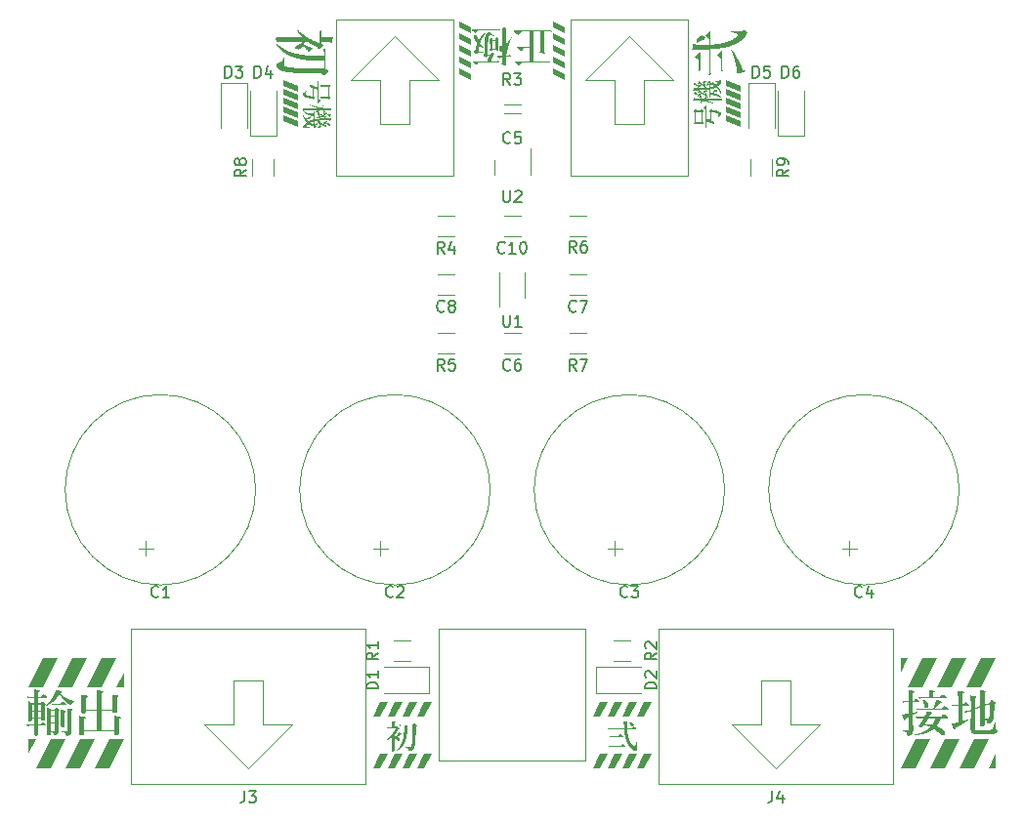
<source format=gbr>
%TF.GenerationSoftware,KiCad,Pcbnew,7.0.6*%
%TF.CreationDate,2023-07-28T23:09:07+08:00*%
%TF.ProjectId,PowerToggleMK1_KiCad,506f7765-7254-46f6-9767-6c654d4b315f,rev?*%
%TF.SameCoordinates,Original*%
%TF.FileFunction,Legend,Top*%
%TF.FilePolarity,Positive*%
%FSLAX46Y46*%
G04 Gerber Fmt 4.6, Leading zero omitted, Abs format (unit mm)*
G04 Created by KiCad (PCBNEW 7.0.6) date 2023-07-28 23:09:07*
%MOMM*%
%LPD*%
G01*
G04 APERTURE LIST*
%ADD10C,0.150000*%
%ADD11C,0.000000*%
%ADD12C,0.381000*%
%ADD13C,0.120000*%
G04 APERTURE END LIST*
D10*
G36*
X119194650Y-135049825D02*
G01*
X119196960Y-135077851D01*
X119199363Y-135105601D01*
X119201857Y-135133073D01*
X119204444Y-135160268D01*
X119207123Y-135187185D01*
X119209893Y-135213825D01*
X119212756Y-135240189D01*
X119215711Y-135266274D01*
X119218759Y-135292083D01*
X119221898Y-135317614D01*
X119225129Y-135342869D01*
X119228452Y-135367846D01*
X119231868Y-135392545D01*
X119235375Y-135416968D01*
X119238975Y-135441113D01*
X119242667Y-135464981D01*
X119246451Y-135488572D01*
X119250327Y-135511885D01*
X119254294Y-135534922D01*
X119258355Y-135557681D01*
X119262507Y-135580163D01*
X119266751Y-135602367D01*
X119271087Y-135624295D01*
X119275516Y-135645945D01*
X119280036Y-135667318D01*
X119284649Y-135688414D01*
X119289354Y-135709232D01*
X119294150Y-135729773D01*
X119299039Y-135750037D01*
X119304020Y-135770024D01*
X119309093Y-135789734D01*
X119314258Y-135809166D01*
X119321109Y-135833060D01*
X119328199Y-135856664D01*
X119335529Y-135879976D01*
X119343098Y-135902998D01*
X119350907Y-135925729D01*
X119358954Y-135948169D01*
X119367242Y-135970319D01*
X119375769Y-135992177D01*
X119384535Y-136013745D01*
X119393541Y-136035022D01*
X119402786Y-136056008D01*
X119412270Y-136076704D01*
X119421994Y-136097108D01*
X119431957Y-136117222D01*
X119442160Y-136137045D01*
X119452602Y-136156577D01*
X119463284Y-136175819D01*
X119474205Y-136194769D01*
X119485365Y-136213429D01*
X119496765Y-136231798D01*
X119508405Y-136249876D01*
X119520283Y-136267663D01*
X119532402Y-136285160D01*
X119544759Y-136302366D01*
X119557356Y-136319281D01*
X119570193Y-136335905D01*
X119583269Y-136352238D01*
X119596584Y-136368281D01*
X119610139Y-136384033D01*
X119623933Y-136399494D01*
X119637967Y-136414664D01*
X119652240Y-136429543D01*
X119672082Y-136449056D01*
X119690852Y-136466649D01*
X119708549Y-136482324D01*
X119725173Y-136496078D01*
X119745668Y-136511433D01*
X119764256Y-136523375D01*
X119784809Y-136533505D01*
X119805537Y-136538623D01*
X119808575Y-136538729D01*
X119828588Y-136532527D01*
X119844805Y-136519125D01*
X119859159Y-136501666D01*
X119871440Y-136482904D01*
X119881475Y-136465138D01*
X119884012Y-136460314D01*
X119894055Y-136440904D01*
X119905322Y-136417663D01*
X119914577Y-136397718D01*
X119924521Y-136375619D01*
X119935154Y-136351364D01*
X119946477Y-136324955D01*
X119954408Y-136306152D01*
X119962645Y-136286391D01*
X119971189Y-136265672D01*
X119980039Y-136243996D01*
X119989195Y-136221362D01*
X119998658Y-136197770D01*
X120006599Y-136190822D01*
X120024512Y-136199501D01*
X120026451Y-136209185D01*
X120023746Y-136247239D01*
X120021216Y-136283235D01*
X120018861Y-136317171D01*
X120016680Y-136349049D01*
X120014673Y-136378868D01*
X120012841Y-136406628D01*
X120011184Y-136432329D01*
X120009701Y-136455971D01*
X120008392Y-136477554D01*
X120006756Y-136506069D01*
X120005513Y-136529951D01*
X120004466Y-136554588D01*
X120004117Y-136570989D01*
X120004323Y-136593017D01*
X120005114Y-136616188D01*
X120006787Y-136638722D01*
X120009687Y-136658543D01*
X120012554Y-136669257D01*
X120021116Y-136689031D01*
X120031933Y-136707343D01*
X120044713Y-136726125D01*
X120050273Y-136733776D01*
X120060731Y-136752655D01*
X120069024Y-136771324D01*
X120075966Y-136792841D01*
X120079962Y-136814072D01*
X120081044Y-136832043D01*
X120079666Y-136852847D01*
X120074573Y-136875134D01*
X120065728Y-136895283D01*
X120053131Y-136913295D01*
X120041836Y-136924852D01*
X120025636Y-136936842D01*
X120007869Y-136945887D01*
X119988534Y-136951987D01*
X119967631Y-136955142D01*
X119954983Y-136955623D01*
X119933608Y-136954905D01*
X119912038Y-136952753D01*
X119890274Y-136949167D01*
X119868317Y-136944146D01*
X119846165Y-136937690D01*
X119823820Y-136929799D01*
X119801281Y-136920474D01*
X119778548Y-136909715D01*
X119755622Y-136897520D01*
X119732501Y-136883891D01*
X119709186Y-136868828D01*
X119685678Y-136852330D01*
X119661976Y-136834397D01*
X119638079Y-136815030D01*
X119613989Y-136794228D01*
X119589706Y-136771991D01*
X119574101Y-136757496D01*
X119558739Y-136742983D01*
X119543621Y-136728451D01*
X119528746Y-136713900D01*
X119514114Y-136699332D01*
X119499726Y-136684745D01*
X119485581Y-136670139D01*
X119471679Y-136655515D01*
X119458020Y-136640873D01*
X119444605Y-136626212D01*
X119418505Y-136596835D01*
X119393378Y-136567385D01*
X119369224Y-136537861D01*
X119346043Y-136508263D01*
X119323835Y-136478592D01*
X119302601Y-136448846D01*
X119282340Y-136419028D01*
X119263052Y-136389135D01*
X119244737Y-136359169D01*
X119227396Y-136329129D01*
X119211028Y-136299016D01*
X119198418Y-136274536D01*
X119186026Y-136249238D01*
X119173851Y-136223122D01*
X119161894Y-136196188D01*
X119150153Y-136168436D01*
X119138630Y-136139866D01*
X119127323Y-136110477D01*
X119116234Y-136080271D01*
X119105362Y-136049246D01*
X119094707Y-136017403D01*
X119084269Y-135984743D01*
X119074048Y-135951263D01*
X119064045Y-135916966D01*
X119054258Y-135881851D01*
X119044689Y-135845918D01*
X119035337Y-135809166D01*
X119027419Y-135777411D01*
X119019672Y-135743561D01*
X119012096Y-135707618D01*
X119004690Y-135669581D01*
X119001051Y-135649778D01*
X118997455Y-135629451D01*
X118993902Y-135608600D01*
X118990391Y-135587226D01*
X118986922Y-135565329D01*
X118983497Y-135542908D01*
X118980114Y-135519964D01*
X118976773Y-135496496D01*
X118973476Y-135472505D01*
X118970221Y-135447991D01*
X118967008Y-135422953D01*
X118963838Y-135397391D01*
X118960711Y-135371306D01*
X118957627Y-135344698D01*
X118954585Y-135317566D01*
X118951586Y-135289911D01*
X118948630Y-135261732D01*
X118945716Y-135233030D01*
X118942844Y-135203804D01*
X118940016Y-135174055D01*
X118937230Y-135143783D01*
X118934487Y-135112987D01*
X118931786Y-135081668D01*
X118929128Y-135049825D01*
X117765301Y-135049825D01*
X117742875Y-135050089D01*
X117719021Y-135050880D01*
X117693741Y-135052198D01*
X117673844Y-135053533D01*
X117653145Y-135055164D01*
X117631643Y-135057092D01*
X117609339Y-135059317D01*
X117586232Y-135061838D01*
X117562322Y-135064656D01*
X117545936Y-135066699D01*
X117513677Y-134961980D01*
X117537883Y-134965971D01*
X117561740Y-134969569D01*
X117585249Y-134972776D01*
X117608408Y-134975589D01*
X117631219Y-134978010D01*
X117653680Y-134980038D01*
X117675793Y-134981674D01*
X117697556Y-134982917D01*
X117718971Y-134983768D01*
X117740037Y-134984226D01*
X117753886Y-134984313D01*
X118923669Y-134984313D01*
X118922143Y-134961510D01*
X118920668Y-134939382D01*
X118919243Y-134917929D01*
X118917869Y-134897150D01*
X118916544Y-134877046D01*
X118914653Y-134848155D01*
X118912874Y-134820782D01*
X118911210Y-134794927D01*
X118909658Y-134770589D01*
X118908220Y-134747770D01*
X118906896Y-134726469D01*
X118905306Y-134700429D01*
X118903918Y-134676040D01*
X118902483Y-134652256D01*
X118901002Y-134629078D01*
X118899474Y-134606504D01*
X118897900Y-134584535D01*
X118896279Y-134563170D01*
X118894612Y-134542411D01*
X118892898Y-134522256D01*
X118890240Y-134493159D01*
X118887478Y-134465422D01*
X118884610Y-134439046D01*
X118881638Y-134414032D01*
X118878562Y-134390378D01*
X118877513Y-134382796D01*
X118913014Y-134387412D01*
X118946561Y-134391830D01*
X118978154Y-134396050D01*
X119007792Y-134400073D01*
X119035476Y-134403898D01*
X119061207Y-134407526D01*
X119084983Y-134410955D01*
X119106804Y-134414187D01*
X119126672Y-134417221D01*
X119152809Y-134421401D01*
X119174549Y-134425136D01*
X119196697Y-134429425D01*
X119211028Y-134432922D01*
X119230700Y-134440796D01*
X119246001Y-134454364D01*
X119251724Y-134474115D01*
X119245443Y-134494303D01*
X119231872Y-134509353D01*
X119214191Y-134521799D01*
X119195192Y-134531851D01*
X119172316Y-134541612D01*
X119172682Y-134564570D01*
X119173161Y-134588156D01*
X119173753Y-134612370D01*
X119174456Y-134637212D01*
X119175273Y-134662683D01*
X119176201Y-134688781D01*
X119177242Y-134715508D01*
X119178396Y-134742862D01*
X119179662Y-134770845D01*
X119181040Y-134799456D01*
X119182531Y-134828695D01*
X119184134Y-134858563D01*
X119185850Y-134889058D01*
X119187678Y-134920182D01*
X119189619Y-134951933D01*
X119191672Y-134984313D01*
X119557446Y-134984313D01*
X119576158Y-134962137D01*
X119593955Y-134941391D01*
X119610837Y-134922076D01*
X119626804Y-134904191D01*
X119641856Y-134887738D01*
X119655993Y-134872715D01*
X119675482Y-134852864D01*
X119692913Y-134836231D01*
X119708285Y-134822818D01*
X119725578Y-134809941D01*
X119744654Y-134801357D01*
X119747033Y-134801178D01*
X119768188Y-134809026D01*
X119789286Y-134821901D01*
X119810526Y-134836615D01*
X119829000Y-134850226D01*
X119849656Y-134866045D01*
X119872493Y-134884070D01*
X119888929Y-134897313D01*
X119906334Y-134911537D01*
X119924709Y-134926742D01*
X119942622Y-134943213D01*
X119958147Y-134958381D01*
X119974195Y-134975510D01*
X119988526Y-134993376D01*
X119999274Y-135012639D01*
X120001140Y-135022032D01*
X119993920Y-135041031D01*
X119974287Y-135049146D01*
X119963421Y-135049825D01*
X119194650Y-135049825D01*
G37*
G36*
X118872054Y-135720825D02*
G01*
X118864834Y-135739824D01*
X118845201Y-135747939D01*
X118834335Y-135748617D01*
X117908733Y-135748617D01*
X117887485Y-135748881D01*
X117864934Y-135749672D01*
X117841080Y-135750990D01*
X117815924Y-135752836D01*
X117789465Y-135755209D01*
X117768766Y-135757335D01*
X117747334Y-135759757D01*
X117725169Y-135762476D01*
X117702271Y-135765492D01*
X117671500Y-135660772D01*
X117694164Y-135664763D01*
X117716557Y-135668362D01*
X117738680Y-135671568D01*
X117760532Y-135674382D01*
X117782114Y-135676802D01*
X117803426Y-135678831D01*
X117824466Y-135680467D01*
X117845237Y-135681710D01*
X117865737Y-135682560D01*
X117885967Y-135683018D01*
X117899303Y-135683106D01*
X118419923Y-135683106D01*
X118438635Y-135659907D01*
X118456432Y-135638206D01*
X118473314Y-135618001D01*
X118489281Y-135599293D01*
X118504333Y-135582081D01*
X118518470Y-135566366D01*
X118537959Y-135545600D01*
X118555390Y-135528201D01*
X118570762Y-135514170D01*
X118588055Y-135500700D01*
X118607131Y-135491720D01*
X118609510Y-135491533D01*
X118631006Y-135499753D01*
X118652664Y-135513239D01*
X118674544Y-135528652D01*
X118693610Y-135542908D01*
X118714953Y-135559477D01*
X118738574Y-135578357D01*
X118755586Y-135592228D01*
X118773610Y-135607127D01*
X118792645Y-135623053D01*
X118811257Y-135640431D01*
X118827387Y-135656336D01*
X118841035Y-135670768D01*
X118854606Y-135686735D01*
X118867091Y-135705222D01*
X118872054Y-135720825D01*
G37*
G36*
X119071567Y-136578433D02*
G01*
X119064632Y-136597432D01*
X119045774Y-136605548D01*
X119035337Y-136606226D01*
X117788628Y-136606226D01*
X117767380Y-136606490D01*
X117744829Y-136607281D01*
X117720975Y-136608599D01*
X117695819Y-136610445D01*
X117669360Y-136612818D01*
X117648661Y-136614944D01*
X117627229Y-136617366D01*
X117605064Y-136620085D01*
X117582166Y-136623101D01*
X117551395Y-136518381D01*
X117574059Y-136522372D01*
X117596452Y-136525971D01*
X117618575Y-136529177D01*
X117640427Y-136531990D01*
X117662009Y-136534411D01*
X117683321Y-136536440D01*
X117704362Y-136538076D01*
X117725132Y-136539319D01*
X117745632Y-136540169D01*
X117765862Y-136540627D01*
X117779198Y-136540715D01*
X118620925Y-136540715D01*
X118639457Y-136517216D01*
X118657085Y-136495233D01*
X118673810Y-136474767D01*
X118689632Y-136455816D01*
X118704550Y-136438381D01*
X118718565Y-136422463D01*
X118737893Y-136401428D01*
X118755188Y-136383804D01*
X118770451Y-136369591D01*
X118787639Y-136355946D01*
X118806646Y-136346850D01*
X118809023Y-136346661D01*
X118831078Y-136355036D01*
X118848037Y-136365505D01*
X118868952Y-136380161D01*
X118887233Y-136393901D01*
X118907739Y-136409997D01*
X118930469Y-136428449D01*
X118946859Y-136442058D01*
X118964237Y-136456715D01*
X118982604Y-136472418D01*
X118992159Y-136480662D01*
X119010770Y-136498040D01*
X119026900Y-136513945D01*
X119040548Y-136528377D01*
X119054119Y-136544344D01*
X119066604Y-136562831D01*
X119071567Y-136578433D01*
G37*
G36*
X119755470Y-134692488D02*
G01*
X119754005Y-134712931D01*
X119749608Y-134732572D01*
X119742280Y-134751410D01*
X119732020Y-134769446D01*
X119718829Y-134786679D01*
X119713781Y-134792244D01*
X119697645Y-134806555D01*
X119680940Y-134817350D01*
X119661150Y-134825384D01*
X119640615Y-134828827D01*
X119635365Y-134828971D01*
X119612970Y-134827203D01*
X119592932Y-134821898D01*
X119573206Y-134811704D01*
X119559928Y-134800682D01*
X119546434Y-134784428D01*
X119534889Y-134767840D01*
X119522123Y-134747484D01*
X119510552Y-134727642D01*
X119500684Y-134709884D01*
X119492927Y-134695466D01*
X119482503Y-134674989D01*
X119470587Y-134654503D01*
X119457180Y-134634009D01*
X119442281Y-134613506D01*
X119425890Y-134592994D01*
X119408007Y-134572474D01*
X119388632Y-134551945D01*
X119367766Y-134531407D01*
X119353026Y-134517710D01*
X119337623Y-134504010D01*
X119321557Y-134490305D01*
X119304829Y-134476597D01*
X119297880Y-134462700D01*
X119310288Y-134448308D01*
X119337677Y-134450950D01*
X119364197Y-134453914D01*
X119389847Y-134457200D01*
X119414627Y-134460808D01*
X119438539Y-134464738D01*
X119461580Y-134468989D01*
X119483753Y-134473563D01*
X119505055Y-134478458D01*
X119525488Y-134483675D01*
X119545052Y-134489214D01*
X119581571Y-134501257D01*
X119614612Y-134514587D01*
X119644175Y-134529205D01*
X119670260Y-134545110D01*
X119692867Y-134562302D01*
X119711995Y-134580781D01*
X119727646Y-134600548D01*
X119739819Y-134621602D01*
X119748514Y-134643943D01*
X119753731Y-134667572D01*
X119755470Y-134692488D01*
G37*
D11*
G36*
X120650000Y-138430000D02*
G01*
X120015000Y-138430000D01*
X120650000Y-137160000D01*
X121285000Y-137160000D01*
X120650000Y-138430000D01*
G37*
G36*
X116840000Y-133985000D02*
G01*
X116205000Y-133985000D01*
X116840000Y-132715000D01*
X117475000Y-132715000D01*
X116840000Y-133985000D01*
G37*
G36*
X119380000Y-133985000D02*
G01*
X118745000Y-133985000D01*
X119380000Y-132715000D01*
X120015000Y-132715000D01*
X119380000Y-133985000D01*
G37*
G36*
X118110000Y-133985000D02*
G01*
X117475000Y-133985000D01*
X118110000Y-132715000D01*
X118745000Y-132715000D01*
X118110000Y-133985000D01*
G37*
G36*
X116840000Y-138430000D02*
G01*
X116205000Y-138430000D01*
X116840000Y-137160000D01*
X117475000Y-137160000D01*
X116840000Y-138430000D01*
G37*
G36*
X120650000Y-133985000D02*
G01*
X120015000Y-133985000D01*
X120650000Y-132715000D01*
X121285000Y-132715000D01*
X120650000Y-133985000D01*
G37*
G36*
X118110000Y-138430000D02*
G01*
X117475000Y-138430000D01*
X118110000Y-137160000D01*
X118745000Y-137160000D01*
X118110000Y-138430000D01*
G37*
G36*
X119380000Y-138430000D02*
G01*
X118745000Y-138430000D01*
X119380000Y-137160000D01*
X120015000Y-137160000D01*
X119380000Y-138430000D01*
G37*
D10*
G36*
X99189766Y-135699980D02*
G01*
X99201780Y-135681421D01*
X99213379Y-135663215D01*
X99224563Y-135645361D01*
X99235332Y-135627861D01*
X99245687Y-135610713D01*
X99260441Y-135585654D01*
X99274261Y-135561388D01*
X99287148Y-135537916D01*
X99299101Y-135515237D01*
X99310121Y-135493353D01*
X99320208Y-135472263D01*
X99329361Y-135451966D01*
X99332204Y-135445377D01*
X99342541Y-135422167D01*
X99351963Y-135400183D01*
X99360470Y-135379423D01*
X99368062Y-135359889D01*
X99376265Y-135337195D01*
X99383038Y-135316414D01*
X99389279Y-135294005D01*
X99409771Y-135305682D01*
X99429309Y-135316889D01*
X99447893Y-135327628D01*
X99465523Y-135337897D01*
X99490180Y-135352421D01*
X99512691Y-135365889D01*
X99533056Y-135378302D01*
X99551275Y-135389660D01*
X99572228Y-135403161D01*
X99589366Y-135414785D01*
X99602688Y-135424533D01*
X99618546Y-135438120D01*
X99631899Y-135452893D01*
X99641954Y-135471889D01*
X99643385Y-135481607D01*
X99635727Y-135500189D01*
X99615741Y-135511029D01*
X99595524Y-135515158D01*
X99574465Y-135516707D01*
X99564970Y-135516845D01*
X99547103Y-135516845D01*
X99527654Y-135533717D01*
X99508391Y-135550089D01*
X99489315Y-135565961D01*
X99470424Y-135581333D01*
X99451720Y-135596204D01*
X99433201Y-135610576D01*
X99414869Y-135624447D01*
X99396723Y-135637818D01*
X99378763Y-135650689D01*
X99360990Y-135663060D01*
X99343402Y-135674930D01*
X99326000Y-135686301D01*
X99308785Y-135697171D01*
X99291756Y-135707541D01*
X99266561Y-135722158D01*
X99258255Y-135726780D01*
X99284939Y-135738817D01*
X99309902Y-135751231D01*
X99333142Y-135764020D01*
X99354662Y-135777186D01*
X99374460Y-135790727D01*
X99392536Y-135804645D01*
X99408890Y-135818939D01*
X99423524Y-135833609D01*
X99442245Y-135856319D01*
X99457094Y-135879876D01*
X99468069Y-135904278D01*
X99475170Y-135929527D01*
X99478398Y-135955622D01*
X99478613Y-135964509D01*
X99477235Y-135986854D01*
X99473099Y-136007733D01*
X99466207Y-136027147D01*
X99456559Y-136045095D01*
X99444153Y-136061578D01*
X99439405Y-136066747D01*
X99424169Y-136080283D01*
X99405069Y-136091683D01*
X99384170Y-136098740D01*
X99364408Y-136101352D01*
X99358508Y-136101488D01*
X99336264Y-136098822D01*
X99314820Y-136090825D01*
X99294176Y-136077497D01*
X99278236Y-136062995D01*
X99262808Y-136045082D01*
X99247892Y-136023756D01*
X99237040Y-136005523D01*
X99229966Y-135992301D01*
X99218586Y-135971267D01*
X99207028Y-135950845D01*
X99195291Y-135931035D01*
X99183376Y-135911839D01*
X99171282Y-135893254D01*
X99159010Y-135875283D01*
X99146560Y-135857924D01*
X99133932Y-135841178D01*
X99121125Y-135825044D01*
X99108140Y-135809523D01*
X99094976Y-135794614D01*
X99074896Y-135773400D01*
X99054415Y-135753565D01*
X99033532Y-135735108D01*
X99026482Y-135729262D01*
X99026482Y-136000739D01*
X99034920Y-136869762D01*
X99033641Y-136890783D01*
X99027961Y-136915594D01*
X99017737Y-136936730D01*
X99002968Y-136954189D01*
X98983655Y-136967973D01*
X98959797Y-136978082D01*
X98938922Y-136983251D01*
X98915491Y-136986352D01*
X98889503Y-136987386D01*
X98866531Y-136986448D01*
X98845819Y-136983635D01*
X98821717Y-136976965D01*
X98801633Y-136966962D01*
X98785565Y-136953624D01*
X98773514Y-136936951D01*
X98765480Y-136916944D01*
X98761463Y-136893602D01*
X98760961Y-136880681D01*
X98762274Y-136860318D01*
X98763545Y-136839986D01*
X98764775Y-136819687D01*
X98765963Y-136799419D01*
X98767109Y-136779184D01*
X98768214Y-136758981D01*
X98769277Y-136738809D01*
X98770298Y-136718670D01*
X98771277Y-136698562D01*
X98772215Y-136678487D01*
X98773111Y-136658443D01*
X98773966Y-136638432D01*
X98774779Y-136618452D01*
X98775550Y-136598505D01*
X98776279Y-136578589D01*
X98776967Y-136558705D01*
X98777613Y-136538854D01*
X98778780Y-136499247D01*
X98779780Y-136459767D01*
X98780614Y-136420416D01*
X98781281Y-136381193D01*
X98781781Y-136342097D01*
X98782115Y-136303130D01*
X98782281Y-136264291D01*
X98782302Y-136244919D01*
X98782302Y-135763010D01*
X98759521Y-135781048D01*
X98736216Y-135798930D01*
X98712388Y-135816657D01*
X98688036Y-135834229D01*
X98663161Y-135851646D01*
X98637762Y-135868908D01*
X98611840Y-135886015D01*
X98585394Y-135902967D01*
X98558426Y-135919764D01*
X98530933Y-135936405D01*
X98502917Y-135952892D01*
X98474378Y-135969223D01*
X98445315Y-135985400D01*
X98415729Y-136001421D01*
X98385620Y-136017287D01*
X98354987Y-136032998D01*
X98352009Y-136033991D01*
X98335631Y-136023072D01*
X98327194Y-136004709D01*
X98329675Y-135999250D01*
X98365452Y-135967669D01*
X98400509Y-135936020D01*
X98434845Y-135904301D01*
X98468461Y-135872514D01*
X98501357Y-135840659D01*
X98533533Y-135808734D01*
X98564988Y-135776740D01*
X98595724Y-135744678D01*
X98625739Y-135712547D01*
X98655034Y-135680347D01*
X98683608Y-135648078D01*
X98711463Y-135615740D01*
X98738597Y-135583334D01*
X98765011Y-135550859D01*
X98790705Y-135518315D01*
X98815678Y-135485702D01*
X98839932Y-135453020D01*
X98863465Y-135420269D01*
X98886278Y-135387450D01*
X98908370Y-135354562D01*
X98929743Y-135321605D01*
X98950395Y-135288579D01*
X98970327Y-135255484D01*
X98989539Y-135222321D01*
X99008031Y-135189088D01*
X99025802Y-135155787D01*
X99042853Y-135122417D01*
X99059184Y-135088978D01*
X99074795Y-135055471D01*
X99089685Y-135021894D01*
X99103856Y-134988249D01*
X99117306Y-134954535D01*
X98600656Y-134954535D01*
X98579167Y-134954884D01*
X98557384Y-134955931D01*
X98535307Y-134957676D01*
X98512934Y-134960118D01*
X98490267Y-134963259D01*
X98467306Y-134967098D01*
X98444049Y-134971634D01*
X98420498Y-134976869D01*
X98389728Y-134866690D01*
X98410809Y-134870681D01*
X98431621Y-134874280D01*
X98452161Y-134877486D01*
X98472432Y-134880299D01*
X98492432Y-134882720D01*
X98518677Y-134885337D01*
X98544442Y-134887257D01*
X98569727Y-134888478D01*
X98594530Y-134889001D01*
X98600656Y-134889023D01*
X98772376Y-134889023D01*
X98772376Y-134609606D01*
X98772300Y-134589112D01*
X98772074Y-134569196D01*
X98771450Y-134540405D01*
X98770486Y-134512914D01*
X98769182Y-134486723D01*
X98767537Y-134461832D01*
X98765552Y-134438240D01*
X98763227Y-134415949D01*
X98760562Y-134394958D01*
X98757557Y-134375266D01*
X98753020Y-134351032D01*
X98775249Y-134353165D01*
X98796772Y-134355342D01*
X98817590Y-134357565D01*
X98837702Y-134359834D01*
X98875808Y-134364508D01*
X98911092Y-134369365D01*
X98943554Y-134374403D01*
X98973192Y-134379624D01*
X99000008Y-134385027D01*
X99024001Y-134390613D01*
X99045171Y-134396380D01*
X99071634Y-134405373D01*
X99091746Y-134414776D01*
X99108682Y-134427951D01*
X99114328Y-134441856D01*
X99108837Y-134461087D01*
X99095026Y-134478526D01*
X99076496Y-134493927D01*
X99056336Y-134507081D01*
X99037120Y-134517813D01*
X99026482Y-134523249D01*
X99026482Y-134897957D01*
X99114328Y-134897957D01*
X99132781Y-134877468D01*
X99149986Y-134858995D01*
X99165944Y-134842537D01*
X99180654Y-134828094D01*
X99198327Y-134811972D01*
X99213782Y-134799433D01*
X99232806Y-134787342D01*
X99246840Y-134783311D01*
X99268026Y-134790663D01*
X99286402Y-134802724D01*
X99303947Y-134816508D01*
X99324020Y-134833967D01*
X99340734Y-134849474D01*
X99358870Y-134867049D01*
X99378428Y-134886691D01*
X99392257Y-134900934D01*
X99406331Y-134916467D01*
X99421286Y-134934204D01*
X99433308Y-134950074D01*
X99445213Y-134969158D01*
X99452075Y-134988320D01*
X99452309Y-134991758D01*
X99446633Y-135012323D01*
X99432353Y-135029453D01*
X99413195Y-135043493D01*
X99392352Y-135054739D01*
X99372484Y-135063440D01*
X99361486Y-135067692D01*
X99342497Y-135101353D01*
X99323247Y-135134468D01*
X99303739Y-135167035D01*
X99283970Y-135199057D01*
X99263941Y-135230531D01*
X99243653Y-135261459D01*
X99223105Y-135291840D01*
X99202297Y-135321674D01*
X99181230Y-135350962D01*
X99159902Y-135379703D01*
X99138315Y-135407897D01*
X99116468Y-135435544D01*
X99094361Y-135462645D01*
X99071995Y-135489199D01*
X99049369Y-135515206D01*
X99026482Y-135540667D01*
X99026482Y-135657794D01*
X99046730Y-135662145D01*
X99067024Y-135666759D01*
X99087365Y-135671636D01*
X99107752Y-135676778D01*
X99128185Y-135682183D01*
X99148666Y-135687851D01*
X99169192Y-135693784D01*
X99189766Y-135699980D01*
G37*
G36*
X100154079Y-134763955D02*
G01*
X100153312Y-134819378D01*
X100152189Y-134873979D01*
X100150710Y-134927758D01*
X100148876Y-134980715D01*
X100146686Y-135032850D01*
X100144140Y-135084163D01*
X100141238Y-135134654D01*
X100137981Y-135184323D01*
X100134367Y-135233170D01*
X100130398Y-135281194D01*
X100126074Y-135328397D01*
X100121393Y-135374778D01*
X100116357Y-135420337D01*
X100110965Y-135465074D01*
X100105217Y-135508989D01*
X100099114Y-135552082D01*
X100092655Y-135594353D01*
X100085840Y-135635802D01*
X100078669Y-135676429D01*
X100071143Y-135716234D01*
X100063261Y-135755217D01*
X100055023Y-135793378D01*
X100046429Y-135830717D01*
X100037480Y-135867233D01*
X100028174Y-135902928D01*
X100018513Y-135937801D01*
X100008497Y-135971852D01*
X99998124Y-136005081D01*
X99987396Y-136037488D01*
X99976312Y-136069073D01*
X99964873Y-136099836D01*
X99953077Y-136129777D01*
X99939827Y-136161816D01*
X99925883Y-136193474D01*
X99911247Y-136224753D01*
X99895917Y-136255651D01*
X99879895Y-136286170D01*
X99863179Y-136316309D01*
X99845770Y-136346067D01*
X99827668Y-136375446D01*
X99808873Y-136404445D01*
X99789385Y-136433064D01*
X99769204Y-136461302D01*
X99748330Y-136489161D01*
X99726762Y-136516640D01*
X99704502Y-136543739D01*
X99681549Y-136570458D01*
X99657902Y-136596797D01*
X99633562Y-136622755D01*
X99608530Y-136648334D01*
X99582804Y-136673533D01*
X99556385Y-136698352D01*
X99529273Y-136722791D01*
X99501468Y-136746850D01*
X99472970Y-136770529D01*
X99443779Y-136793828D01*
X99413895Y-136816747D01*
X99383317Y-136839286D01*
X99352047Y-136861445D01*
X99320084Y-136883225D01*
X99287427Y-136904624D01*
X99254077Y-136925643D01*
X99220035Y-136946282D01*
X99185299Y-136966541D01*
X99182817Y-136966541D01*
X99166470Y-136954431D01*
X99165943Y-136953637D01*
X99159056Y-136934663D01*
X99158995Y-136932793D01*
X99161973Y-136925844D01*
X99187527Y-136903186D01*
X99212574Y-136880189D01*
X99237114Y-136856852D01*
X99261148Y-136833176D01*
X99284674Y-136809160D01*
X99307693Y-136784806D01*
X99330206Y-136760112D01*
X99352211Y-136735079D01*
X99373710Y-136709706D01*
X99394701Y-136683994D01*
X99415186Y-136657943D01*
X99435163Y-136631553D01*
X99454634Y-136604824D01*
X99473598Y-136577755D01*
X99492054Y-136550347D01*
X99510004Y-136522600D01*
X99527447Y-136494513D01*
X99544383Y-136466087D01*
X99560812Y-136437322D01*
X99576733Y-136408218D01*
X99592148Y-136378774D01*
X99607056Y-136348991D01*
X99621457Y-136318869D01*
X99635351Y-136288407D01*
X99648738Y-136257607D01*
X99661618Y-136226467D01*
X99673992Y-136194987D01*
X99685858Y-136163169D01*
X99697217Y-136131011D01*
X99708069Y-136098514D01*
X99718414Y-136065677D01*
X99728253Y-136032502D01*
X99736863Y-136002506D01*
X99745201Y-135971887D01*
X99753265Y-135940646D01*
X99761055Y-135908783D01*
X99768572Y-135876298D01*
X99775816Y-135843190D01*
X99782787Y-135809460D01*
X99789484Y-135775107D01*
X99795908Y-135740133D01*
X99802058Y-135704536D01*
X99807935Y-135668316D01*
X99813539Y-135631475D01*
X99818869Y-135594011D01*
X99823926Y-135555924D01*
X99828710Y-135517216D01*
X99833220Y-135477885D01*
X99837457Y-135437932D01*
X99841421Y-135397356D01*
X99845111Y-135356158D01*
X99848528Y-135314338D01*
X99851672Y-135271896D01*
X99854542Y-135228831D01*
X99857139Y-135185144D01*
X99859462Y-135140834D01*
X99861513Y-135095902D01*
X99863289Y-135050348D01*
X99864793Y-135004172D01*
X99866023Y-134957373D01*
X99866980Y-134909952D01*
X99867663Y-134861909D01*
X99868073Y-134813243D01*
X99868210Y-134763955D01*
X99688052Y-134763955D01*
X99663346Y-134764304D01*
X99638112Y-134765351D01*
X99612351Y-134767096D01*
X99586062Y-134769539D01*
X99566000Y-134771829D01*
X99545641Y-134774511D01*
X99524985Y-134777587D01*
X99504033Y-134781054D01*
X99482784Y-134784915D01*
X99475635Y-134786289D01*
X99445361Y-134676110D01*
X99468782Y-134680101D01*
X99491959Y-134683700D01*
X99514892Y-134686906D01*
X99537580Y-134689719D01*
X99560024Y-134692140D01*
X99582224Y-134694169D01*
X99604179Y-134695804D01*
X99625891Y-134697048D01*
X99647357Y-134697898D01*
X99668580Y-134698356D01*
X99682593Y-134698443D01*
X100588343Y-134698443D01*
X100603482Y-134681856D01*
X100617881Y-134666339D01*
X100631539Y-134651892D01*
X100650637Y-134632228D01*
X100668069Y-134614972D01*
X100683835Y-134600123D01*
X100702264Y-134584071D01*
X100721135Y-134570025D01*
X100739778Y-134561598D01*
X100741700Y-134561464D01*
X100764189Y-134568630D01*
X100784703Y-134580385D01*
X100804690Y-134593820D01*
X100821768Y-134606248D01*
X100840633Y-134620690D01*
X100861288Y-134637148D01*
X100883730Y-134655621D01*
X100899686Y-134669057D01*
X100907961Y-134676110D01*
X100924014Y-134690619D01*
X100941069Y-134707338D01*
X100954780Y-134722481D01*
X100966820Y-134738574D01*
X100975381Y-134756503D01*
X100976451Y-134763955D01*
X100967581Y-134783187D01*
X100953745Y-134800682D01*
X100937337Y-134818673D01*
X100921017Y-134835299D01*
X100901859Y-134853910D01*
X100885628Y-134869171D01*
X100884475Y-134924523D01*
X100883313Y-134978724D01*
X100882141Y-135031774D01*
X100880959Y-135083674D01*
X100879768Y-135134423D01*
X100878567Y-135184022D01*
X100877356Y-135232470D01*
X100876136Y-135279768D01*
X100874906Y-135325914D01*
X100873666Y-135370911D01*
X100872417Y-135414756D01*
X100871157Y-135457451D01*
X100869889Y-135498996D01*
X100868610Y-135539389D01*
X100867322Y-135578633D01*
X100866024Y-135616725D01*
X100864716Y-135653667D01*
X100863399Y-135689459D01*
X100862072Y-135724099D01*
X100860735Y-135757590D01*
X100859389Y-135789929D01*
X100858033Y-135821118D01*
X100856667Y-135851156D01*
X100855291Y-135880044D01*
X100853906Y-135907781D01*
X100852511Y-135934368D01*
X100851107Y-135959804D01*
X100849692Y-135984089D01*
X100848268Y-136007224D01*
X100846835Y-136029208D01*
X100845391Y-136050042D01*
X100843938Y-136069724D01*
X100841327Y-136103380D01*
X100838456Y-136136601D01*
X100835325Y-136169388D01*
X100831934Y-136201741D01*
X100828284Y-136233659D01*
X100824373Y-136265143D01*
X100820203Y-136296193D01*
X100815773Y-136326809D01*
X100811084Y-136356990D01*
X100806134Y-136386737D01*
X100800925Y-136416050D01*
X100795456Y-136444928D01*
X100789727Y-136473373D01*
X100783739Y-136501383D01*
X100777490Y-136528958D01*
X100770982Y-136556100D01*
X100762721Y-136587202D01*
X100753945Y-136616982D01*
X100744653Y-136645440D01*
X100734845Y-136672576D01*
X100724522Y-136698389D01*
X100713683Y-136722880D01*
X100702328Y-136746050D01*
X100690457Y-136767897D01*
X100678071Y-136788421D01*
X100665169Y-136807624D01*
X100651751Y-136825504D01*
X100637818Y-136842063D01*
X100623369Y-136857299D01*
X100608405Y-136871213D01*
X100592924Y-136883804D01*
X100576928Y-136895074D01*
X100554509Y-136908451D01*
X100536606Y-136917313D01*
X100517769Y-136925172D01*
X100497999Y-136932027D01*
X100477296Y-136937880D01*
X100455659Y-136942729D01*
X100433088Y-136946575D01*
X100409584Y-136949417D01*
X100385146Y-136951257D01*
X100359775Y-136952093D01*
X100351111Y-136952148D01*
X100331166Y-136951125D01*
X100310858Y-136946966D01*
X100293271Y-136937754D01*
X100291059Y-136935770D01*
X100279705Y-136918929D01*
X100272532Y-136900065D01*
X100267236Y-136878696D01*
X100262064Y-136855052D01*
X100254984Y-136832757D01*
X100245996Y-136811811D01*
X100235101Y-136792215D01*
X100222298Y-136773968D01*
X100207587Y-136757071D01*
X100190969Y-136741523D01*
X100172443Y-136727324D01*
X100155142Y-136715971D01*
X100134755Y-136704246D01*
X100111281Y-136692149D01*
X100091651Y-136682831D01*
X100070284Y-136673305D01*
X100047181Y-136663569D01*
X100022342Y-136653623D01*
X99995767Y-136643468D01*
X99977086Y-136636582D01*
X99957634Y-136629603D01*
X99947618Y-136626078D01*
X99939181Y-136607715D01*
X99944080Y-136587870D01*
X99953077Y-136585382D01*
X99986376Y-136589468D01*
X100018527Y-136593291D01*
X100049530Y-136596851D01*
X100079386Y-136600147D01*
X100108094Y-136603179D01*
X100135654Y-136605947D01*
X100162067Y-136608452D01*
X100187332Y-136610693D01*
X100211449Y-136612670D01*
X100234418Y-136614384D01*
X100256240Y-136615834D01*
X100276914Y-136617021D01*
X100305773Y-136618306D01*
X100332050Y-136618998D01*
X100348133Y-136619130D01*
X100368150Y-136618452D01*
X100389739Y-136615846D01*
X100411575Y-136610336D01*
X100429800Y-136602167D01*
X100444416Y-136591337D01*
X100457868Y-136574037D01*
X100467246Y-136556348D01*
X100475673Y-136534954D01*
X100482140Y-136513667D01*
X100485112Y-136502003D01*
X100492502Y-136472991D01*
X100499656Y-136442346D01*
X100506577Y-136410069D01*
X100513262Y-136376160D01*
X100519713Y-136340618D01*
X100525929Y-136303444D01*
X100531911Y-136264637D01*
X100537658Y-136224198D01*
X100543171Y-136182127D01*
X100548449Y-136138423D01*
X100553492Y-136093087D01*
X100558301Y-136046119D01*
X100562876Y-135997518D01*
X100567215Y-135947285D01*
X100571321Y-135895420D01*
X100575191Y-135841922D01*
X100578827Y-135786792D01*
X100582229Y-135730029D01*
X100585395Y-135671634D01*
X100588328Y-135611607D01*
X100591025Y-135549948D01*
X100593488Y-135486656D01*
X100595717Y-135421731D01*
X100597711Y-135355174D01*
X100599470Y-135286985D01*
X100600995Y-135217164D01*
X100602285Y-135145710D01*
X100603341Y-135072624D01*
X100604162Y-134997905D01*
X100604748Y-134921554D01*
X100605100Y-134843571D01*
X100605217Y-134763955D01*
X100154079Y-134763955D01*
G37*
D11*
G36*
X101600000Y-133985000D02*
G01*
X100965000Y-133985000D01*
X101600000Y-132715000D01*
X102235000Y-132715000D01*
X101600000Y-133985000D01*
G37*
G36*
X97790000Y-133985000D02*
G01*
X97155000Y-133985000D01*
X97790000Y-132715000D01*
X98425000Y-132715000D01*
X97790000Y-133985000D01*
G37*
G36*
X99060000Y-133985000D02*
G01*
X98425000Y-133985000D01*
X99060000Y-132715000D01*
X99695000Y-132715000D01*
X99060000Y-133985000D01*
G37*
G36*
X100330000Y-133985000D02*
G01*
X99695000Y-133985000D01*
X100330000Y-132715000D01*
X100965000Y-132715000D01*
X100330000Y-133985000D01*
G37*
G36*
X101600000Y-138430000D02*
G01*
X100965000Y-138430000D01*
X101600000Y-137160000D01*
X102235000Y-137160000D01*
X101600000Y-138430000D01*
G37*
G36*
X100330000Y-138430000D02*
G01*
X99695000Y-138430000D01*
X100330000Y-137160000D01*
X100965000Y-137160000D01*
X100330000Y-138430000D01*
G37*
G36*
X99060000Y-138430000D02*
G01*
X98425000Y-138430000D01*
X99060000Y-137160000D01*
X99695000Y-137160000D01*
X99060000Y-138430000D01*
G37*
G36*
X97790000Y-138430000D02*
G01*
X97155000Y-138430000D01*
X97790000Y-137160000D01*
X98425000Y-137160000D01*
X97790000Y-138430000D01*
G37*
G36*
X73660000Y-131445000D02*
G01*
X72390000Y-131445000D01*
X73660000Y-128905000D01*
X74930000Y-128905000D01*
X73660000Y-131445000D01*
G37*
G36*
X151130000Y-138430000D02*
G01*
X150495000Y-138430000D01*
X151130000Y-137160000D01*
X151130000Y-138430000D01*
G37*
G36*
X113792000Y-75184000D02*
G01*
X113792000Y-75692000D01*
X112776000Y-75184000D01*
X112776000Y-74676000D01*
X113792000Y-75184000D01*
G37*
G36*
X68580000Y-131445000D02*
G01*
X67310000Y-131445000D01*
X68580000Y-128905000D01*
X69850000Y-128905000D01*
X68580000Y-131445000D01*
G37*
G36*
X129032000Y-79248000D02*
G01*
X129032000Y-79756000D01*
X127762000Y-79248000D01*
X127762000Y-78740000D01*
X129032000Y-79248000D01*
G37*
G36*
X129032000Y-81534000D02*
G01*
X129032000Y-82042000D01*
X127762000Y-81534000D01*
X127762000Y-81026000D01*
X129032000Y-81534000D01*
G37*
G36*
X129032000Y-80010000D02*
G01*
X129032000Y-80518000D01*
X127762000Y-80010000D01*
X127762000Y-79502000D01*
X129032000Y-80010000D01*
G37*
G36*
X113792000Y-77216000D02*
G01*
X113792000Y-77724000D01*
X112776000Y-77216000D01*
X112776000Y-76708000D01*
X113792000Y-77216000D01*
G37*
G36*
X149860000Y-131445000D02*
G01*
X148590000Y-131445000D01*
X149860000Y-128905000D01*
X151130000Y-128905000D01*
X149860000Y-131445000D01*
G37*
G36*
X90678000Y-80010000D02*
G01*
X90678000Y-80518000D01*
X89408000Y-80010000D01*
X89408000Y-79502000D01*
X90678000Y-80010000D01*
G37*
G36*
X144780000Y-131445000D02*
G01*
X143510000Y-131445000D01*
X144780000Y-128905000D01*
X146050000Y-128905000D01*
X144780000Y-131445000D01*
G37*
G36*
X90678000Y-80772000D02*
G01*
X90678000Y-81280000D01*
X89408000Y-80772000D01*
X89408000Y-80264000D01*
X90678000Y-80772000D01*
G37*
G36*
X105664000Y-76200000D02*
G01*
X105664000Y-76708000D01*
X104648000Y-76200000D01*
X104648000Y-75692000D01*
X105664000Y-76200000D01*
G37*
G36*
X74295000Y-138430000D02*
G01*
X73025000Y-138430000D01*
X74295000Y-135890000D01*
X75565000Y-135890000D01*
X74295000Y-138430000D01*
G37*
G36*
X144145000Y-138430000D02*
G01*
X142875000Y-138430000D01*
X144145000Y-135890000D01*
X145415000Y-135890000D01*
X144145000Y-138430000D01*
G37*
G36*
X75565000Y-131445000D02*
G01*
X74930000Y-131445000D01*
X75565000Y-130175000D01*
X75565000Y-131445000D01*
G37*
G36*
X67310000Y-137160000D02*
G01*
X67310000Y-135890000D01*
X67945000Y-135890000D01*
X67310000Y-137160000D01*
G37*
G36*
X90678000Y-82296000D02*
G01*
X90678000Y-82804000D01*
X89408000Y-82296000D01*
X89408000Y-81788000D01*
X90678000Y-82296000D01*
G37*
G36*
X113792000Y-78232000D02*
G01*
X113792000Y-78740000D01*
X112776000Y-78232000D01*
X112776000Y-77724000D01*
X113792000Y-78232000D01*
G37*
G36*
X105664000Y-75184000D02*
G01*
X105664000Y-75692000D01*
X104648000Y-75184000D01*
X104648000Y-74676000D01*
X105664000Y-75184000D01*
G37*
G36*
X105664000Y-74168000D02*
G01*
X105664000Y-74676000D01*
X104648000Y-74168000D01*
X104648000Y-73660000D01*
X105664000Y-74168000D01*
G37*
G36*
X149225000Y-138430000D02*
G01*
X147955000Y-138430000D01*
X149225000Y-135890000D01*
X150495000Y-135890000D01*
X149225000Y-138430000D01*
G37*
G36*
X90678000Y-81534000D02*
G01*
X90678000Y-82042000D01*
X89408000Y-81534000D01*
X89408000Y-81026000D01*
X90678000Y-81534000D01*
G37*
G36*
X71120000Y-131445000D02*
G01*
X69850000Y-131445000D01*
X71120000Y-128905000D01*
X72390000Y-128905000D01*
X71120000Y-131445000D01*
G37*
G36*
X90678000Y-79248000D02*
G01*
X90678000Y-79756000D01*
X89408000Y-79248000D01*
X89408000Y-78740000D01*
X90678000Y-79248000D01*
G37*
G36*
X147320000Y-131445000D02*
G01*
X146050000Y-131445000D01*
X147320000Y-128905000D01*
X148590000Y-128905000D01*
X147320000Y-131445000D01*
G37*
G36*
X105664000Y-77216000D02*
G01*
X105664000Y-77724000D01*
X104648000Y-77216000D01*
X104648000Y-76708000D01*
X105664000Y-77216000D01*
G37*
G36*
X146685000Y-138430000D02*
G01*
X145415000Y-138430000D01*
X146685000Y-135890000D01*
X147955000Y-135890000D01*
X146685000Y-138430000D01*
G37*
G36*
X71755000Y-138430000D02*
G01*
X70485000Y-138430000D01*
X71755000Y-135890000D01*
X73025000Y-135890000D01*
X71755000Y-138430000D01*
G37*
G36*
X69215000Y-138430000D02*
G01*
X67945000Y-138430000D01*
X69215000Y-135890000D01*
X70485000Y-135890000D01*
X69215000Y-138430000D01*
G37*
G36*
X129032000Y-82296000D02*
G01*
X129032000Y-82804000D01*
X127762000Y-82296000D01*
X127762000Y-81788000D01*
X129032000Y-82296000D01*
G37*
G36*
X113792000Y-74168000D02*
G01*
X113792000Y-74676000D01*
X112776000Y-74168000D01*
X112776000Y-73660000D01*
X113792000Y-74168000D01*
G37*
G36*
X105664000Y-78232000D02*
G01*
X105664000Y-78740000D01*
X104648000Y-78232000D01*
X104648000Y-77724000D01*
X105664000Y-78232000D01*
G37*
G36*
X129032000Y-80772000D02*
G01*
X129032000Y-81280000D01*
X127762000Y-80772000D01*
X127762000Y-80264000D01*
X129032000Y-80772000D01*
G37*
G36*
X113792000Y-76200000D02*
G01*
X113792000Y-76708000D01*
X112776000Y-76200000D01*
X112776000Y-75692000D01*
X113792000Y-76200000D01*
G37*
G36*
X142875000Y-130175000D02*
G01*
X142875000Y-128905000D01*
X143510000Y-128905000D01*
X142875000Y-130175000D01*
G37*
D10*
G36*
X126417009Y-75702014D02*
G01*
X126456769Y-75699073D01*
X126496136Y-75696018D01*
X126535111Y-75692850D01*
X126573693Y-75689568D01*
X126611883Y-75686173D01*
X126649680Y-75682664D01*
X126687084Y-75679042D01*
X126724096Y-75675307D01*
X126796942Y-75667496D01*
X126868217Y-75659231D01*
X126937922Y-75650513D01*
X127006057Y-75641341D01*
X127072622Y-75631716D01*
X127137616Y-75621637D01*
X127201040Y-75611104D01*
X127262893Y-75600117D01*
X127323176Y-75588677D01*
X127381889Y-75576783D01*
X127439032Y-75564436D01*
X127494604Y-75551635D01*
X127538235Y-75541592D01*
X127581423Y-75531098D01*
X127624167Y-75520154D01*
X127666468Y-75508759D01*
X127708325Y-75496913D01*
X127749739Y-75484617D01*
X127790709Y-75471869D01*
X127831236Y-75458671D01*
X127871319Y-75445023D01*
X127910959Y-75430923D01*
X127950155Y-75416373D01*
X127988908Y-75401372D01*
X128027218Y-75385920D01*
X128065084Y-75370018D01*
X128102506Y-75353664D01*
X128139486Y-75336860D01*
X128176021Y-75319606D01*
X128212113Y-75301900D01*
X128247762Y-75283744D01*
X128282967Y-75265137D01*
X128317729Y-75246079D01*
X128352047Y-75226571D01*
X128385922Y-75206612D01*
X128419353Y-75186202D01*
X128452341Y-75165341D01*
X128484885Y-75144030D01*
X128516986Y-75122268D01*
X128548643Y-75100055D01*
X128579857Y-75077391D01*
X128610628Y-75054277D01*
X128640955Y-75030712D01*
X128670838Y-75006696D01*
X128700718Y-74980605D01*
X128726614Y-74956678D01*
X128753381Y-74929811D01*
X128777285Y-74902034D01*
X128795213Y-74872570D01*
X128798326Y-74858550D01*
X128786287Y-74829516D01*
X128761456Y-74805298D01*
X128730417Y-74783517D01*
X128698814Y-74765045D01*
X128661192Y-74745643D01*
X128629025Y-74730481D01*
X128605699Y-74720082D01*
X128572070Y-74705997D01*
X128536790Y-74691938D01*
X128499857Y-74677905D01*
X128461272Y-74663899D01*
X128421035Y-74649919D01*
X128379146Y-74635964D01*
X128335605Y-74622036D01*
X128290412Y-74608135D01*
X128243566Y-74594259D01*
X128195069Y-74580410D01*
X128161819Y-74571191D01*
X128148791Y-74557047D01*
X128165065Y-74530177D01*
X128183222Y-74527269D01*
X128222925Y-74530383D01*
X128261539Y-74533399D01*
X128299064Y-74536315D01*
X128370848Y-74541852D01*
X128438278Y-74546994D01*
X128501353Y-74551740D01*
X128560073Y-74556090D01*
X128614438Y-74560045D01*
X128664449Y-74563604D01*
X128710105Y-74566768D01*
X128751406Y-74569537D01*
X128805192Y-74572948D01*
X128849181Y-74575469D01*
X128892590Y-74577446D01*
X128913716Y-74577891D01*
X128958241Y-74575169D01*
X128996195Y-74568743D01*
X129034922Y-74558536D01*
X129074421Y-74544548D01*
X129114692Y-74526780D01*
X129147466Y-74509844D01*
X129164038Y-74500468D01*
X129197287Y-74484782D01*
X129236327Y-74470584D01*
X129275633Y-74460803D01*
X129315207Y-74455439D01*
X129343637Y-74454312D01*
X129383146Y-74456432D01*
X129425022Y-74464264D01*
X129462357Y-74477867D01*
X129495149Y-74497241D01*
X129515792Y-74514613D01*
X129538272Y-74539961D01*
X129555231Y-74567803D01*
X129566669Y-74598139D01*
X129572585Y-74630968D01*
X129573487Y-74650848D01*
X129571376Y-74683425D01*
X129565046Y-74717508D01*
X129554495Y-74753096D01*
X129539724Y-74790188D01*
X129520733Y-74828786D01*
X129497522Y-74868888D01*
X129479703Y-74896459D01*
X129460008Y-74924698D01*
X129438438Y-74953607D01*
X129414992Y-74983184D01*
X129389671Y-75013431D01*
X129362474Y-75044346D01*
X129333401Y-75075930D01*
X129297675Y-75112617D01*
X129261220Y-75148604D01*
X129224037Y-75183892D01*
X129186124Y-75218481D01*
X129147483Y-75252370D01*
X129108113Y-75285560D01*
X129068014Y-75318051D01*
X129027187Y-75349842D01*
X128985630Y-75380934D01*
X128943345Y-75411326D01*
X128900331Y-75441019D01*
X128856588Y-75470013D01*
X128812116Y-75498307D01*
X128766915Y-75525902D01*
X128720986Y-75552797D01*
X128674328Y-75578993D01*
X128626941Y-75604490D01*
X128578825Y-75629288D01*
X128529980Y-75653386D01*
X128480407Y-75676784D01*
X128430104Y-75699483D01*
X128379073Y-75721483D01*
X128327313Y-75742784D01*
X128274825Y-75763385D01*
X128221607Y-75783287D01*
X128167661Y-75802489D01*
X128112985Y-75820992D01*
X128057581Y-75838796D01*
X128001448Y-75855900D01*
X127944587Y-75872305D01*
X127886996Y-75888010D01*
X127828677Y-75903016D01*
X127759586Y-75920447D01*
X127687943Y-75937191D01*
X127651165Y-75945306D01*
X127613749Y-75953249D01*
X127575695Y-75961021D01*
X127537003Y-75968621D01*
X127497673Y-75976050D01*
X127457705Y-75983307D01*
X127417099Y-75990392D01*
X127375855Y-75997306D01*
X127333973Y-76004048D01*
X127291453Y-76010619D01*
X127248296Y-76017018D01*
X127204500Y-76023245D01*
X127160066Y-76029301D01*
X127114995Y-76035186D01*
X127069285Y-76040898D01*
X127022938Y-76046440D01*
X126975953Y-76051809D01*
X126928329Y-76057007D01*
X126880068Y-76062034D01*
X126831169Y-76066889D01*
X126781632Y-76071572D01*
X126731457Y-76076084D01*
X126680644Y-76080424D01*
X126629193Y-76084593D01*
X126577104Y-76088590D01*
X126524377Y-76092415D01*
X126471012Y-76096069D01*
X126417009Y-76099552D01*
X126417009Y-77936115D01*
X126417504Y-77969592D01*
X126418987Y-78005256D01*
X126421458Y-78043107D01*
X126423961Y-78072930D01*
X126427020Y-78103983D01*
X126430635Y-78136267D01*
X126434806Y-78169780D01*
X126439534Y-78204524D01*
X126444817Y-78240497D01*
X126448648Y-78265163D01*
X126252299Y-78312808D01*
X126259783Y-78276632D01*
X126266530Y-78240965D01*
X126272542Y-78205810D01*
X126277817Y-78171164D01*
X126282356Y-78137029D01*
X126286159Y-78103405D01*
X126289226Y-78070290D01*
X126291557Y-78037686D01*
X126293152Y-78005593D01*
X126294011Y-77974010D01*
X126294175Y-77953238D01*
X126294175Y-76108485D01*
X126256283Y-76110806D01*
X126215891Y-76113115D01*
X126172998Y-76115412D01*
X126127603Y-76117698D01*
X126079708Y-76119972D01*
X126029312Y-76122234D01*
X125976416Y-76124485D01*
X125921018Y-76126724D01*
X125863119Y-76128952D01*
X125802720Y-76131168D01*
X125739819Y-76133372D01*
X125674418Y-76135565D01*
X125606516Y-76137746D01*
X125536113Y-76139915D01*
X125463209Y-76142073D01*
X125425819Y-76143147D01*
X125387804Y-76144219D01*
X125336143Y-76145013D01*
X125286547Y-76145905D01*
X125239015Y-76146897D01*
X125193549Y-76147988D01*
X125150146Y-76149177D01*
X125108809Y-76150465D01*
X125069536Y-76151852D01*
X125032328Y-76153338D01*
X124980387Y-76155753D01*
X124933092Y-76158390D01*
X124890442Y-76161249D01*
X124852438Y-76164331D01*
X124808992Y-76168786D01*
X124818007Y-76118788D01*
X124826673Y-76071344D01*
X124834990Y-76026453D01*
X124842958Y-75984115D01*
X124850577Y-75944330D01*
X124857847Y-75907099D01*
X124864768Y-75872421D01*
X124871340Y-75840296D01*
X124877564Y-75810725D01*
X124886244Y-75771154D01*
X124894139Y-75737329D01*
X124903445Y-75701165D01*
X124911355Y-75675214D01*
X124924001Y-75644176D01*
X124943924Y-75615472D01*
X124973873Y-75597502D01*
X124989522Y-75595557D01*
X125026687Y-75604305D01*
X125057583Y-75626310D01*
X125082861Y-75655832D01*
X125103077Y-75687951D01*
X125118693Y-75718567D01*
X125126315Y-75735515D01*
X125168023Y-75735490D01*
X125209394Y-75735416D01*
X125250428Y-75735292D01*
X125291127Y-75735119D01*
X125331489Y-75734897D01*
X125371516Y-75734625D01*
X125411205Y-75734303D01*
X125450559Y-75733933D01*
X125489576Y-75733512D01*
X125528258Y-75733043D01*
X125566603Y-75732524D01*
X125604611Y-75731955D01*
X125642284Y-75731337D01*
X125679620Y-75730670D01*
X125753284Y-75729187D01*
X125825602Y-75727506D01*
X125896576Y-75725627D01*
X125966205Y-75723551D01*
X126034489Y-75721277D01*
X126101428Y-75718805D01*
X126167022Y-75716135D01*
X126231271Y-75713268D01*
X126294175Y-75710203D01*
X126294175Y-75195042D01*
X126253270Y-75166983D01*
X126215004Y-75140313D01*
X126179377Y-75115034D01*
X126146389Y-75091145D01*
X126116040Y-75068645D01*
X126088331Y-75047536D01*
X126051714Y-75018478D01*
X126021036Y-74992548D01*
X125996295Y-74969746D01*
X125972543Y-74944208D01*
X125956709Y-74916326D01*
X125956379Y-74912895D01*
X125971094Y-74881209D01*
X125995235Y-74849639D01*
X126022825Y-74817866D01*
X126048345Y-74790235D01*
X126078004Y-74759345D01*
X126111802Y-74725197D01*
X126136633Y-74700621D01*
X126163303Y-74674597D01*
X126191812Y-74647125D01*
X126221387Y-74620081D01*
X126248693Y-74596642D01*
X126279636Y-74572415D01*
X126312090Y-74550779D01*
X126347422Y-74534552D01*
X126364898Y-74531735D01*
X126400521Y-74542137D01*
X126415737Y-74570424D01*
X126417009Y-74586080D01*
X126417009Y-75702014D01*
G37*
G36*
X125471555Y-76374254D02*
G01*
X125507178Y-76385084D01*
X125522394Y-76414533D01*
X125523667Y-76430833D01*
X125523667Y-77618234D01*
X125524161Y-77650978D01*
X125525644Y-77685561D01*
X125528116Y-77721981D01*
X125531576Y-77760238D01*
X125534821Y-77790138D01*
X125538621Y-77821071D01*
X125542978Y-77853038D01*
X125547890Y-77886039D01*
X125553359Y-77920074D01*
X125555306Y-77931648D01*
X125358957Y-77977805D01*
X125366440Y-77943883D01*
X125373188Y-77910237D01*
X125379199Y-77876865D01*
X125384474Y-77843768D01*
X125389014Y-77810946D01*
X125392817Y-77778399D01*
X125395884Y-77746126D01*
X125398215Y-77714129D01*
X125399810Y-77682406D01*
X125400668Y-77650958D01*
X125400832Y-77630145D01*
X125400832Y-77036072D01*
X125361167Y-77009455D01*
X125324060Y-76984135D01*
X125289513Y-76960112D01*
X125257525Y-76937386D01*
X125228096Y-76915957D01*
X125188750Y-76886245D01*
X125155163Y-76859451D01*
X125127333Y-76835576D01*
X125099183Y-76808281D01*
X125078391Y-76781458D01*
X125073273Y-76765836D01*
X125087697Y-76732103D01*
X125111361Y-76699065D01*
X125138405Y-76666012D01*
X125163422Y-76637360D01*
X125192494Y-76605397D01*
X125225624Y-76570124D01*
X125249964Y-76544769D01*
X125276107Y-76517942D01*
X125304053Y-76489645D01*
X125331912Y-76462600D01*
X125357793Y-76439161D01*
X125387364Y-76414934D01*
X125418771Y-76393298D01*
X125453725Y-76377072D01*
X125471555Y-76374254D01*
G37*
G36*
X127377353Y-76229831D02*
G01*
X127412976Y-76240233D01*
X127428192Y-76268520D01*
X127429464Y-76284176D01*
X127429464Y-77686724D01*
X127429959Y-77719119D01*
X127431442Y-77753399D01*
X127433913Y-77789563D01*
X127437374Y-77827611D01*
X127440618Y-77857384D01*
X127444419Y-77888217D01*
X127448775Y-77920110D01*
X127453688Y-77953063D01*
X127459157Y-77987076D01*
X127461103Y-77998649D01*
X127264754Y-78047039D01*
X127272238Y-78012991D01*
X127278985Y-77979244D01*
X127284997Y-77945798D01*
X127290272Y-77912653D01*
X127294811Y-77879809D01*
X127298614Y-77847267D01*
X127301681Y-77815025D01*
X127304012Y-77783084D01*
X127305607Y-77751444D01*
X127306466Y-77720105D01*
X127306630Y-77699379D01*
X127306630Y-76889415D01*
X127265725Y-76862519D01*
X127227459Y-76836920D01*
X127191832Y-76812618D01*
X127158844Y-76789612D01*
X127128495Y-76767904D01*
X127100786Y-76747493D01*
X127064169Y-76719307D01*
X127033491Y-76694040D01*
X127008750Y-76671691D01*
X126984998Y-76646432D01*
X126969164Y-76618271D01*
X126968834Y-76614713D01*
X126983549Y-76581398D01*
X127007690Y-76549047D01*
X127035280Y-76516779D01*
X127060800Y-76488854D01*
X127090459Y-76457735D01*
X127124257Y-76423423D01*
X127149088Y-76398775D01*
X127175758Y-76372707D01*
X127204267Y-76345221D01*
X127233842Y-76318176D01*
X127261148Y-76294738D01*
X127292091Y-76270510D01*
X127324545Y-76248875D01*
X127359877Y-76232648D01*
X127377353Y-76229831D01*
G37*
G36*
X125654876Y-74912895D02*
G01*
X125698180Y-74915329D01*
X125739456Y-74922631D01*
X125778703Y-74934801D01*
X125815922Y-74951839D01*
X125851113Y-74973745D01*
X125862392Y-74982129D01*
X125888957Y-75004297D01*
X125913003Y-75031151D01*
X125929568Y-75059075D01*
X125938651Y-75088067D01*
X125940560Y-75109430D01*
X125937443Y-75139272D01*
X125926247Y-75169888D01*
X125906909Y-75196781D01*
X125879428Y-75219952D01*
X125875420Y-75222587D01*
X125845147Y-75239981D01*
X125811189Y-75256138D01*
X125777242Y-75270482D01*
X125738161Y-75285625D01*
X125703199Y-75298316D01*
X125664952Y-75311518D01*
X125654876Y-75314899D01*
X125606867Y-75330984D01*
X125560199Y-75348809D01*
X125514872Y-75368375D01*
X125470886Y-75389682D01*
X125428242Y-75412728D01*
X125386939Y-75437516D01*
X125346977Y-75464043D01*
X125308357Y-75492311D01*
X125271078Y-75522320D01*
X125235140Y-75554069D01*
X125211927Y-75576202D01*
X125185871Y-75585135D01*
X125156482Y-75566160D01*
X125157024Y-75563546D01*
X125165116Y-75523516D01*
X125173690Y-75484756D01*
X125182746Y-75447268D01*
X125192284Y-75411050D01*
X125202303Y-75376103D01*
X125212803Y-75342426D01*
X125223786Y-75310021D01*
X125235250Y-75278886D01*
X125247195Y-75249022D01*
X125259622Y-75220429D01*
X125285922Y-75167055D01*
X125314148Y-75118765D01*
X125344300Y-75075558D01*
X125376379Y-75037434D01*
X125410385Y-75004393D01*
X125446317Y-74976435D01*
X125484176Y-74953561D01*
X125523961Y-74935769D01*
X125565673Y-74923061D01*
X125609311Y-74915436D01*
X125654876Y-74912895D01*
G37*
G36*
X128273487Y-76168786D02*
G01*
X128303708Y-76202779D01*
X128333883Y-76238037D01*
X128364013Y-76274560D01*
X128394097Y-76312349D01*
X128424136Y-76351402D01*
X128454129Y-76391720D01*
X128484077Y-76433303D01*
X128513980Y-76476151D01*
X128543837Y-76520265D01*
X128573649Y-76565643D01*
X128603415Y-76612286D01*
X128633136Y-76660194D01*
X128662811Y-76709367D01*
X128692441Y-76759805D01*
X128722026Y-76811508D01*
X128751565Y-76864476D01*
X128781058Y-76918709D01*
X128810507Y-76974207D01*
X128839909Y-77030970D01*
X128869267Y-77088998D01*
X128898579Y-77148291D01*
X128927845Y-77208849D01*
X128957066Y-77270672D01*
X128986242Y-77333760D01*
X129015372Y-77398113D01*
X129044457Y-77463731D01*
X129073496Y-77530614D01*
X129102490Y-77598762D01*
X129131438Y-77668175D01*
X129160341Y-77738853D01*
X129189199Y-77810796D01*
X129218011Y-77884004D01*
X129256696Y-77892233D01*
X129297001Y-77901725D01*
X129335589Y-77912269D01*
X129371854Y-77924989D01*
X129385512Y-77931648D01*
X129411652Y-77954463D01*
X129419013Y-77982271D01*
X129406426Y-78012664D01*
X129379231Y-78036058D01*
X129343801Y-78055940D01*
X129305728Y-78072388D01*
X129269676Y-78085469D01*
X129259886Y-78088728D01*
X129221064Y-78100918D01*
X129174390Y-78114412D01*
X129134232Y-78125386D01*
X129089658Y-78137094D01*
X129040667Y-78149535D01*
X128987260Y-78162708D01*
X128949201Y-78171897D01*
X128909179Y-78181412D01*
X128867195Y-78191253D01*
X128823247Y-78201419D01*
X128777337Y-78211911D01*
X128729464Y-78222729D01*
X128727496Y-78181153D01*
X128724382Y-78137103D01*
X128721670Y-78106362D01*
X128718450Y-78074522D01*
X128714720Y-78041583D01*
X128710482Y-78007545D01*
X128705734Y-77972407D01*
X128700478Y-77936170D01*
X128694713Y-77898834D01*
X128688439Y-77860399D01*
X128681656Y-77820865D01*
X128674364Y-77780231D01*
X128666563Y-77738498D01*
X128658254Y-77695666D01*
X128649435Y-77651734D01*
X128639827Y-77600950D01*
X128629962Y-77550495D01*
X128619842Y-77500368D01*
X128609465Y-77450570D01*
X128598831Y-77401100D01*
X128587942Y-77351959D01*
X128576796Y-77303146D01*
X128565394Y-77254662D01*
X128553735Y-77206507D01*
X128541820Y-77158680D01*
X128529650Y-77111182D01*
X128517222Y-77064013D01*
X128504539Y-77017172D01*
X128491599Y-76970660D01*
X128478403Y-76924476D01*
X128464951Y-76878621D01*
X128451242Y-76833094D01*
X128437277Y-76787897D01*
X128423056Y-76743027D01*
X128408579Y-76698487D01*
X128393845Y-76654275D01*
X128378855Y-76610391D01*
X128363609Y-76566836D01*
X128348107Y-76523610D01*
X128332348Y-76480713D01*
X128316333Y-76438144D01*
X128300062Y-76395903D01*
X128283534Y-76353991D01*
X128266750Y-76312408D01*
X128249710Y-76271154D01*
X128232414Y-76230228D01*
X128214861Y-76189630D01*
X128212070Y-76183675D01*
X128239100Y-76161408D01*
X128253014Y-76160597D01*
X128273487Y-76168786D01*
G37*
G36*
X126045541Y-80978185D02*
G01*
X126053149Y-80992328D01*
X126053785Y-81000156D01*
X126053785Y-82126885D01*
X126084836Y-82136912D01*
X126114708Y-82146613D01*
X126143403Y-82155988D01*
X126170920Y-82165038D01*
X126197260Y-82173762D01*
X126222421Y-82182160D01*
X126246405Y-82190233D01*
X126269211Y-82197980D01*
X126290839Y-82205401D01*
X126311290Y-82212497D01*
X126330563Y-82219267D01*
X126348658Y-82225711D01*
X126373593Y-82234766D01*
X126395877Y-82243089D01*
X126409261Y-82248230D01*
X126409261Y-81577107D01*
X126394387Y-81565351D01*
X126380472Y-81554186D01*
X126361399Y-81538545D01*
X126344485Y-81524232D01*
X126329731Y-81511247D01*
X126317135Y-81499591D01*
X126303700Y-81486115D01*
X126292304Y-81472591D01*
X126286427Y-81459856D01*
X126292970Y-81444083D01*
X126303704Y-81429924D01*
X126315972Y-81416216D01*
X126331512Y-81400390D01*
X126345314Y-81387132D01*
X126360956Y-81372683D01*
X126378438Y-81357043D01*
X126391115Y-81345954D01*
X126406798Y-81332979D01*
X126421277Y-81322203D01*
X126437062Y-81312175D01*
X126453286Y-81304478D01*
X126470678Y-81300915D01*
X126488987Y-81308832D01*
X126502542Y-81319824D01*
X126515762Y-81332583D01*
X126527597Y-81345146D01*
X126540553Y-81359802D01*
X126547450Y-81367916D01*
X126574764Y-81370773D01*
X126601570Y-81373713D01*
X126627868Y-81376737D01*
X126653658Y-81379844D01*
X126678940Y-81383036D01*
X126703714Y-81386310D01*
X126727980Y-81389669D01*
X126751738Y-81393111D01*
X126774988Y-81396636D01*
X126797730Y-81400246D01*
X126819964Y-81403938D01*
X126841690Y-81407715D01*
X126862909Y-81411575D01*
X126883619Y-81415519D01*
X126903821Y-81419546D01*
X126923515Y-81423657D01*
X126942701Y-81427851D01*
X126961379Y-81432129D01*
X126979549Y-81436491D01*
X127014365Y-81445465D01*
X127047150Y-81454773D01*
X127077902Y-81464416D01*
X127106622Y-81474394D01*
X127133310Y-81484706D01*
X127157967Y-81495352D01*
X127169533Y-81500800D01*
X127189679Y-81510732D01*
X127208589Y-81520984D01*
X127226265Y-81531556D01*
X127242706Y-81542449D01*
X127257912Y-81553663D01*
X127271882Y-81565197D01*
X127284618Y-81577052D01*
X127296119Y-81589227D01*
X127306385Y-81601724D01*
X127318151Y-81618884D01*
X127320750Y-81623263D01*
X127330892Y-81639932D01*
X127339681Y-81657554D01*
X127347118Y-81676131D01*
X127351809Y-81690689D01*
X127355739Y-81705784D01*
X127358908Y-81721415D01*
X127361317Y-81737583D01*
X127362965Y-81754287D01*
X127363852Y-81771528D01*
X127364021Y-81783320D01*
X127363178Y-81799116D01*
X127359752Y-81814609D01*
X127350528Y-81828359D01*
X127333591Y-81836331D01*
X127313503Y-81839890D01*
X127299812Y-81841015D01*
X127281063Y-81843627D01*
X127258873Y-81849001D01*
X127238069Y-81856720D01*
X127218652Y-81866783D01*
X127204115Y-81876522D01*
X127190466Y-81887762D01*
X127177703Y-81900502D01*
X127174651Y-81903921D01*
X127163135Y-81918101D01*
X127151387Y-81934583D01*
X127142423Y-81948457D01*
X127133328Y-81963626D01*
X127124102Y-81980090D01*
X127114746Y-81997850D01*
X127105259Y-82016906D01*
X127095640Y-82037257D01*
X127089155Y-82051544D01*
X127082612Y-82066407D01*
X127076011Y-82081845D01*
X127058728Y-82088167D01*
X127057865Y-82088173D01*
X127039048Y-82085127D01*
X127035532Y-82077379D01*
X127038022Y-82061405D01*
X127040433Y-82045774D01*
X127042766Y-82030487D01*
X127045019Y-82015543D01*
X127049288Y-81986683D01*
X127053241Y-81959197D01*
X127056878Y-81933083D01*
X127060199Y-81908342D01*
X127063203Y-81884973D01*
X127065891Y-81862976D01*
X127068263Y-81842353D01*
X127070319Y-81823102D01*
X127072058Y-81805223D01*
X127073481Y-81788717D01*
X127074588Y-81773584D01*
X127075655Y-81753458D01*
X127076011Y-81736420D01*
X127073467Y-81720327D01*
X127065833Y-81704853D01*
X127053111Y-81689997D01*
X127039268Y-81678557D01*
X127022169Y-81667512D01*
X127001813Y-81656863D01*
X126984409Y-81649135D01*
X126971788Y-81644108D01*
X126947697Y-81636117D01*
X126929006Y-81630831D01*
X126908210Y-81625576D01*
X126885309Y-81620353D01*
X126860304Y-81615162D01*
X126833194Y-81610003D01*
X126803979Y-81604877D01*
X126772660Y-81599782D01*
X126739236Y-81594719D01*
X126703707Y-81589688D01*
X126685154Y-81587185D01*
X126666074Y-81584689D01*
X126646468Y-81582202D01*
X126626336Y-81579722D01*
X126605678Y-81577251D01*
X126584493Y-81574787D01*
X126562783Y-81572332D01*
X126540546Y-81569884D01*
X126517783Y-81567445D01*
X126494494Y-81565013D01*
X126470678Y-81562590D01*
X126470678Y-82272425D01*
X126487272Y-82279259D01*
X126511141Y-82289139D01*
X126533782Y-82298574D01*
X126555197Y-82307564D01*
X126575385Y-82316109D01*
X126594346Y-82324210D01*
X126612081Y-82331865D01*
X126628588Y-82339075D01*
X126648690Y-82347997D01*
X126666611Y-82356128D01*
X126670750Y-82358037D01*
X126687423Y-82365698D01*
X126705002Y-82375155D01*
X126719931Y-82384900D01*
X126733999Y-82396632D01*
X126745661Y-82410521D01*
X126753267Y-82425883D01*
X126757323Y-82440527D01*
X126759577Y-82457266D01*
X126760084Y-82471194D01*
X126759505Y-82489196D01*
X126757767Y-82505981D01*
X126754870Y-82521548D01*
X126749865Y-82538621D01*
X126743191Y-82553940D01*
X126736355Y-82565367D01*
X126725828Y-82578721D01*
X126712177Y-82589183D01*
X126694766Y-82595144D01*
X126685174Y-82595890D01*
X126666417Y-82593587D01*
X126645950Y-82587793D01*
X126629013Y-82581495D01*
X126610145Y-82573398D01*
X126593660Y-82565625D01*
X126580485Y-82559039D01*
X126555254Y-82545814D01*
X126528999Y-82532565D01*
X126501718Y-82519293D01*
X126473412Y-82505997D01*
X126444081Y-82492678D01*
X126413725Y-82479336D01*
X126382344Y-82465971D01*
X126349938Y-82452583D01*
X126316506Y-82439171D01*
X126299406Y-82432456D01*
X126282050Y-82425736D01*
X126264437Y-82419010D01*
X126246569Y-82412278D01*
X126228443Y-82405540D01*
X126210062Y-82398796D01*
X126191424Y-82392046D01*
X126172530Y-82385291D01*
X126153380Y-82378530D01*
X126133974Y-82371763D01*
X126114311Y-82364990D01*
X126094392Y-82358212D01*
X126074217Y-82351427D01*
X126053785Y-82344637D01*
X126053785Y-82716119D01*
X126054025Y-82732857D01*
X126054745Y-82750689D01*
X126055944Y-82769615D01*
X126057159Y-82784526D01*
X126058643Y-82800053D01*
X126060398Y-82816194D01*
X126062422Y-82832951D01*
X126064716Y-82850323D01*
X126067280Y-82868310D01*
X126069140Y-82880643D01*
X125971430Y-82904465D01*
X125975172Y-82886377D01*
X125978546Y-82868544D01*
X125981551Y-82850966D01*
X125984189Y-82833643D01*
X125986459Y-82816576D01*
X125988360Y-82799763D01*
X125989894Y-82783206D01*
X125991059Y-82766904D01*
X125991857Y-82750857D01*
X125992286Y-82735066D01*
X125992368Y-82724680D01*
X125992368Y-81337393D01*
X125969042Y-81321831D01*
X125947221Y-81307063D01*
X125926905Y-81293088D01*
X125908094Y-81279908D01*
X125890787Y-81267521D01*
X125874986Y-81255928D01*
X125860689Y-81245129D01*
X125842066Y-81230419D01*
X125826829Y-81217496D01*
X125811780Y-81203043D01*
X125801434Y-81189442D01*
X125799741Y-81183664D01*
X125806131Y-81169394D01*
X125818519Y-81153095D01*
X125833125Y-81136391D01*
X125846818Y-81121726D01*
X125862858Y-81105229D01*
X125874855Y-81093213D01*
X125887896Y-81080383D01*
X125901980Y-81066738D01*
X125917107Y-81052280D01*
X125933277Y-81037007D01*
X125945887Y-81025565D01*
X125961493Y-81012060D01*
X125975716Y-81000556D01*
X125991554Y-80988990D01*
X126007710Y-80979236D01*
X126026116Y-80973046D01*
X126027729Y-80972984D01*
X126045541Y-80978185D01*
G37*
G36*
X125136015Y-81296076D02*
G01*
X125154514Y-81305440D01*
X125170653Y-81318003D01*
X125184303Y-81331670D01*
X125195353Y-81344698D01*
X125200922Y-81351910D01*
X125288395Y-81351910D01*
X125730879Y-81347816D01*
X125750503Y-81348928D01*
X125773665Y-81353871D01*
X125793396Y-81362770D01*
X125809695Y-81375623D01*
X125822563Y-81392432D01*
X125829962Y-81407633D01*
X125835431Y-81425060D01*
X125838970Y-81444711D01*
X125840579Y-81466586D01*
X125840686Y-81474372D01*
X125839312Y-81493565D01*
X125835190Y-81510199D01*
X125828319Y-81524274D01*
X125815867Y-81538269D01*
X125799121Y-81548265D01*
X125778081Y-81554263D01*
X125758158Y-81556182D01*
X125752747Y-81556262D01*
X125696448Y-81556262D01*
X125696448Y-82372926D01*
X125729483Y-82372926D01*
X125749772Y-82374003D01*
X125768065Y-82377232D01*
X125789352Y-82384885D01*
X125807091Y-82396366D01*
X125821282Y-82411674D01*
X125829597Y-82425666D01*
X125835917Y-82441811D01*
X125840241Y-82460109D01*
X125842569Y-82480559D01*
X125843012Y-82495389D01*
X125842376Y-82511508D01*
X125839933Y-82528572D01*
X125835659Y-82543150D01*
X125828356Y-82557015D01*
X125816956Y-82568717D01*
X125800882Y-82576982D01*
X125781689Y-82581519D01*
X125760686Y-82583177D01*
X125755539Y-82583234D01*
X125374007Y-82576906D01*
X125340509Y-82576956D01*
X125307712Y-82577104D01*
X125275616Y-82577351D01*
X125244223Y-82577697D01*
X125213530Y-82578142D01*
X125183540Y-82578686D01*
X125154250Y-82579329D01*
X125125663Y-82580070D01*
X125097777Y-82580910D01*
X125070592Y-82581850D01*
X125044109Y-82582888D01*
X125018328Y-82584025D01*
X124993248Y-82585261D01*
X124968870Y-82586596D01*
X124945193Y-82588029D01*
X124922218Y-82589562D01*
X124930698Y-82572631D01*
X124939273Y-82555899D01*
X124947943Y-82539364D01*
X124956707Y-82523026D01*
X124965566Y-82506887D01*
X124974519Y-82490945D01*
X124983566Y-82475201D01*
X124992708Y-82459655D01*
X125001945Y-82444306D01*
X125011276Y-82429156D01*
X125020702Y-82414203D01*
X125030222Y-82399447D01*
X125039836Y-82384890D01*
X125049545Y-82370530D01*
X125059349Y-82356368D01*
X125069247Y-82342404D01*
X125069247Y-81574873D01*
X125052908Y-81563650D01*
X125042340Y-81556262D01*
X125130665Y-81556262D01*
X125130665Y-82372926D01*
X125635031Y-82372926D01*
X125635031Y-81556262D01*
X125130665Y-81556262D01*
X125042340Y-81556262D01*
X125037623Y-81552964D01*
X125023391Y-81542817D01*
X125004021Y-81528604D01*
X124987023Y-81515602D01*
X124972397Y-81503811D01*
X124956584Y-81489971D01*
X124944989Y-81478284D01*
X124935501Y-81464788D01*
X124934315Y-81459856D01*
X124940597Y-81443803D01*
X124950902Y-81429187D01*
X124962679Y-81414955D01*
X124973573Y-81402800D01*
X124986234Y-81389376D01*
X125000662Y-81374683D01*
X125016856Y-81358720D01*
X125034816Y-81341488D01*
X125047881Y-81329972D01*
X125063005Y-81317736D01*
X125079384Y-81306221D01*
X125096054Y-81297152D01*
X125115310Y-81292354D01*
X125136015Y-81296076D01*
G37*
G36*
X125945840Y-80040185D02*
G01*
X125945329Y-80021754D01*
X125944183Y-80002075D01*
X125942895Y-79984439D01*
X125941239Y-79964335D01*
X125939215Y-79941765D01*
X125937661Y-79925348D01*
X125935943Y-79907834D01*
X125934062Y-79889224D01*
X125932018Y-79869518D01*
X125929809Y-79848716D01*
X125927437Y-79826817D01*
X125924902Y-79803822D01*
X125902757Y-79807945D01*
X125880758Y-79813058D01*
X125858905Y-79819159D01*
X125837196Y-79826248D01*
X125815633Y-79834327D01*
X125794216Y-79843394D01*
X125772944Y-79853450D01*
X125757085Y-79861641D01*
X125751817Y-79864495D01*
X125743907Y-79866356D01*
X125733206Y-79857050D01*
X125734601Y-79851839D01*
X125747242Y-79827769D01*
X125760388Y-79805252D01*
X125774040Y-79784289D01*
X125788196Y-79764878D01*
X125802858Y-79747019D01*
X125818025Y-79730714D01*
X125833697Y-79715962D01*
X125849875Y-79702762D01*
X125866558Y-79691116D01*
X125883746Y-79681022D01*
X125901440Y-79672481D01*
X125919638Y-79665493D01*
X125938342Y-79660058D01*
X125957552Y-79656176D01*
X125977266Y-79653847D01*
X125997486Y-79653070D01*
X126020852Y-79653741D01*
X126041919Y-79655753D01*
X126060688Y-79659106D01*
X126082138Y-79665664D01*
X126099502Y-79674606D01*
X126112781Y-79685933D01*
X126121974Y-79699644D01*
X126127081Y-79715740D01*
X126128230Y-79729376D01*
X126126573Y-79744684D01*
X126119839Y-79759762D01*
X126106449Y-79771142D01*
X126101709Y-79773299D01*
X126082841Y-79778622D01*
X126064128Y-79782269D01*
X126044785Y-79785367D01*
X126022034Y-79788521D01*
X126001380Y-79791083D01*
X125984458Y-79793027D01*
X125995770Y-79815490D01*
X126006675Y-79837281D01*
X126017173Y-79858401D01*
X126027264Y-79878849D01*
X126036948Y-79898624D01*
X126046224Y-79917729D01*
X126055094Y-79936161D01*
X126063556Y-79953922D01*
X126071611Y-79971011D01*
X126079259Y-79987428D01*
X126086500Y-80003173D01*
X126093334Y-80018247D01*
X126099761Y-80032649D01*
X126108638Y-80052993D01*
X126116598Y-80071824D01*
X126136302Y-80075114D01*
X126155539Y-80080069D01*
X126171903Y-80087240D01*
X126183926Y-80100079D01*
X126184995Y-80106069D01*
X126176155Y-80120121D01*
X126159821Y-80128810D01*
X126149633Y-80132497D01*
X126129653Y-80138607D01*
X126107365Y-80144868D01*
X126084727Y-80151016D01*
X126064942Y-80156290D01*
X126042753Y-80162134D01*
X126018159Y-80168548D01*
X126000428Y-80173139D01*
X125981627Y-80177984D01*
X125961758Y-80183082D01*
X125951423Y-80185726D01*
X125951423Y-80106069D01*
X125926200Y-80092163D01*
X125900780Y-80078455D01*
X125875164Y-80064944D01*
X125849352Y-80051631D01*
X125823343Y-80038516D01*
X125797138Y-80025599D01*
X125770737Y-80012879D01*
X125744140Y-80000357D01*
X125717346Y-79988033D01*
X125690356Y-79975906D01*
X125663170Y-79963978D01*
X125635787Y-79952247D01*
X125608208Y-79940714D01*
X125580433Y-79929378D01*
X125552461Y-79918241D01*
X125524294Y-79907301D01*
X125504371Y-79899536D01*
X125484212Y-79891876D01*
X125463816Y-79884321D01*
X125443182Y-79876871D01*
X125422311Y-79869525D01*
X125401203Y-79862284D01*
X125379857Y-79855148D01*
X125358275Y-79848117D01*
X125336455Y-79841190D01*
X125314398Y-79834367D01*
X125299562Y-79829878D01*
X125311430Y-79811803D01*
X125322841Y-79794708D01*
X125333793Y-79778593D01*
X125344287Y-79763458D01*
X125354324Y-79749304D01*
X125363902Y-79736129D01*
X125377411Y-79718204D01*
X125389889Y-79702485D01*
X125401336Y-79688970D01*
X125414997Y-79674380D01*
X125429496Y-79661656D01*
X125434494Y-79658281D01*
X125412556Y-79659049D01*
X125388442Y-79659817D01*
X125362153Y-79660584D01*
X125343418Y-79661096D01*
X125323716Y-79661608D01*
X125303047Y-79662120D01*
X125281412Y-79662632D01*
X125258809Y-79663143D01*
X125235240Y-79663655D01*
X125210703Y-79664167D01*
X125185200Y-79664679D01*
X125158730Y-79665191D01*
X125131292Y-79665703D01*
X125102888Y-79666214D01*
X125088324Y-79666470D01*
X125067576Y-79667095D01*
X125047555Y-79667713D01*
X125028263Y-79668325D01*
X125003672Y-79669131D01*
X124980375Y-79669925D01*
X124958372Y-79670707D01*
X124937664Y-79671478D01*
X124918249Y-79672236D01*
X124904537Y-79672798D01*
X124908119Y-79652938D01*
X124911655Y-79633930D01*
X124915142Y-79615773D01*
X124918583Y-79598469D01*
X124921976Y-79582017D01*
X124925322Y-79566417D01*
X124928621Y-79551669D01*
X124933481Y-79531145D01*
X124938234Y-79512537D01*
X124942881Y-79495847D01*
X124947421Y-79481074D01*
X124953310Y-79464359D01*
X124956184Y-79457279D01*
X124963392Y-79441973D01*
X124972380Y-79428118D01*
X124984853Y-79416638D01*
X124999920Y-79412240D01*
X125017447Y-79417628D01*
X125031792Y-79429269D01*
X125042420Y-79441576D01*
X125053366Y-79457208D01*
X125062352Y-79472109D01*
X125066921Y-79480357D01*
X125088765Y-79480988D01*
X125110330Y-79481579D01*
X125131615Y-79482128D01*
X125152620Y-79482637D01*
X125173345Y-79483105D01*
X125193790Y-79483533D01*
X125213956Y-79483920D01*
X125233841Y-79484266D01*
X125253446Y-79484571D01*
X125272772Y-79484836D01*
X125291818Y-79485059D01*
X125310583Y-79485243D01*
X125338207Y-79485441D01*
X125365201Y-79485548D01*
X125382848Y-79485568D01*
X125408017Y-79485531D01*
X125432982Y-79485417D01*
X125457744Y-79485228D01*
X125482302Y-79484964D01*
X125506657Y-79484623D01*
X125530808Y-79484207D01*
X125554755Y-79483716D01*
X125578499Y-79483149D01*
X125602039Y-79482506D01*
X125625376Y-79481788D01*
X125648510Y-79480994D01*
X125671439Y-79480125D01*
X125694165Y-79479179D01*
X125716688Y-79478159D01*
X125739007Y-79477062D01*
X125761122Y-79475890D01*
X125783034Y-79474643D01*
X125804743Y-79473320D01*
X125826248Y-79471921D01*
X125847549Y-79470447D01*
X125868646Y-79468897D01*
X125889540Y-79467271D01*
X125910231Y-79465570D01*
X125930718Y-79463793D01*
X125951001Y-79461941D01*
X125971081Y-79460013D01*
X125990958Y-79458009D01*
X126010630Y-79455930D01*
X126030099Y-79453775D01*
X126049365Y-79451545D01*
X126068427Y-79449239D01*
X126087286Y-79446857D01*
X126111309Y-79443661D01*
X126134875Y-79440353D01*
X126157983Y-79436934D01*
X126180633Y-79433404D01*
X126202825Y-79429763D01*
X126224559Y-79426011D01*
X126245834Y-79422147D01*
X126266652Y-79418172D01*
X126287012Y-79414086D01*
X126306914Y-79409889D01*
X126319927Y-79407029D01*
X126319927Y-79075003D01*
X126301390Y-79064120D01*
X126284049Y-79053710D01*
X126267904Y-79043775D01*
X126252955Y-79034314D01*
X126232774Y-79021011D01*
X126215284Y-79008774D01*
X126200484Y-78997604D01*
X126184937Y-78984370D01*
X126172231Y-78970493D01*
X126166849Y-78957752D01*
X126173537Y-78942839D01*
X126184511Y-78929526D01*
X126197051Y-78916664D01*
X126212936Y-78901836D01*
X126227045Y-78889425D01*
X126243034Y-78875908D01*
X126260905Y-78861286D01*
X126273864Y-78850923D01*
X126288062Y-78840890D01*
X126304195Y-78830231D01*
X126321185Y-78820198D01*
X126337740Y-78812297D01*
X126355288Y-78808117D01*
X126373100Y-78813318D01*
X126380708Y-78827461D01*
X126381344Y-78835289D01*
X126381344Y-79392140D01*
X126403930Y-79386399D01*
X126426208Y-79380438D01*
X126448176Y-79374255D01*
X126469835Y-79367852D01*
X126491185Y-79361227D01*
X126512227Y-79354382D01*
X126532959Y-79347315D01*
X126553382Y-79340028D01*
X126573497Y-79332519D01*
X126593302Y-79324790D01*
X126612799Y-79316839D01*
X126631986Y-79308668D01*
X126650865Y-79300275D01*
X126669434Y-79291662D01*
X126687695Y-79282827D01*
X126705646Y-79273772D01*
X126682921Y-79261004D01*
X126659763Y-79248524D01*
X126644083Y-79240364D01*
X126628211Y-79232332D01*
X126612146Y-79224429D01*
X126595889Y-79216652D01*
X126579438Y-79209004D01*
X126562795Y-79201484D01*
X126545960Y-79194092D01*
X126528931Y-79186828D01*
X126511711Y-79179692D01*
X126494297Y-79172683D01*
X126476691Y-79165803D01*
X126458892Y-79159050D01*
X126440900Y-79152426D01*
X126458279Y-79129618D01*
X126474822Y-79108282D01*
X126490529Y-79088418D01*
X126505400Y-79070024D01*
X126519435Y-79053103D01*
X126532634Y-79037652D01*
X126544996Y-79023674D01*
X126556523Y-79011166D01*
X126572245Y-78995164D01*
X126586087Y-78982473D01*
X126601616Y-78970701D01*
X126618638Y-78964080D01*
X126638431Y-78968055D01*
X126651746Y-78979979D01*
X126657624Y-78994750D01*
X126659543Y-79011239D01*
X126659583Y-79014330D01*
X126659583Y-79036291D01*
X126675228Y-79045681D01*
X126690525Y-79054961D01*
X126705472Y-79064130D01*
X126727238Y-79077676D01*
X126748220Y-79090974D01*
X126768416Y-79104023D01*
X126787827Y-79116823D01*
X126806453Y-79129375D01*
X126824293Y-79141678D01*
X126841349Y-79153732D01*
X126857619Y-79165538D01*
X126868030Y-79173271D01*
X126873148Y-79169176D01*
X126893600Y-79153687D01*
X126912733Y-79138857D01*
X126930547Y-79124688D01*
X126947041Y-79111179D01*
X126962215Y-79098330D01*
X126976070Y-79086141D01*
X126988605Y-79074612D01*
X127004934Y-79058556D01*
X127018294Y-79043986D01*
X127028685Y-79030901D01*
X127037922Y-79015765D01*
X127042046Y-79000558D01*
X127030922Y-78986189D01*
X127011148Y-78973208D01*
X126989828Y-78961686D01*
X126972526Y-78953153D01*
X126952751Y-78943941D01*
X126930505Y-78934048D01*
X126905787Y-78923474D01*
X126878597Y-78912220D01*
X126848935Y-78900286D01*
X126816801Y-78887671D01*
X126799808Y-78881108D01*
X126782196Y-78874375D01*
X126763966Y-78867472D01*
X126745119Y-78860399D01*
X126725653Y-78853156D01*
X126719139Y-78844595D01*
X126720070Y-78837523D01*
X126733563Y-78828962D01*
X126752738Y-78830839D01*
X126771353Y-78832658D01*
X126806903Y-78836115D01*
X126840215Y-78839334D01*
X126871287Y-78842315D01*
X126900120Y-78845057D01*
X126926714Y-78847561D01*
X126951068Y-78849827D01*
X126973184Y-78851853D01*
X126993060Y-78853642D01*
X127018676Y-78855877D01*
X127039254Y-78857576D01*
X127058854Y-78859007D01*
X127069497Y-78859484D01*
X127090290Y-78857972D01*
X127108930Y-78853435D01*
X127125418Y-78845875D01*
X127139755Y-78835289D01*
X127156128Y-78822314D01*
X127172388Y-78811538D01*
X127188535Y-78802961D01*
X127207760Y-78795572D01*
X127226822Y-78791350D01*
X127242582Y-78790250D01*
X127263695Y-78791800D01*
X127283473Y-78796448D01*
X127301914Y-78804197D01*
X127316658Y-78813304D01*
X127328194Y-78822634D01*
X127339979Y-78835456D01*
X127348869Y-78849168D01*
X127354864Y-78863771D01*
X127357965Y-78879264D01*
X127358438Y-78888518D01*
X127357542Y-78904039D01*
X127354855Y-78920313D01*
X127350378Y-78937339D01*
X127344108Y-78955117D01*
X127336048Y-78973648D01*
X127326197Y-78992931D01*
X127314554Y-79012967D01*
X127305798Y-79026743D01*
X127296245Y-79040852D01*
X127285896Y-79055296D01*
X127274751Y-79070075D01*
X127262810Y-79085188D01*
X127256541Y-79092870D01*
X127245392Y-79106183D01*
X127233931Y-79119414D01*
X127222157Y-79132564D01*
X127210071Y-79145633D01*
X127197672Y-79158620D01*
X127184960Y-79171526D01*
X127171936Y-79184350D01*
X127158599Y-79197093D01*
X127144949Y-79209755D01*
X127130987Y-79222335D01*
X127116712Y-79234833D01*
X127102125Y-79247251D01*
X127087225Y-79259586D01*
X127072013Y-79271841D01*
X127056487Y-79284014D01*
X127040650Y-79296105D01*
X127023434Y-79308389D01*
X127039268Y-79325012D01*
X127054724Y-79341892D01*
X127069803Y-79359030D01*
X127084503Y-79376425D01*
X127098825Y-79394077D01*
X127112768Y-79411987D01*
X127126334Y-79430154D01*
X127139522Y-79448578D01*
X127152332Y-79467260D01*
X127164764Y-79486199D01*
X127176818Y-79505396D01*
X127188493Y-79524850D01*
X127199791Y-79544561D01*
X127210710Y-79564530D01*
X127221252Y-79584756D01*
X127231416Y-79605239D01*
X127241201Y-79625980D01*
X127250608Y-79646978D01*
X127259638Y-79668233D01*
X127268289Y-79689746D01*
X127276563Y-79711516D01*
X127284458Y-79733544D01*
X127291975Y-79755829D01*
X127299114Y-79778371D01*
X127305875Y-79801170D01*
X127312258Y-79824227D01*
X127318263Y-79847542D01*
X127323890Y-79871113D01*
X127329139Y-79894942D01*
X127334010Y-79919029D01*
X127338503Y-79943372D01*
X127342618Y-79967973D01*
X127334521Y-79981408D01*
X127321680Y-79982862D01*
X127312375Y-79978396D01*
X127303082Y-79956530D01*
X127293525Y-79934902D01*
X127283704Y-79913512D01*
X127273618Y-79892359D01*
X127263268Y-79871444D01*
X127252653Y-79850767D01*
X127241774Y-79830328D01*
X127230630Y-79810126D01*
X127219222Y-79790162D01*
X127207550Y-79770436D01*
X127195613Y-79750948D01*
X127183411Y-79731697D01*
X127170946Y-79712684D01*
X127158215Y-79693909D01*
X127145221Y-79675371D01*
X127131961Y-79657072D01*
X127118438Y-79639009D01*
X127104650Y-79621185D01*
X127090597Y-79603599D01*
X127076280Y-79586250D01*
X127061699Y-79569139D01*
X127046853Y-79552265D01*
X127031743Y-79535630D01*
X127016368Y-79519232D01*
X127000729Y-79503071D01*
X126984825Y-79487149D01*
X126968657Y-79471464D01*
X126952224Y-79456017D01*
X126935527Y-79440808D01*
X126918566Y-79425836D01*
X126901340Y-79411102D01*
X126883849Y-79396606D01*
X126855605Y-79411652D01*
X126826940Y-79426175D01*
X126797852Y-79440174D01*
X126768343Y-79453650D01*
X126738412Y-79466602D01*
X126708060Y-79479031D01*
X126677286Y-79490937D01*
X126646090Y-79502319D01*
X126614473Y-79513177D01*
X126582434Y-79523512D01*
X126549973Y-79533324D01*
X126517090Y-79542612D01*
X126483786Y-79551377D01*
X126450061Y-79559618D01*
X126415913Y-79567336D01*
X126381344Y-79574530D01*
X126381344Y-79859283D01*
X126401440Y-79860336D01*
X126420901Y-79861447D01*
X126439724Y-79862616D01*
X126466768Y-79864479D01*
X126492380Y-79866472D01*
X126516560Y-79868596D01*
X126539309Y-79870851D01*
X126560628Y-79873237D01*
X126580514Y-79875754D01*
X126598970Y-79878402D01*
X126621351Y-79882136D01*
X126626548Y-79883106D01*
X126629829Y-79864831D01*
X126633389Y-79847137D01*
X126637230Y-79830022D01*
X126641350Y-79813488D01*
X126645750Y-79797534D01*
X126650430Y-79782160D01*
X126655390Y-79767366D01*
X126666150Y-79739519D01*
X126678029Y-79713992D01*
X126691028Y-79690786D01*
X126705146Y-79669901D01*
X126720384Y-79651336D01*
X126736742Y-79635092D01*
X126754219Y-79621168D01*
X126772816Y-79609565D01*
X126792532Y-79600283D01*
X126813368Y-79593321D01*
X126835324Y-79588680D01*
X126858399Y-79586359D01*
X126870356Y-79586069D01*
X126890432Y-79586985D01*
X126909135Y-79589734D01*
X126929217Y-79595255D01*
X126947430Y-79603270D01*
X126961552Y-79612125D01*
X126974424Y-79623245D01*
X126985263Y-79637261D01*
X126991974Y-79652674D01*
X126994554Y-79669482D01*
X126994587Y-79671681D01*
X126992622Y-79687786D01*
X126986726Y-79702601D01*
X126976900Y-79716125D01*
X126963144Y-79728359D01*
X126945457Y-79739302D01*
X126928478Y-79747127D01*
X126914093Y-79752454D01*
X126893184Y-79759978D01*
X126873032Y-79767658D01*
X126853635Y-79775495D01*
X126834995Y-79783489D01*
X126817110Y-79791640D01*
X126799982Y-79799948D01*
X126783610Y-79808413D01*
X126767994Y-79817036D01*
X126745988Y-79830264D01*
X126725682Y-79843845D01*
X126707078Y-79857779D01*
X126690176Y-79872067D01*
X126674974Y-79886708D01*
X126670285Y-79891667D01*
X126698872Y-79897848D01*
X126726996Y-79904481D01*
X126754659Y-79911566D01*
X126781858Y-79919101D01*
X126808595Y-79927089D01*
X126834869Y-79935527D01*
X126860681Y-79944417D01*
X126886030Y-79953759D01*
X126910917Y-79963552D01*
X126935341Y-79973797D01*
X126959303Y-79984493D01*
X126982802Y-79995640D01*
X127005838Y-80007239D01*
X127028412Y-80019290D01*
X127050524Y-80031792D01*
X127072173Y-80044745D01*
X127093359Y-80058150D01*
X127114083Y-80072006D01*
X127134344Y-80086314D01*
X127154142Y-80101073D01*
X127173478Y-80116284D01*
X127192352Y-80131946D01*
X127210763Y-80148060D01*
X127228711Y-80164625D01*
X127246197Y-80181642D01*
X127263220Y-80199110D01*
X127279781Y-80217029D01*
X127295879Y-80235400D01*
X127311515Y-80254223D01*
X127326688Y-80273497D01*
X127341398Y-80293222D01*
X127355646Y-80313399D01*
X127355646Y-80315633D01*
X127349714Y-80329870D01*
X127331917Y-80334616D01*
X127325403Y-80332383D01*
X127303453Y-80315243D01*
X127280757Y-80298626D01*
X127257317Y-80282534D01*
X127233131Y-80266964D01*
X127208201Y-80251918D01*
X127182525Y-80237395D01*
X127156103Y-80223396D01*
X127128937Y-80209920D01*
X127101026Y-80196968D01*
X127072369Y-80184539D01*
X127042967Y-80172634D01*
X127012820Y-80161252D01*
X126981928Y-80150393D01*
X126950290Y-80140058D01*
X126917908Y-80130247D01*
X126884780Y-80120958D01*
X126855660Y-80113329D01*
X126826227Y-80106168D01*
X126796482Y-80099475D01*
X126766424Y-80093251D01*
X126736053Y-80087494D01*
X126705370Y-80082206D01*
X126674374Y-80077386D01*
X126643066Y-80073034D01*
X126611445Y-80069151D01*
X126579511Y-80065735D01*
X126547265Y-80062788D01*
X126514706Y-80060309D01*
X126481834Y-80058298D01*
X126448650Y-80056755D01*
X126415154Y-80055681D01*
X126381344Y-80055074D01*
X126381344Y-80110536D01*
X126381730Y-80128155D01*
X126382596Y-80143166D01*
X126383955Y-80158992D01*
X126385809Y-80175631D01*
X126388157Y-80193085D01*
X126391000Y-80211353D01*
X126394337Y-80230436D01*
X126397164Y-80245282D01*
X126298989Y-80269477D01*
X126302731Y-80253884D01*
X126306105Y-80238515D01*
X126309110Y-80223368D01*
X126311748Y-80208443D01*
X126314692Y-80188890D01*
X126316983Y-80169732D01*
X126318618Y-80150969D01*
X126319600Y-80132602D01*
X126319927Y-80114630D01*
X126319927Y-79584953D01*
X126301301Y-79587884D01*
X126281716Y-79590908D01*
X126261170Y-79594026D01*
X126239666Y-79597236D01*
X126217201Y-79600540D01*
X126193777Y-79603936D01*
X126169393Y-79607426D01*
X126150476Y-79610104D01*
X126144050Y-79611009D01*
X126110121Y-79615250D01*
X126075101Y-79619320D01*
X126038991Y-79623218D01*
X126020527Y-79625103D01*
X126001790Y-79626945D01*
X125982781Y-79628743D01*
X125963499Y-79630500D01*
X125943944Y-79632213D01*
X125924117Y-79633883D01*
X125904017Y-79635510D01*
X125883644Y-79637095D01*
X125862999Y-79638637D01*
X125842082Y-79640135D01*
X125820891Y-79641591D01*
X125799428Y-79643004D01*
X125777693Y-79644374D01*
X125755684Y-79645701D01*
X125733404Y-79646985D01*
X125710850Y-79648227D01*
X125688024Y-79649425D01*
X125664925Y-79650581D01*
X125641554Y-79651694D01*
X125617910Y-79652763D01*
X125593993Y-79653790D01*
X125569804Y-79654774D01*
X125545342Y-79655715D01*
X125520608Y-79656614D01*
X125495601Y-79657469D01*
X125470321Y-79658281D01*
X125478832Y-79673284D01*
X125483296Y-79688894D01*
X125486453Y-79703960D01*
X125488467Y-79715604D01*
X125505901Y-79726018D01*
X125523132Y-79736414D01*
X125540161Y-79746793D01*
X125556987Y-79757154D01*
X125573610Y-79767498D01*
X125590031Y-79777824D01*
X125606249Y-79788133D01*
X125622265Y-79798424D01*
X125638077Y-79808698D01*
X125653688Y-79818955D01*
X125669095Y-79829194D01*
X125684300Y-79839416D01*
X125699302Y-79849620D01*
X125714102Y-79859807D01*
X125728699Y-79869976D01*
X125743093Y-79880128D01*
X125757284Y-79890262D01*
X125771273Y-79900379D01*
X125785060Y-79910479D01*
X125812024Y-79930626D01*
X125838178Y-79950703D01*
X125863521Y-79970710D01*
X125888054Y-79990647D01*
X125911776Y-80010515D01*
X125934688Y-80030313D01*
X125945840Y-80040185D01*
G37*
G36*
X125307937Y-79302061D02*
G01*
X125288616Y-79293917D01*
X125269213Y-79285956D01*
X125249729Y-79278179D01*
X125230162Y-79270585D01*
X125210514Y-79263173D01*
X125190784Y-79255946D01*
X125170972Y-79248901D01*
X125151079Y-79242039D01*
X125131103Y-79235361D01*
X125111046Y-79228866D01*
X125097629Y-79224638D01*
X125077819Y-79219220D01*
X125058867Y-79214274D01*
X125040775Y-79209798D01*
X125017987Y-79204564D01*
X124996725Y-79200167D01*
X124976991Y-79196608D01*
X124954470Y-79193336D01*
X124934334Y-79191373D01*
X124930593Y-79191138D01*
X124938472Y-79175037D01*
X124946056Y-79159679D01*
X124953346Y-79145061D01*
X124960342Y-79131186D01*
X124970283Y-79111763D01*
X124979562Y-79094008D01*
X124988179Y-79077922D01*
X124996132Y-79063505D01*
X125005707Y-79046877D01*
X125014104Y-79033215D01*
X125021323Y-79022519D01*
X125032611Y-79008305D01*
X125045239Y-78996336D01*
X125060615Y-78987786D01*
X125071108Y-78986041D01*
X125089284Y-78989298D01*
X125098560Y-78997580D01*
X125104786Y-79012451D01*
X125110297Y-79028870D01*
X125115269Y-79044817D01*
X125119963Y-79060486D01*
X125135950Y-79073428D01*
X125152853Y-79087548D01*
X125170672Y-79102846D01*
X125189406Y-79119321D01*
X125202405Y-79130959D01*
X125215811Y-79143120D01*
X125229624Y-79155805D01*
X125243845Y-79169013D01*
X125258472Y-79182745D01*
X125273506Y-79197000D01*
X125288948Y-79211779D01*
X125304797Y-79227081D01*
X125321052Y-79242906D01*
X125337715Y-79259255D01*
X125350103Y-79244886D01*
X125363015Y-79231931D01*
X125376450Y-79220389D01*
X125390409Y-79210261D01*
X125409834Y-79198954D01*
X125430190Y-79190160D01*
X125451477Y-79183879D01*
X125473694Y-79180110D01*
X125496842Y-79178854D01*
X125517660Y-79179692D01*
X125536842Y-79182204D01*
X125557153Y-79187252D01*
X125575238Y-79194581D01*
X125588968Y-79202677D01*
X125601589Y-79213774D01*
X125611477Y-79227871D01*
X125616801Y-79243675D01*
X125617815Y-79255160D01*
X125614495Y-79270702D01*
X125604533Y-79285223D01*
X125591158Y-79296545D01*
X125573172Y-79307157D01*
X125555462Y-79315137D01*
X125534801Y-79322663D01*
X125523363Y-79326256D01*
X125503229Y-79332537D01*
X125483654Y-79339097D01*
X125464639Y-79345937D01*
X125446184Y-79353056D01*
X125428289Y-79360454D01*
X125410954Y-79368131D01*
X125394178Y-79376087D01*
X125377962Y-79384323D01*
X125362306Y-79392838D01*
X125347210Y-79401631D01*
X125325615Y-79415346D01*
X125305280Y-79429688D01*
X125286204Y-79444658D01*
X125268388Y-79460257D01*
X125260478Y-79463607D01*
X125248428Y-79451502D01*
X125248381Y-79449835D01*
X125248381Y-79447601D01*
X125253411Y-79430700D01*
X125258555Y-79414472D01*
X125263814Y-79398918D01*
X125269188Y-79384038D01*
X125276531Y-79365246D01*
X125284077Y-79347653D01*
X125291827Y-79331257D01*
X125299780Y-79316060D01*
X125307937Y-79302061D01*
G37*
G36*
X125874186Y-78987158D02*
G01*
X125886085Y-79013038D01*
X125897588Y-79038379D01*
X125908695Y-79063183D01*
X125919406Y-79087449D01*
X125929720Y-79111177D01*
X125939638Y-79134367D01*
X125949160Y-79157019D01*
X125958286Y-79179133D01*
X125967015Y-79200709D01*
X125975349Y-79221747D01*
X125983286Y-79242247D01*
X125990827Y-79262209D01*
X125997971Y-79281634D01*
X126004720Y-79300520D01*
X126011072Y-79318868D01*
X126017028Y-79336678D01*
X126036196Y-79340620D01*
X126054909Y-79346238D01*
X126070828Y-79354017D01*
X126082524Y-79367416D01*
X126083563Y-79373528D01*
X126074723Y-79387022D01*
X126058389Y-79395111D01*
X126048202Y-79398467D01*
X126027973Y-79403910D01*
X126005454Y-79409477D01*
X125982597Y-79414938D01*
X125962630Y-79419622D01*
X125940242Y-79424810D01*
X125915433Y-79430501D01*
X125888203Y-79436696D01*
X125868705Y-79441106D01*
X125848130Y-79445740D01*
X125848106Y-79430775D01*
X125847997Y-79412033D01*
X125847800Y-79394675D01*
X125847517Y-79378701D01*
X125847040Y-79360681D01*
X125846426Y-79344823D01*
X125845510Y-79328649D01*
X125845339Y-79326256D01*
X125827345Y-79314766D01*
X125808959Y-79303282D01*
X125790181Y-79291804D01*
X125771010Y-79280332D01*
X125751446Y-79268866D01*
X125731490Y-79257405D01*
X125711141Y-79245951D01*
X125690400Y-79234502D01*
X125669266Y-79223059D01*
X125647739Y-79211622D01*
X125625820Y-79200190D01*
X125603508Y-79188765D01*
X125580804Y-79177345D01*
X125557707Y-79165931D01*
X125534217Y-79154523D01*
X125510335Y-79143120D01*
X125492607Y-79135257D01*
X125475366Y-79127673D01*
X125458612Y-79120368D01*
X125434395Y-79109934D01*
X125411274Y-79100128D01*
X125389248Y-79090951D01*
X125368319Y-79082401D01*
X125348485Y-79074480D01*
X125329747Y-79067186D01*
X125312106Y-79060521D01*
X125290288Y-79052611D01*
X125285138Y-79050808D01*
X125299582Y-79029398D01*
X125313368Y-79009369D01*
X125326496Y-78990721D01*
X125338966Y-78973455D01*
X125350778Y-78957570D01*
X125361932Y-78943066D01*
X125372428Y-78929944D01*
X125386938Y-78912850D01*
X125399969Y-78898864D01*
X125415039Y-78885051D01*
X125430177Y-78875555D01*
X125437286Y-78874001D01*
X125453491Y-78883004D01*
X125461795Y-78896571D01*
X125468240Y-78913077D01*
X125473136Y-78930271D01*
X125474974Y-78938024D01*
X125489137Y-78948397D01*
X125503129Y-78958720D01*
X125516949Y-78968992D01*
X125530597Y-78979213D01*
X125557378Y-78999502D01*
X125583472Y-79019588D01*
X125608879Y-79039470D01*
X125633599Y-79059148D01*
X125657632Y-79078623D01*
X125680978Y-79097895D01*
X125703636Y-79116963D01*
X125725608Y-79135827D01*
X125746893Y-79154488D01*
X125767491Y-79172945D01*
X125787402Y-79191199D01*
X125806626Y-79209249D01*
X125825162Y-79227095D01*
X125843012Y-79244738D01*
X125841867Y-79229726D01*
X125840526Y-79213026D01*
X125838988Y-79194638D01*
X125837254Y-79174562D01*
X125835324Y-79152798D01*
X125833928Y-79137350D01*
X125832445Y-79121152D01*
X125830875Y-79104205D01*
X125829217Y-79086506D01*
X125827473Y-79068058D01*
X125825640Y-79048859D01*
X125823721Y-79028910D01*
X125821715Y-79008211D01*
X125820679Y-78997580D01*
X125799525Y-79003478D01*
X125782291Y-79009151D01*
X125764782Y-79015674D01*
X125746995Y-79023046D01*
X125728933Y-79031267D01*
X125710594Y-79040337D01*
X125691979Y-79050256D01*
X125677837Y-79058253D01*
X125669927Y-79060486D01*
X125659691Y-79050808D01*
X125661087Y-79045597D01*
X125675965Y-79019364D01*
X125691170Y-78994823D01*
X125706703Y-78971975D01*
X125722562Y-78950819D01*
X125738749Y-78931356D01*
X125755263Y-78913585D01*
X125772104Y-78897506D01*
X125789272Y-78883120D01*
X125806767Y-78870427D01*
X125824590Y-78859426D01*
X125842740Y-78850117D01*
X125861216Y-78842501D01*
X125880020Y-78836578D01*
X125899151Y-78832346D01*
X125918610Y-78829808D01*
X125938395Y-78828962D01*
X125959660Y-78829878D01*
X125979485Y-78832626D01*
X125997871Y-78837206D01*
X126014818Y-78843618D01*
X126030325Y-78851862D01*
X126035174Y-78855017D01*
X126049423Y-78867161D01*
X126059601Y-78880515D01*
X126065708Y-78895078D01*
X126067744Y-78910851D01*
X126066118Y-78926523D01*
X126060281Y-78941336D01*
X126048638Y-78954053D01*
X126033778Y-78961846D01*
X126015388Y-78967001D01*
X125997181Y-78970815D01*
X125974748Y-78974737D01*
X125953759Y-78977953D01*
X125930066Y-78981239D01*
X125910522Y-78983749D01*
X125889456Y-78986299D01*
X125882096Y-78987158D01*
X125874186Y-78987158D01*
G37*
G36*
X126109619Y-80544924D02*
G01*
X126137002Y-80552537D01*
X126163781Y-80560208D01*
X126189957Y-80567938D01*
X126215529Y-80575726D01*
X126240498Y-80583571D01*
X126264864Y-80591475D01*
X126288626Y-80599438D01*
X126311784Y-80607458D01*
X126334340Y-80615536D01*
X126356292Y-80623673D01*
X126377640Y-80631868D01*
X126398385Y-80640121D01*
X126418527Y-80648432D01*
X126438065Y-80656801D01*
X126457000Y-80665228D01*
X126475331Y-80673714D01*
X126497548Y-80684388D01*
X126519878Y-80695611D01*
X126542324Y-80707385D01*
X126564884Y-80719707D01*
X126587558Y-80732580D01*
X126602738Y-80741467D01*
X126617969Y-80750598D01*
X126633250Y-80759973D01*
X126648583Y-80769593D01*
X126663966Y-80779457D01*
X126679400Y-80789565D01*
X126694886Y-80799918D01*
X126710422Y-80810514D01*
X126718209Y-80815904D01*
X126721931Y-80822232D01*
X126712560Y-80835346D01*
X126706577Y-80836005D01*
X126702389Y-80834888D01*
X126673778Y-80824189D01*
X126644360Y-80813590D01*
X126614135Y-80803089D01*
X126583102Y-80792687D01*
X126551263Y-80782384D01*
X126518617Y-80772180D01*
X126485164Y-80762074D01*
X126450904Y-80752068D01*
X126415837Y-80742160D01*
X126398001Y-80737243D01*
X126379963Y-80732351D01*
X126361723Y-80727484D01*
X126343282Y-80722641D01*
X126324639Y-80717824D01*
X126305794Y-80713030D01*
X126286747Y-80708262D01*
X126267499Y-80703518D01*
X126248049Y-80698799D01*
X126228397Y-80694105D01*
X126208544Y-80689436D01*
X126188488Y-80684791D01*
X126168231Y-80680171D01*
X126147772Y-80675575D01*
X126129750Y-80671632D01*
X126093923Y-80663952D01*
X126058387Y-80656548D01*
X126023142Y-80649420D01*
X125988188Y-80642569D01*
X125953524Y-80635994D01*
X125919151Y-80629695D01*
X125885069Y-80623673D01*
X125851278Y-80617926D01*
X125817778Y-80612456D01*
X125784568Y-80607263D01*
X125751650Y-80602345D01*
X125719022Y-80597704D01*
X125686685Y-80593339D01*
X125654638Y-80589250D01*
X125622883Y-80585438D01*
X125607114Y-80583635D01*
X125607114Y-80645425D01*
X125607500Y-80663053D01*
X125608365Y-80678084D01*
X125609725Y-80693942D01*
X125611579Y-80710625D01*
X125613927Y-80728134D01*
X125616769Y-80746469D01*
X125620106Y-80765630D01*
X125622934Y-80780543D01*
X125523363Y-80804365D01*
X125527354Y-80788421D01*
X125530953Y-80772693D01*
X125534159Y-80757180D01*
X125536973Y-80741884D01*
X125539393Y-80726803D01*
X125541422Y-80711939D01*
X125543516Y-80692455D01*
X125544911Y-80673355D01*
X125545609Y-80654639D01*
X125545697Y-80645425D01*
X125545697Y-80557580D01*
X125246055Y-80557580D01*
X125218665Y-80557620D01*
X125191980Y-80557742D01*
X125166001Y-80557946D01*
X125140726Y-80558231D01*
X125116157Y-80558597D01*
X125092293Y-80559045D01*
X125069135Y-80559574D01*
X125046681Y-80560185D01*
X125024933Y-80560877D01*
X125003890Y-80561651D01*
X124983552Y-80562506D01*
X124963919Y-80563442D01*
X124944991Y-80564460D01*
X124917922Y-80566139D01*
X124892440Y-80568002D01*
X124895206Y-80546903D01*
X124897921Y-80526784D01*
X124900586Y-80507645D01*
X124903199Y-80489485D01*
X124905762Y-80472306D01*
X124908274Y-80456107D01*
X124910735Y-80440888D01*
X124914331Y-80419897D01*
X124917812Y-80401111D01*
X124921179Y-80384530D01*
X124925490Y-80365851D01*
X124929598Y-80351093D01*
X124930593Y-80348016D01*
X124937207Y-80333848D01*
X124947603Y-80319518D01*
X124963134Y-80308933D01*
X124977587Y-80306327D01*
X124996140Y-80311026D01*
X125010589Y-80320719D01*
X125022980Y-80332834D01*
X125035689Y-80348621D01*
X125046085Y-80363894D01*
X125056685Y-80381517D01*
X125543835Y-80381517D01*
X125543835Y-80340572D01*
X125526144Y-80334000D01*
X125501746Y-80324447D01*
X125479917Y-80315260D01*
X125460656Y-80306440D01*
X125443963Y-80297987D01*
X125425701Y-80287285D01*
X125409293Y-80274824D01*
X125399021Y-80261215D01*
X125397737Y-80254960D01*
X125406018Y-80239083D01*
X125417775Y-80226675D01*
X125430861Y-80214903D01*
X125447218Y-80201491D01*
X125461634Y-80190356D01*
X125477889Y-80178299D01*
X125495985Y-80165318D01*
X125502425Y-80160787D01*
X125518029Y-80150170D01*
X125534953Y-80139806D01*
X125552218Y-80130990D01*
X125570489Y-80124836D01*
X125578732Y-80123936D01*
X125597108Y-80128605D01*
X125606116Y-80142611D01*
X125607114Y-80152225D01*
X125607114Y-80381517D01*
X125848596Y-80381517D01*
X125861914Y-80357041D01*
X125875698Y-80334145D01*
X125889948Y-80312828D01*
X125904662Y-80293090D01*
X125919842Y-80274931D01*
X125935487Y-80258350D01*
X125951598Y-80243349D01*
X125968173Y-80229928D01*
X125985214Y-80218085D01*
X126002720Y-80207821D01*
X126020692Y-80199136D01*
X126039129Y-80192030D01*
X126058031Y-80186504D01*
X126077398Y-80182556D01*
X126097231Y-80180187D01*
X126117529Y-80179398D01*
X126136590Y-80180043D01*
X126157964Y-80182521D01*
X126177702Y-80186857D01*
X126195805Y-80193051D01*
X126212271Y-80201103D01*
X126219891Y-80205826D01*
X126234140Y-80217388D01*
X126244318Y-80230114D01*
X126250902Y-80245820D01*
X126252461Y-80259054D01*
X126249885Y-80275022D01*
X126240979Y-80288966D01*
X126225712Y-80298912D01*
X126219891Y-80301116D01*
X126200495Y-80305327D01*
X126182140Y-80308644D01*
X126158992Y-80312488D01*
X126137022Y-80315942D01*
X126118531Y-80318755D01*
X126098314Y-80321757D01*
X126076372Y-80324949D01*
X126068674Y-80326055D01*
X126048640Y-80329578D01*
X126029367Y-80333449D01*
X126010854Y-80337666D01*
X125993102Y-80342229D01*
X125970616Y-80348854D01*
X125949482Y-80356095D01*
X125929700Y-80363952D01*
X125911271Y-80372426D01*
X125894193Y-80381517D01*
X127302139Y-80373328D01*
X127323621Y-80375026D01*
X127342240Y-80380121D01*
X127357994Y-80388612D01*
X127370884Y-80400500D01*
X127380909Y-80415785D01*
X127388070Y-80434466D01*
X127391561Y-80450706D01*
X127393441Y-80468856D01*
X127393799Y-80482018D01*
X127392629Y-80500687D01*
X127389117Y-80516867D01*
X127381436Y-80533592D01*
X127370097Y-80546427D01*
X127355100Y-80555373D01*
X127336446Y-80560429D01*
X127318889Y-80561674D01*
X127296013Y-80561465D01*
X127271633Y-80561139D01*
X127250941Y-80560838D01*
X127226697Y-80560470D01*
X127198902Y-80560035D01*
X127167556Y-80559534D01*
X127132658Y-80558965D01*
X127113877Y-80558656D01*
X127094208Y-80558330D01*
X127073652Y-80557987D01*
X127052207Y-80557628D01*
X127029875Y-80557251D01*
X127006655Y-80556858D01*
X126982547Y-80556449D01*
X126957551Y-80556022D01*
X126931668Y-80555579D01*
X126904896Y-80555119D01*
X126877237Y-80554643D01*
X126848690Y-80554150D01*
X126819255Y-80553640D01*
X126788932Y-80553113D01*
X126762632Y-80552677D01*
X126736660Y-80552252D01*
X126711015Y-80551839D01*
X126685697Y-80551438D01*
X126660706Y-80551048D01*
X126636043Y-80550670D01*
X126611706Y-80550304D01*
X126587697Y-80549949D01*
X126564015Y-80549606D01*
X126540660Y-80549274D01*
X126517632Y-80548954D01*
X126494931Y-80548646D01*
X126472558Y-80548349D01*
X126450511Y-80548065D01*
X126428792Y-80547791D01*
X126407400Y-80547529D01*
X126386335Y-80547279D01*
X126365597Y-80547041D01*
X126345187Y-80546814D01*
X126325103Y-80546599D01*
X126305347Y-80546395D01*
X126285918Y-80546203D01*
X126266816Y-80546023D01*
X126248041Y-80545854D01*
X126211472Y-80545552D01*
X126176213Y-80545296D01*
X126142262Y-80545087D01*
X126109619Y-80544924D01*
G37*
G36*
X125335389Y-80042419D02*
G01*
X125349201Y-80024059D01*
X125363595Y-80007505D01*
X125378569Y-79992757D01*
X125394124Y-79979815D01*
X125410259Y-79968679D01*
X125426975Y-79959348D01*
X125444272Y-79951824D01*
X125462149Y-79946105D01*
X125480607Y-79942192D01*
X125499646Y-79940086D01*
X125512662Y-79939684D01*
X125532956Y-79940535D01*
X125551614Y-79943087D01*
X125571315Y-79948214D01*
X125588790Y-79955656D01*
X125601996Y-79963879D01*
X125614617Y-79974976D01*
X125624505Y-79989073D01*
X125629829Y-80004878D01*
X125630843Y-80016363D01*
X125627523Y-80032511D01*
X125617561Y-80047455D01*
X125604186Y-80058989D01*
X125586200Y-80069687D01*
X125568490Y-80077643D01*
X125547829Y-80085065D01*
X125536391Y-80088575D01*
X125516431Y-80094728D01*
X125497031Y-80101184D01*
X125478191Y-80107942D01*
X125459910Y-80115003D01*
X125442189Y-80122366D01*
X125425028Y-80130031D01*
X125408427Y-80137999D01*
X125392386Y-80146270D01*
X125376904Y-80154843D01*
X125354732Y-80168269D01*
X125333819Y-80182376D01*
X125314165Y-80197163D01*
X125295771Y-80212631D01*
X125284208Y-80223321D01*
X125274902Y-80226671D01*
X125261887Y-80215841D01*
X125261874Y-80215132D01*
X125261874Y-80212898D01*
X125266905Y-80194863D01*
X125272227Y-80177420D01*
X125277839Y-80160571D01*
X125283743Y-80144316D01*
X125289937Y-80128653D01*
X125296421Y-80113584D01*
X125303197Y-80099107D01*
X125310264Y-80085225D01*
X125292905Y-80078831D01*
X125267636Y-80069694D01*
X125243292Y-80061100D01*
X125219872Y-80053049D01*
X125197376Y-80045540D01*
X125175805Y-80038575D01*
X125155157Y-80032153D01*
X125135434Y-80026274D01*
X125116635Y-80020939D01*
X125098760Y-80016146D01*
X125081810Y-80011896D01*
X125060414Y-80006685D01*
X125039731Y-80002032D01*
X125019760Y-79997938D01*
X125000502Y-79994401D01*
X124981956Y-79991424D01*
X124959775Y-79988487D01*
X124938708Y-79986422D01*
X124930593Y-79985840D01*
X124938357Y-79969467D01*
X124945831Y-79953846D01*
X124953014Y-79938979D01*
X124959906Y-79924865D01*
X124969699Y-79905106D01*
X124978837Y-79887042D01*
X124987321Y-79870672D01*
X124995151Y-79855997D01*
X125004573Y-79839067D01*
X125012832Y-79825149D01*
X125019927Y-79814244D01*
X125030353Y-79801191D01*
X125043889Y-79789119D01*
X125060633Y-79781562D01*
X125068317Y-79780744D01*
X125087249Y-79783685D01*
X125097629Y-79791166D01*
X125103997Y-79806930D01*
X125108984Y-79822983D01*
X125113259Y-79838197D01*
X125117171Y-79852956D01*
X125134932Y-79866908D01*
X125150037Y-79879197D01*
X125166671Y-79893050D01*
X125184835Y-79908466D01*
X125197794Y-79919613D01*
X125211432Y-79931454D01*
X125225751Y-79943991D01*
X125240749Y-79957222D01*
X125256427Y-79971149D01*
X125272784Y-79985770D01*
X125289822Y-80001087D01*
X125307539Y-80017098D01*
X125325936Y-80033805D01*
X125335389Y-80042419D01*
G37*
G36*
X126200815Y-79060486D02*
G01*
X126221209Y-79061626D01*
X126239644Y-79065046D01*
X126258313Y-79071746D01*
X126274424Y-79081424D01*
X126278051Y-79084309D01*
X126290647Y-79096950D01*
X126299120Y-79111004D01*
X126303471Y-79126472D01*
X126304107Y-79135676D01*
X126301324Y-79151864D01*
X126292975Y-79166556D01*
X126279060Y-79179752D01*
X126262702Y-79189872D01*
X126245947Y-79197465D01*
X126222749Y-79207254D01*
X126200615Y-79217356D01*
X126179543Y-79227773D01*
X126159535Y-79238503D01*
X126140590Y-79249548D01*
X126122709Y-79260907D01*
X126105891Y-79272579D01*
X126090135Y-79284566D01*
X126075444Y-79296867D01*
X126061815Y-79309482D01*
X126053320Y-79318067D01*
X126043084Y-79322161D01*
X126031452Y-79311739D01*
X126031452Y-79309505D01*
X126035219Y-79291665D01*
X126039078Y-79274528D01*
X126043027Y-79258095D01*
X126047068Y-79242365D01*
X126051199Y-79227339D01*
X126057566Y-79206120D01*
X126064138Y-79186485D01*
X126070914Y-79168432D01*
X126077895Y-79151964D01*
X126085080Y-79137078D01*
X126094978Y-79119694D01*
X126102640Y-79108503D01*
X126114851Y-79094670D01*
X126128221Y-79083182D01*
X126145795Y-79072490D01*
X126165037Y-79065175D01*
X126185947Y-79061236D01*
X126200815Y-79060486D01*
G37*
G36*
X91161286Y-75670747D02*
G01*
X91196084Y-75688768D01*
X91230221Y-75706167D01*
X91263696Y-75722943D01*
X91296509Y-75739097D01*
X91328661Y-75754629D01*
X91375648Y-75776760D01*
X91421147Y-75797490D01*
X91465157Y-75816820D01*
X91507678Y-75834751D01*
X91548711Y-75851280D01*
X91588256Y-75866410D01*
X91626312Y-75880140D01*
X91638666Y-75884405D01*
X91682185Y-75899910D01*
X91723406Y-75914043D01*
X91762330Y-75926804D01*
X91798956Y-75938192D01*
X91841509Y-75950496D01*
X91880472Y-75960656D01*
X91922489Y-75970017D01*
X91900595Y-76000755D01*
X91879581Y-76030062D01*
X91859447Y-76057938D01*
X91840192Y-76084383D01*
X91812959Y-76121369D01*
X91787706Y-76155135D01*
X91764432Y-76185683D01*
X91743137Y-76213011D01*
X91717823Y-76244441D01*
X91696027Y-76270148D01*
X91677750Y-76290131D01*
X91652273Y-76313918D01*
X91624574Y-76333948D01*
X91588957Y-76349030D01*
X91570735Y-76351176D01*
X91535893Y-76339690D01*
X91515569Y-76309710D01*
X91507826Y-76279385D01*
X91504923Y-76247796D01*
X91504665Y-76233553D01*
X91504665Y-76206753D01*
X91473029Y-76177580D01*
X91442332Y-76148685D01*
X91412572Y-76120071D01*
X91383750Y-76091735D01*
X91355865Y-76063678D01*
X91328919Y-76035901D01*
X91302910Y-76008403D01*
X91277840Y-75981184D01*
X91253707Y-75954244D01*
X91230512Y-75927583D01*
X91208254Y-75901202D01*
X91186935Y-75875099D01*
X91166553Y-75849276D01*
X91147110Y-75823732D01*
X91119703Y-75785940D01*
X91111036Y-75773482D01*
X91088466Y-75813508D01*
X91065191Y-75850951D01*
X91041211Y-75885812D01*
X91016525Y-75918091D01*
X90991135Y-75947788D01*
X90965039Y-75974902D01*
X90938238Y-75999434D01*
X90910732Y-76021384D01*
X90868150Y-76049467D01*
X90823982Y-76071739D01*
X90778227Y-76088202D01*
X90730885Y-76098854D01*
X90681957Y-76103696D01*
X90665295Y-76104018D01*
X90623398Y-76101951D01*
X90584249Y-76095748D01*
X90547848Y-76085410D01*
X90514195Y-76070937D01*
X90483290Y-76052328D01*
X90473599Y-76045207D01*
X90448217Y-76022352D01*
X90426843Y-75993702D01*
X90413612Y-75962354D01*
X90408714Y-75932710D01*
X90408459Y-75923861D01*
X90413457Y-75890495D01*
X90428452Y-75858329D01*
X90453442Y-75827362D01*
X90480632Y-75803452D01*
X90514220Y-75780310D01*
X90554205Y-75757936D01*
X90588393Y-75741659D01*
X90613183Y-75731048D01*
X90652623Y-75713978D01*
X90690915Y-75696640D01*
X90728057Y-75679035D01*
X90764051Y-75661162D01*
X90798897Y-75643022D01*
X90832593Y-75624614D01*
X90865141Y-75605939D01*
X90896541Y-75586996D01*
X90926791Y-75567786D01*
X90955893Y-75548308D01*
X90983846Y-75528563D01*
X91023623Y-75498443D01*
X91060814Y-75467721D01*
X91095422Y-75436397D01*
X91106383Y-75425822D01*
X90597364Y-75425822D01*
X88967944Y-75438478D01*
X88928530Y-75436561D01*
X88882009Y-75428040D01*
X88842380Y-75412704D01*
X88809643Y-75390550D01*
X88783798Y-75361581D01*
X88764845Y-75325795D01*
X88755154Y-75294482D01*
X88749338Y-75259335D01*
X88747400Y-75220354D01*
X88749159Y-75185896D01*
X88754434Y-75154827D01*
X88766938Y-75118675D01*
X88785695Y-75088548D01*
X88810704Y-75064446D01*
X88841965Y-75046370D01*
X88879479Y-75034319D01*
X88923244Y-75028294D01*
X88947472Y-75027540D01*
X88985653Y-75029510D01*
X89023774Y-75031417D01*
X89061836Y-75033261D01*
X89099837Y-75035043D01*
X89137779Y-75036763D01*
X89175660Y-75038419D01*
X89213482Y-75040014D01*
X89251243Y-75041545D01*
X89288945Y-75043015D01*
X89326586Y-75044421D01*
X89364168Y-75045766D01*
X89401689Y-75047047D01*
X89439151Y-75048267D01*
X89476552Y-75049423D01*
X89513894Y-75050517D01*
X89551176Y-75051549D01*
X89588398Y-75052518D01*
X89662661Y-75054269D01*
X89736685Y-75055769D01*
X89810468Y-75057020D01*
X89884012Y-75058020D01*
X89957316Y-75058770D01*
X90030380Y-75059271D01*
X90103204Y-75059521D01*
X90139526Y-75059552D01*
X91043105Y-75059552D01*
X91009284Y-75025380D01*
X90975755Y-74990423D01*
X90942516Y-74954680D01*
X90909568Y-74918153D01*
X90876911Y-74880840D01*
X90844545Y-74842742D01*
X90812470Y-74803859D01*
X90780685Y-74764190D01*
X90749191Y-74723737D01*
X90717988Y-74682499D01*
X90687076Y-74640475D01*
X90656455Y-74597666D01*
X90626124Y-74554072D01*
X90596084Y-74509693D01*
X90566335Y-74464528D01*
X90536877Y-74418579D01*
X90535016Y-74414112D01*
X90555488Y-74389545D01*
X90589919Y-74376889D01*
X90600156Y-74380612D01*
X90659369Y-74434277D01*
X90718712Y-74486862D01*
X90778183Y-74538366D01*
X90837784Y-74588791D01*
X90897514Y-74638135D01*
X90957373Y-74686398D01*
X91017360Y-74733581D01*
X91077477Y-74779684D01*
X91137723Y-74824707D01*
X91198098Y-74868649D01*
X91258602Y-74911511D01*
X91319235Y-74953293D01*
X91379997Y-74993994D01*
X91440888Y-75033615D01*
X91501909Y-75072156D01*
X91563058Y-75109616D01*
X91624336Y-75145996D01*
X91685743Y-75181296D01*
X91747280Y-75215515D01*
X91808945Y-75248654D01*
X91870740Y-75280713D01*
X91932663Y-75311691D01*
X91994716Y-75341590D01*
X92056897Y-75370407D01*
X92119208Y-75398145D01*
X92181648Y-75424802D01*
X92244216Y-75450378D01*
X92306914Y-75474875D01*
X92369741Y-75498291D01*
X92432697Y-75520627D01*
X92495781Y-75541882D01*
X92558995Y-75562057D01*
X92558995Y-74787082D01*
X92558341Y-74754850D01*
X92556378Y-74722175D01*
X92553107Y-74689059D01*
X92548526Y-74655500D01*
X92542638Y-74621500D01*
X92535440Y-74587057D01*
X92526934Y-74552173D01*
X92517120Y-74516846D01*
X92723705Y-74470690D01*
X92716222Y-74502313D01*
X92709474Y-74533530D01*
X92703463Y-74564341D01*
X92698188Y-74594746D01*
X92693648Y-74624746D01*
X92688741Y-74664115D01*
X92685142Y-74702762D01*
X92682852Y-74740689D01*
X92681871Y-74777894D01*
X92681830Y-74787082D01*
X92681830Y-75044663D01*
X93205738Y-75044663D01*
X93244164Y-75044549D01*
X93281507Y-75044209D01*
X93335489Y-75043274D01*
X93387035Y-75041828D01*
X93436143Y-75039871D01*
X93482814Y-75037404D01*
X93527048Y-75034427D01*
X93568844Y-75030940D01*
X93608203Y-75026942D01*
X93645125Y-75022434D01*
X93690563Y-75015629D01*
X93686565Y-75048973D01*
X93682482Y-75081257D01*
X93678314Y-75112484D01*
X93674060Y-75142651D01*
X93665296Y-75199811D01*
X93656190Y-75252737D01*
X93646743Y-75301429D01*
X93636953Y-75345887D01*
X93626823Y-75386111D01*
X93616350Y-75422100D01*
X93605536Y-75453856D01*
X93588674Y-75493550D01*
X93571043Y-75523718D01*
X93546340Y-75549122D01*
X93520269Y-75557590D01*
X93484210Y-75549355D01*
X93451513Y-75528637D01*
X93422636Y-75500843D01*
X93397973Y-75470603D01*
X93377849Y-75441779D01*
X93367657Y-75425822D01*
X92665080Y-75425822D01*
X92665080Y-75557590D01*
X92703496Y-75585270D01*
X92738133Y-75611078D01*
X92768991Y-75635014D01*
X92796071Y-75657079D01*
X92826300Y-75683589D01*
X92849812Y-75706772D01*
X92872483Y-75735308D01*
X92880040Y-75756359D01*
X92866256Y-75788138D01*
X92843642Y-75815702D01*
X92817797Y-75842020D01*
X92785060Y-75872129D01*
X92755984Y-75897200D01*
X92723032Y-75924404D01*
X92686203Y-75953741D01*
X92659496Y-75974484D01*
X92630373Y-75995596D01*
X92597117Y-76018028D01*
X92567360Y-76036061D01*
X92531577Y-76053918D01*
X92495648Y-76064211D01*
X92489203Y-76064562D01*
X92450643Y-76056048D01*
X92418525Y-76034628D01*
X92392200Y-76005891D01*
X92371112Y-75974626D01*
X92354798Y-75944825D01*
X92346826Y-75928328D01*
X92283712Y-75899844D01*
X92221622Y-75870970D01*
X92160557Y-75841707D01*
X92100517Y-75812053D01*
X92041503Y-75782011D01*
X91983513Y-75751578D01*
X91926549Y-75720756D01*
X91870610Y-75689545D01*
X91815695Y-75657943D01*
X91761806Y-75625952D01*
X91708942Y-75593571D01*
X91657103Y-75560801D01*
X91606289Y-75527641D01*
X91556500Y-75494091D01*
X91507737Y-75460152D01*
X91459998Y-75425822D01*
X91240384Y-75425822D01*
X91232227Y-75456194D01*
X91223576Y-75486635D01*
X91214430Y-75517146D01*
X91204790Y-75547726D01*
X91194656Y-75578377D01*
X91184027Y-75609097D01*
X91172904Y-75639887D01*
X91161286Y-75670747D01*
G37*
G36*
X92916332Y-77117218D02*
G01*
X92812414Y-77116067D01*
X92710038Y-77114382D01*
X92609202Y-77112164D01*
X92509908Y-77109413D01*
X92412155Y-77106127D01*
X92315943Y-77102308D01*
X92221273Y-77097956D01*
X92128144Y-77093070D01*
X92036556Y-77087650D01*
X91946509Y-77081696D01*
X91858003Y-77075209D01*
X91771039Y-77068189D01*
X91685616Y-77060634D01*
X91601735Y-77052546D01*
X91519394Y-77043925D01*
X91438595Y-77034770D01*
X91359337Y-77025081D01*
X91281620Y-77014859D01*
X91205445Y-77004102D01*
X91130810Y-76992813D01*
X91057717Y-76980990D01*
X90986166Y-76968633D01*
X90916155Y-76955742D01*
X90847686Y-76942318D01*
X90780758Y-76928360D01*
X90715371Y-76913869D01*
X90651526Y-76898844D01*
X90589221Y-76883285D01*
X90528458Y-76867193D01*
X90469237Y-76850567D01*
X90411556Y-76833408D01*
X90355417Y-76815715D01*
X90295344Y-76795839D01*
X90235985Y-76774924D01*
X90177337Y-76752969D01*
X90119402Y-76729975D01*
X90062180Y-76705941D01*
X90005670Y-76680867D01*
X89949872Y-76654754D01*
X89894787Y-76627601D01*
X89840414Y-76599408D01*
X89786754Y-76570176D01*
X89733807Y-76539905D01*
X89681571Y-76508593D01*
X89630049Y-76476242D01*
X89579238Y-76442852D01*
X89529140Y-76408422D01*
X89479755Y-76372952D01*
X89431082Y-76336442D01*
X89383122Y-76298893D01*
X89335874Y-76260305D01*
X89289338Y-76220676D01*
X89243515Y-76180008D01*
X89198404Y-76138301D01*
X89154006Y-76095554D01*
X89110321Y-76051767D01*
X89067347Y-76006941D01*
X89025087Y-75961075D01*
X88983538Y-75914169D01*
X88942702Y-75866224D01*
X88902579Y-75817239D01*
X88863168Y-75767215D01*
X88824470Y-75716151D01*
X88786484Y-75664047D01*
X88786484Y-75660325D01*
X88809190Y-75635804D01*
X88810679Y-75635013D01*
X88846256Y-75624683D01*
X88849762Y-75624591D01*
X88862790Y-75629058D01*
X88905274Y-75667389D01*
X88948395Y-75704960D01*
X88992151Y-75741770D01*
X89036544Y-75777820D01*
X89081573Y-75813110D01*
X89127238Y-75847639D01*
X89173539Y-75881408D01*
X89220476Y-75914416D01*
X89268050Y-75946663D01*
X89316259Y-75978151D01*
X89365105Y-76008877D01*
X89414586Y-76038844D01*
X89464704Y-76068050D01*
X89515458Y-76096495D01*
X89566848Y-76124180D01*
X89618874Y-76151105D01*
X89671537Y-76177269D01*
X89724835Y-76202673D01*
X89778770Y-76227316D01*
X89833341Y-76251199D01*
X89888548Y-76274321D01*
X89944391Y-76296683D01*
X90000870Y-76318285D01*
X90057985Y-76339126D01*
X90115736Y-76359206D01*
X90174124Y-76378526D01*
X90233147Y-76397086D01*
X90292807Y-76414885D01*
X90353103Y-76431924D01*
X90414035Y-76448202D01*
X90475603Y-76463720D01*
X90537808Y-76478478D01*
X90594050Y-76491394D01*
X90651460Y-76503900D01*
X90710037Y-76515996D01*
X90769780Y-76527681D01*
X90830690Y-76538957D01*
X90892767Y-76549823D01*
X90956011Y-76560279D01*
X91020422Y-76570325D01*
X91086000Y-76579960D01*
X91152744Y-76589186D01*
X91220655Y-76598002D01*
X91289733Y-76606407D01*
X91359978Y-76614403D01*
X91431390Y-76621988D01*
X91503969Y-76629164D01*
X91577714Y-76635929D01*
X91652627Y-76642285D01*
X91728706Y-76648230D01*
X91805952Y-76653766D01*
X91884365Y-76658891D01*
X91963944Y-76663606D01*
X92044691Y-76667912D01*
X92126604Y-76671807D01*
X92209684Y-76675292D01*
X92293931Y-76678368D01*
X92379345Y-76681033D01*
X92465926Y-76683288D01*
X92553674Y-76685133D01*
X92642588Y-76686568D01*
X92732669Y-76687593D01*
X92823917Y-76688208D01*
X92916332Y-76688413D01*
X92916332Y-76418177D01*
X92915678Y-76381117D01*
X92913715Y-76343267D01*
X92910444Y-76304625D01*
X92905864Y-76265192D01*
X92901570Y-76235099D01*
X92896540Y-76204560D01*
X92890774Y-76173577D01*
X92884272Y-76142148D01*
X92877033Y-76110275D01*
X92874457Y-76099552D01*
X93081042Y-76054140D01*
X93073559Y-76089272D01*
X93066811Y-76124037D01*
X93060800Y-76158436D01*
X93055525Y-76192469D01*
X93050985Y-76226135D01*
X93047182Y-76259434D01*
X93044115Y-76292368D01*
X93041784Y-76324935D01*
X93040189Y-76357135D01*
X93039331Y-76388969D01*
X93039167Y-76409988D01*
X93039167Y-77768613D01*
X93070268Y-77791322D01*
X93099363Y-77812920D01*
X93126451Y-77833407D01*
X93163321Y-77862055D01*
X93195676Y-77888203D01*
X93223517Y-77911851D01*
X93253615Y-77939495D01*
X93279951Y-77967801D01*
X93295752Y-77995765D01*
X93296003Y-77998649D01*
X93282568Y-78032382D01*
X93260526Y-78063153D01*
X93235335Y-78093134D01*
X93212034Y-78118750D01*
X93184954Y-78147049D01*
X93154095Y-78178030D01*
X93119458Y-78211694D01*
X93094268Y-78235627D01*
X93081042Y-78248041D01*
X93053838Y-78272119D01*
X93022490Y-78297702D01*
X92994096Y-78318269D01*
X92963922Y-78336328D01*
X92930305Y-78349170D01*
X92916332Y-78350775D01*
X92880273Y-78337471D01*
X92847471Y-78316716D01*
X92813738Y-78292104D01*
X92782564Y-78267624D01*
X92747667Y-78238887D01*
X92719053Y-78214540D01*
X92615268Y-78212812D01*
X92513641Y-78211068D01*
X92414172Y-78209310D01*
X92316859Y-78207538D01*
X92221705Y-78205751D01*
X92128707Y-78203949D01*
X92037867Y-78202133D01*
X91949184Y-78200303D01*
X91862659Y-78198458D01*
X91778291Y-78196598D01*
X91696081Y-78194724D01*
X91616027Y-78192835D01*
X91538132Y-78190932D01*
X91462393Y-78189014D01*
X91388812Y-78187081D01*
X91317389Y-78185134D01*
X91248122Y-78183173D01*
X91181014Y-78181197D01*
X91116062Y-78179206D01*
X91053268Y-78177201D01*
X90992631Y-78175182D01*
X90934152Y-78173148D01*
X90877830Y-78171099D01*
X90823666Y-78169036D01*
X90771658Y-78166958D01*
X90721809Y-78164866D01*
X90674116Y-78162759D01*
X90628581Y-78160637D01*
X90585204Y-78158501D01*
X90543984Y-78156351D01*
X90504921Y-78154186D01*
X90468015Y-78152006D01*
X90404911Y-78148089D01*
X90342622Y-78143782D01*
X90281146Y-78139086D01*
X90220485Y-78134000D01*
X90160638Y-78128524D01*
X90101605Y-78122659D01*
X90043387Y-78116403D01*
X89985982Y-78109759D01*
X89929392Y-78102724D01*
X89873617Y-78095300D01*
X89818655Y-78087486D01*
X89764508Y-78079283D01*
X89711175Y-78070689D01*
X89658656Y-78061707D01*
X89606952Y-78052334D01*
X89556061Y-78042572D01*
X89497745Y-78030181D01*
X89441907Y-78017016D01*
X89388549Y-78003078D01*
X89337669Y-77988366D01*
X89289269Y-77972881D01*
X89243348Y-77956623D01*
X89199906Y-77939590D01*
X89158943Y-77921784D01*
X89120459Y-77903205D01*
X89084454Y-77883852D01*
X89050928Y-77863726D01*
X89019881Y-77842826D01*
X88991314Y-77821153D01*
X88965225Y-77798706D01*
X88941616Y-77775485D01*
X88920485Y-77751491D01*
X88895404Y-77717863D01*
X88878787Y-77691008D01*
X88864052Y-77662753D01*
X88851197Y-77633098D01*
X88840224Y-77602042D01*
X88831132Y-77569587D01*
X88823921Y-77535731D01*
X88818591Y-77500475D01*
X88815142Y-77463818D01*
X88813575Y-77425762D01*
X88813470Y-77412765D01*
X88815390Y-77382848D01*
X88823187Y-77352386D01*
X88840460Y-77326005D01*
X88844179Y-77322687D01*
X88875757Y-77305656D01*
X88911126Y-77294896D01*
X88951194Y-77286953D01*
X88995527Y-77279194D01*
X89037329Y-77268574D01*
X89076602Y-77255093D01*
X89113345Y-77238750D01*
X89147558Y-77219545D01*
X89179241Y-77197479D01*
X89208393Y-77172552D01*
X89235016Y-77144763D01*
X89256303Y-77118811D01*
X89278288Y-77088231D01*
X89300970Y-77053020D01*
X89318440Y-77023575D01*
X89336302Y-76991525D01*
X89354558Y-76956870D01*
X89373205Y-76919612D01*
X89392245Y-76879750D01*
X89405157Y-76851728D01*
X89418243Y-76822549D01*
X89424852Y-76807526D01*
X89459283Y-76794870D01*
X89496491Y-76802219D01*
X89501158Y-76815715D01*
X89493495Y-76865663D01*
X89486327Y-76913889D01*
X89479653Y-76960394D01*
X89473474Y-77005178D01*
X89467788Y-77048240D01*
X89462598Y-77089580D01*
X89457901Y-77129199D01*
X89453699Y-77167096D01*
X89449991Y-77203272D01*
X89446778Y-77237726D01*
X89444059Y-77270459D01*
X89441834Y-77301470D01*
X89439424Y-77344758D01*
X89438127Y-77384174D01*
X89437880Y-77408299D01*
X89439152Y-77438324D01*
X89444037Y-77470708D01*
X89454368Y-77503461D01*
X89469686Y-77530799D01*
X89489991Y-77552722D01*
X89522428Y-77572901D01*
X89555596Y-77586967D01*
X89595710Y-77599608D01*
X89635623Y-77609309D01*
X89657493Y-77613767D01*
X89711891Y-77624851D01*
X89769350Y-77635583D01*
X89829869Y-77645964D01*
X89893449Y-77655992D01*
X89960090Y-77665668D01*
X90029792Y-77674993D01*
X90102554Y-77683965D01*
X90178377Y-77692586D01*
X90257260Y-77700855D01*
X90339205Y-77708772D01*
X90424210Y-77716337D01*
X90512275Y-77723551D01*
X90603402Y-77730412D01*
X90697589Y-77736922D01*
X90794836Y-77743080D01*
X90895145Y-77748885D01*
X90998514Y-77754339D01*
X91104944Y-77759442D01*
X91214434Y-77764192D01*
X91326985Y-77768590D01*
X91442597Y-77772637D01*
X91561269Y-77776331D01*
X91683003Y-77779674D01*
X91807797Y-77782665D01*
X91935651Y-77785304D01*
X92066566Y-77787591D01*
X92200542Y-77789526D01*
X92337579Y-77791110D01*
X92477676Y-77792341D01*
X92620834Y-77793221D01*
X92767053Y-77793749D01*
X92916332Y-77793925D01*
X92916332Y-77117218D01*
G37*
G36*
X92464827Y-78860822D02*
G01*
X92461453Y-78878655D01*
X92458448Y-78896233D01*
X92455810Y-78913556D01*
X92453540Y-78930623D01*
X92451639Y-78947436D01*
X92450105Y-78963993D01*
X92448940Y-78980295D01*
X92448142Y-78996342D01*
X92447713Y-79012133D01*
X92447631Y-79022519D01*
X92447631Y-80409806D01*
X92470957Y-80425368D01*
X92492778Y-80440136D01*
X92513094Y-80454111D01*
X92531905Y-80467291D01*
X92549212Y-80479678D01*
X92565013Y-80491271D01*
X92579310Y-80502070D01*
X92597933Y-80516780D01*
X92613170Y-80529703D01*
X92628219Y-80544156D01*
X92638565Y-80557757D01*
X92640258Y-80563535D01*
X92633868Y-80577805D01*
X92621480Y-80594104D01*
X92606874Y-80610808D01*
X92593181Y-80625473D01*
X92577141Y-80641970D01*
X92565144Y-80653986D01*
X92552103Y-80666816D01*
X92538019Y-80680461D01*
X92522892Y-80694919D01*
X92506722Y-80710192D01*
X92494112Y-80721634D01*
X92478506Y-80735139D01*
X92464283Y-80746643D01*
X92448445Y-80758209D01*
X92432289Y-80767963D01*
X92413883Y-80774153D01*
X92412270Y-80774215D01*
X92394458Y-80769014D01*
X92386850Y-80754871D01*
X92386214Y-80747043D01*
X92386214Y-79620314D01*
X92355163Y-79610287D01*
X92325291Y-79600586D01*
X92296596Y-79591211D01*
X92269079Y-79582161D01*
X92242739Y-79573437D01*
X92217578Y-79565039D01*
X92193594Y-79556966D01*
X92170788Y-79549219D01*
X92149160Y-79541798D01*
X92128709Y-79534702D01*
X92109436Y-79527932D01*
X92091341Y-79521488D01*
X92066406Y-79512433D01*
X92044122Y-79504110D01*
X92030738Y-79498969D01*
X92030738Y-80170092D01*
X92045612Y-80181848D01*
X92059527Y-80193013D01*
X92078600Y-80208654D01*
X92095514Y-80222967D01*
X92110268Y-80235952D01*
X92122864Y-80247608D01*
X92136299Y-80261084D01*
X92147695Y-80274608D01*
X92153572Y-80287343D01*
X92147029Y-80303116D01*
X92136295Y-80317275D01*
X92124027Y-80330983D01*
X92108487Y-80346809D01*
X92094685Y-80360067D01*
X92079043Y-80374516D01*
X92061561Y-80390156D01*
X92048884Y-80401245D01*
X92033201Y-80414220D01*
X92018722Y-80424996D01*
X92002937Y-80435024D01*
X91986713Y-80442721D01*
X91969321Y-80446284D01*
X91951012Y-80438367D01*
X91937457Y-80427375D01*
X91924237Y-80414616D01*
X91912402Y-80402053D01*
X91899446Y-80387397D01*
X91892549Y-80379283D01*
X91865235Y-80376426D01*
X91838429Y-80373486D01*
X91812131Y-80370462D01*
X91786341Y-80367355D01*
X91761059Y-80364163D01*
X91736285Y-80360889D01*
X91712019Y-80357530D01*
X91688261Y-80354088D01*
X91665011Y-80350563D01*
X91642269Y-80346953D01*
X91620035Y-80343261D01*
X91598309Y-80339484D01*
X91577090Y-80335624D01*
X91556380Y-80331680D01*
X91536178Y-80327653D01*
X91516484Y-80323542D01*
X91497298Y-80319348D01*
X91478620Y-80315070D01*
X91460450Y-80310708D01*
X91425634Y-80301734D01*
X91392849Y-80292426D01*
X91362097Y-80282783D01*
X91333377Y-80272805D01*
X91306689Y-80262493D01*
X91282032Y-80251847D01*
X91270466Y-80246399D01*
X91250320Y-80236467D01*
X91231410Y-80226215D01*
X91213734Y-80215643D01*
X91197293Y-80204750D01*
X91182087Y-80193536D01*
X91168117Y-80182002D01*
X91155381Y-80170147D01*
X91143880Y-80157972D01*
X91133614Y-80145475D01*
X91121848Y-80128315D01*
X91119249Y-80123936D01*
X91109107Y-80107267D01*
X91100318Y-80089645D01*
X91092881Y-80071068D01*
X91088190Y-80056510D01*
X91084260Y-80041415D01*
X91081091Y-80025784D01*
X91078682Y-80009616D01*
X91077034Y-79992912D01*
X91076147Y-79975671D01*
X91075978Y-79963879D01*
X91076821Y-79948083D01*
X91080247Y-79932590D01*
X91089471Y-79918840D01*
X91106408Y-79910868D01*
X91126496Y-79907309D01*
X91140187Y-79906184D01*
X91158936Y-79903572D01*
X91181126Y-79898198D01*
X91201930Y-79890479D01*
X91221347Y-79880416D01*
X91235884Y-79870677D01*
X91249533Y-79859437D01*
X91262296Y-79846697D01*
X91265348Y-79843278D01*
X91276864Y-79829098D01*
X91288612Y-79812616D01*
X91297576Y-79798742D01*
X91306671Y-79783573D01*
X91315897Y-79767109D01*
X91325253Y-79749349D01*
X91334740Y-79730293D01*
X91344359Y-79709942D01*
X91350844Y-79695655D01*
X91357387Y-79680792D01*
X91363988Y-79665354D01*
X91381271Y-79659032D01*
X91382134Y-79659026D01*
X91400951Y-79662072D01*
X91404467Y-79669820D01*
X91401977Y-79685794D01*
X91399566Y-79701425D01*
X91397233Y-79716712D01*
X91394980Y-79731656D01*
X91390711Y-79760516D01*
X91386758Y-79788002D01*
X91383121Y-79814116D01*
X91379800Y-79838857D01*
X91376796Y-79862226D01*
X91374108Y-79884223D01*
X91371736Y-79904846D01*
X91369680Y-79924097D01*
X91367941Y-79941976D01*
X91366518Y-79958482D01*
X91365411Y-79973615D01*
X91364344Y-79993741D01*
X91363988Y-80010779D01*
X91366532Y-80026872D01*
X91374166Y-80042346D01*
X91386888Y-80057202D01*
X91400731Y-80068642D01*
X91417830Y-80079687D01*
X91438186Y-80090336D01*
X91455590Y-80098064D01*
X91468211Y-80103091D01*
X91492302Y-80111082D01*
X91510993Y-80116368D01*
X91531789Y-80121623D01*
X91554690Y-80126846D01*
X91579695Y-80132037D01*
X91606805Y-80137196D01*
X91636020Y-80142322D01*
X91667339Y-80147417D01*
X91700763Y-80152480D01*
X91736292Y-80157511D01*
X91754845Y-80160014D01*
X91773925Y-80162510D01*
X91793531Y-80164997D01*
X91813663Y-80167477D01*
X91834321Y-80169948D01*
X91855506Y-80172412D01*
X91877216Y-80174867D01*
X91899453Y-80177315D01*
X91922216Y-80179754D01*
X91945505Y-80182186D01*
X91969321Y-80184609D01*
X91969321Y-79474774D01*
X91952727Y-79467940D01*
X91928858Y-79458060D01*
X91906217Y-79448625D01*
X91884802Y-79439635D01*
X91864614Y-79431090D01*
X91845653Y-79422989D01*
X91827918Y-79415334D01*
X91811411Y-79408124D01*
X91791309Y-79399202D01*
X91773388Y-79391071D01*
X91769249Y-79389162D01*
X91752576Y-79381501D01*
X91734997Y-79372044D01*
X91720068Y-79362299D01*
X91706000Y-79350567D01*
X91694338Y-79336678D01*
X91686732Y-79321316D01*
X91682676Y-79306672D01*
X91680422Y-79289933D01*
X91679915Y-79276005D01*
X91680494Y-79258003D01*
X91682232Y-79241218D01*
X91685129Y-79225651D01*
X91690134Y-79208578D01*
X91696808Y-79193259D01*
X91703644Y-79181832D01*
X91714171Y-79168478D01*
X91727822Y-79158016D01*
X91745233Y-79152055D01*
X91754825Y-79151309D01*
X91773582Y-79153612D01*
X91794049Y-79159406D01*
X91810986Y-79165704D01*
X91829854Y-79173801D01*
X91846339Y-79181574D01*
X91859514Y-79188160D01*
X91884745Y-79201385D01*
X91911000Y-79214634D01*
X91938281Y-79227906D01*
X91966587Y-79241202D01*
X91995918Y-79254521D01*
X92026274Y-79267863D01*
X92057655Y-79281228D01*
X92090061Y-79294616D01*
X92123493Y-79308028D01*
X92140593Y-79314743D01*
X92157949Y-79321463D01*
X92175562Y-79328189D01*
X92193430Y-79334921D01*
X92211556Y-79341659D01*
X92229937Y-79348403D01*
X92248575Y-79355153D01*
X92267469Y-79361908D01*
X92286619Y-79368669D01*
X92306025Y-79375436D01*
X92325688Y-79382209D01*
X92345607Y-79388987D01*
X92365782Y-79395772D01*
X92386214Y-79402562D01*
X92386214Y-79031080D01*
X92385974Y-79014342D01*
X92385254Y-78996510D01*
X92384055Y-78977584D01*
X92382840Y-78962673D01*
X92381356Y-78947146D01*
X92379601Y-78931005D01*
X92377577Y-78914248D01*
X92375283Y-78896876D01*
X92372719Y-78878889D01*
X92370859Y-78866556D01*
X92468569Y-78842734D01*
X92464827Y-78860822D01*
G37*
G36*
X93509301Y-79174568D02*
G01*
X93500726Y-79191300D01*
X93492056Y-79207835D01*
X93483292Y-79224173D01*
X93474433Y-79240312D01*
X93465480Y-79256254D01*
X93456433Y-79271998D01*
X93447291Y-79287544D01*
X93438054Y-79302893D01*
X93428723Y-79318043D01*
X93419297Y-79332996D01*
X93409777Y-79347752D01*
X93400163Y-79362309D01*
X93390454Y-79376669D01*
X93380650Y-79390831D01*
X93370752Y-79404795D01*
X93370752Y-80172326D01*
X93387091Y-80183549D01*
X93402376Y-80194235D01*
X93416608Y-80204382D01*
X93435978Y-80218595D01*
X93452976Y-80231597D01*
X93467602Y-80243388D01*
X93483415Y-80257228D01*
X93495010Y-80268915D01*
X93504498Y-80282411D01*
X93505684Y-80287343D01*
X93499402Y-80303396D01*
X93489097Y-80318012D01*
X93477320Y-80332244D01*
X93466426Y-80344399D01*
X93453765Y-80357823D01*
X93439337Y-80372516D01*
X93423143Y-80388479D01*
X93405183Y-80405711D01*
X93392118Y-80417227D01*
X93376994Y-80429463D01*
X93360615Y-80440978D01*
X93343945Y-80450047D01*
X93324689Y-80454845D01*
X93303984Y-80451123D01*
X93285485Y-80441759D01*
X93269346Y-80429196D01*
X93255696Y-80415529D01*
X93244646Y-80402501D01*
X93239077Y-80395289D01*
X93151604Y-80395289D01*
X92709120Y-80399383D01*
X92689496Y-80398271D01*
X92666334Y-80393328D01*
X92646603Y-80384429D01*
X92630304Y-80371576D01*
X92617436Y-80354767D01*
X92610037Y-80339566D01*
X92604568Y-80322139D01*
X92601029Y-80302488D01*
X92599420Y-80280613D01*
X92599313Y-80272827D01*
X92600687Y-80253634D01*
X92604809Y-80237000D01*
X92611680Y-80222925D01*
X92624132Y-80208930D01*
X92640878Y-80198934D01*
X92661918Y-80192936D01*
X92681841Y-80191017D01*
X92687252Y-80190937D01*
X92743551Y-80190937D01*
X92743551Y-79374273D01*
X92804968Y-79374273D01*
X92804968Y-80190937D01*
X93309334Y-80190937D01*
X93309334Y-79374273D01*
X92804968Y-79374273D01*
X92743551Y-79374273D01*
X92710516Y-79374273D01*
X92690227Y-79373196D01*
X92671934Y-79369967D01*
X92650647Y-79362314D01*
X92632908Y-79350833D01*
X92618717Y-79335525D01*
X92610402Y-79321533D01*
X92604082Y-79305388D01*
X92599758Y-79287090D01*
X92597430Y-79266640D01*
X92596987Y-79251810D01*
X92597623Y-79235691D01*
X92600066Y-79218627D01*
X92604340Y-79204049D01*
X92611643Y-79190184D01*
X92623043Y-79178482D01*
X92639117Y-79170217D01*
X92658310Y-79165680D01*
X92679313Y-79164022D01*
X92684460Y-79163965D01*
X93065992Y-79170293D01*
X93099490Y-79170243D01*
X93132287Y-79170095D01*
X93164383Y-79169848D01*
X93195776Y-79169502D01*
X93226469Y-79169057D01*
X93256459Y-79168513D01*
X93285749Y-79167870D01*
X93314336Y-79167129D01*
X93342222Y-79166289D01*
X93369407Y-79165349D01*
X93395890Y-79164311D01*
X93421671Y-79163174D01*
X93446751Y-79161938D01*
X93471129Y-79160603D01*
X93494806Y-79159170D01*
X93517781Y-79157637D01*
X93509301Y-79174568D01*
G37*
G36*
X92494159Y-81707014D02*
G01*
X92494670Y-81725445D01*
X92495816Y-81745124D01*
X92497104Y-81762760D01*
X92498760Y-81782864D01*
X92500784Y-81805434D01*
X92502338Y-81821851D01*
X92504056Y-81839365D01*
X92505937Y-81857975D01*
X92507981Y-81877681D01*
X92510190Y-81898483D01*
X92512562Y-81920382D01*
X92515097Y-81943377D01*
X92537242Y-81939254D01*
X92559241Y-81934141D01*
X92581094Y-81928040D01*
X92602803Y-81920951D01*
X92624366Y-81912872D01*
X92645783Y-81903805D01*
X92667055Y-81893749D01*
X92682914Y-81885558D01*
X92688182Y-81882704D01*
X92696092Y-81880843D01*
X92706793Y-81890149D01*
X92705398Y-81895360D01*
X92692757Y-81919430D01*
X92679611Y-81941947D01*
X92665959Y-81962910D01*
X92651803Y-81982321D01*
X92637141Y-82000180D01*
X92621974Y-82016485D01*
X92606302Y-82031237D01*
X92590124Y-82044437D01*
X92573441Y-82056083D01*
X92556253Y-82066177D01*
X92538559Y-82074718D01*
X92520361Y-82081706D01*
X92501657Y-82087141D01*
X92482447Y-82091023D01*
X92462733Y-82093352D01*
X92442513Y-82094129D01*
X92419147Y-82093458D01*
X92398080Y-82091446D01*
X92379311Y-82088093D01*
X92357861Y-82081535D01*
X92340497Y-82072593D01*
X92327218Y-82061266D01*
X92318025Y-82047555D01*
X92312918Y-82031459D01*
X92311769Y-82017823D01*
X92313426Y-82002515D01*
X92320160Y-81987437D01*
X92333550Y-81976057D01*
X92338290Y-81973900D01*
X92357158Y-81968577D01*
X92375871Y-81964930D01*
X92395214Y-81961832D01*
X92417965Y-81958678D01*
X92438619Y-81956116D01*
X92455541Y-81954172D01*
X92444229Y-81931709D01*
X92433324Y-81909918D01*
X92422826Y-81888798D01*
X92412735Y-81868350D01*
X92403051Y-81848575D01*
X92393775Y-81829470D01*
X92384905Y-81811038D01*
X92376443Y-81793277D01*
X92368388Y-81776188D01*
X92360740Y-81759771D01*
X92353499Y-81744026D01*
X92346665Y-81728952D01*
X92340238Y-81714550D01*
X92331361Y-81694206D01*
X92323401Y-81675375D01*
X92303697Y-81672085D01*
X92284460Y-81667130D01*
X92268096Y-81659959D01*
X92256073Y-81647120D01*
X92255004Y-81641130D01*
X92263844Y-81627078D01*
X92280178Y-81618389D01*
X92290366Y-81614702D01*
X92310346Y-81608592D01*
X92332634Y-81602331D01*
X92355272Y-81596183D01*
X92375057Y-81590909D01*
X92397246Y-81585065D01*
X92421840Y-81578651D01*
X92439571Y-81574060D01*
X92458372Y-81569215D01*
X92478241Y-81564117D01*
X92488576Y-81561473D01*
X92488576Y-81641130D01*
X92513799Y-81655036D01*
X92539219Y-81668744D01*
X92564835Y-81682255D01*
X92590647Y-81695568D01*
X92616656Y-81708683D01*
X92642861Y-81721600D01*
X92669262Y-81734320D01*
X92695859Y-81746842D01*
X92722653Y-81759166D01*
X92749643Y-81771293D01*
X92776829Y-81783221D01*
X92804212Y-81794952D01*
X92831791Y-81806485D01*
X92859566Y-81817821D01*
X92887538Y-81828958D01*
X92915705Y-81839898D01*
X92935628Y-81847663D01*
X92955787Y-81855323D01*
X92976183Y-81862878D01*
X92996817Y-81870328D01*
X93017688Y-81877674D01*
X93038796Y-81884915D01*
X93060142Y-81892051D01*
X93081724Y-81899082D01*
X93103544Y-81906009D01*
X93125601Y-81912832D01*
X93140437Y-81917321D01*
X93128569Y-81935396D01*
X93117158Y-81952491D01*
X93106206Y-81968606D01*
X93095712Y-81983741D01*
X93085675Y-81997895D01*
X93076097Y-82011070D01*
X93062588Y-82028995D01*
X93050110Y-82044714D01*
X93038663Y-82058229D01*
X93025002Y-82072819D01*
X93010503Y-82085543D01*
X93005505Y-82088918D01*
X93027443Y-82088150D01*
X93051557Y-82087382D01*
X93077846Y-82086615D01*
X93096581Y-82086103D01*
X93116283Y-82085591D01*
X93136952Y-82085079D01*
X93158587Y-82084567D01*
X93181190Y-82084056D01*
X93204759Y-82083544D01*
X93229296Y-82083032D01*
X93254799Y-82082520D01*
X93281269Y-82082008D01*
X93308707Y-82081496D01*
X93337111Y-82080985D01*
X93351675Y-82080729D01*
X93372423Y-82080104D01*
X93392444Y-82079486D01*
X93411736Y-82078874D01*
X93436327Y-82078068D01*
X93459624Y-82077274D01*
X93481627Y-82076492D01*
X93502335Y-82075721D01*
X93521750Y-82074963D01*
X93535462Y-82074401D01*
X93531880Y-82094261D01*
X93528344Y-82113269D01*
X93524857Y-82131426D01*
X93521416Y-82148730D01*
X93518023Y-82165182D01*
X93514677Y-82180782D01*
X93511378Y-82195530D01*
X93506518Y-82216054D01*
X93501765Y-82234662D01*
X93497118Y-82251352D01*
X93492578Y-82266125D01*
X93486689Y-82282840D01*
X93483815Y-82289920D01*
X93476607Y-82305226D01*
X93467619Y-82319081D01*
X93455146Y-82330561D01*
X93440079Y-82334959D01*
X93422552Y-82329571D01*
X93408207Y-82317930D01*
X93397579Y-82305623D01*
X93386633Y-82289991D01*
X93377647Y-82275090D01*
X93373078Y-82266842D01*
X93351234Y-82266211D01*
X93329669Y-82265620D01*
X93308384Y-82265071D01*
X93287379Y-82264562D01*
X93266654Y-82264094D01*
X93246209Y-82263666D01*
X93226043Y-82263279D01*
X93206158Y-82262933D01*
X93186553Y-82262628D01*
X93167227Y-82262363D01*
X93148181Y-82262140D01*
X93129416Y-82261956D01*
X93101792Y-82261758D01*
X93074798Y-82261651D01*
X93057151Y-82261631D01*
X93031982Y-82261668D01*
X93007017Y-82261782D01*
X92982255Y-82261971D01*
X92957697Y-82262235D01*
X92933342Y-82262576D01*
X92909191Y-82262992D01*
X92885244Y-82263483D01*
X92861500Y-82264050D01*
X92837960Y-82264693D01*
X92814623Y-82265411D01*
X92791489Y-82266205D01*
X92768560Y-82267074D01*
X92745834Y-82268020D01*
X92723311Y-82269040D01*
X92700992Y-82270137D01*
X92678877Y-82271309D01*
X92656965Y-82272556D01*
X92635256Y-82273879D01*
X92613751Y-82275278D01*
X92592450Y-82276752D01*
X92571353Y-82278302D01*
X92550459Y-82279928D01*
X92529768Y-82281629D01*
X92509281Y-82283406D01*
X92488998Y-82285258D01*
X92468918Y-82287186D01*
X92449041Y-82289190D01*
X92429369Y-82291269D01*
X92409900Y-82293424D01*
X92390634Y-82295654D01*
X92371572Y-82297960D01*
X92352713Y-82300342D01*
X92328690Y-82303538D01*
X92305124Y-82306846D01*
X92282016Y-82310265D01*
X92259366Y-82313795D01*
X92237174Y-82317436D01*
X92215440Y-82321188D01*
X92194165Y-82325052D01*
X92173347Y-82329027D01*
X92152987Y-82333113D01*
X92133085Y-82337310D01*
X92120072Y-82340170D01*
X92120072Y-82672196D01*
X92138609Y-82683079D01*
X92155950Y-82693489D01*
X92172095Y-82703424D01*
X92187044Y-82712885D01*
X92207225Y-82726188D01*
X92224715Y-82738425D01*
X92239515Y-82749595D01*
X92255062Y-82762829D01*
X92267768Y-82776706D01*
X92273150Y-82789447D01*
X92266462Y-82804360D01*
X92255488Y-82817673D01*
X92242948Y-82830535D01*
X92227063Y-82845363D01*
X92212954Y-82857774D01*
X92196965Y-82871291D01*
X92179094Y-82885913D01*
X92166135Y-82896276D01*
X92151937Y-82906309D01*
X92135804Y-82916968D01*
X92118814Y-82927001D01*
X92102259Y-82934902D01*
X92084711Y-82939082D01*
X92066899Y-82933881D01*
X92059291Y-82919738D01*
X92058655Y-82911910D01*
X92058655Y-82355059D01*
X92036069Y-82360800D01*
X92013791Y-82366761D01*
X91991823Y-82372944D01*
X91970164Y-82379347D01*
X91948814Y-82385972D01*
X91927772Y-82392817D01*
X91907040Y-82399884D01*
X91886617Y-82407171D01*
X91866502Y-82414680D01*
X91846697Y-82422409D01*
X91827200Y-82430360D01*
X91808013Y-82438531D01*
X91789134Y-82446924D01*
X91770565Y-82455537D01*
X91752304Y-82464372D01*
X91734353Y-82473427D01*
X91757078Y-82486195D01*
X91780236Y-82498675D01*
X91795916Y-82506835D01*
X91811788Y-82514867D01*
X91827853Y-82522770D01*
X91844110Y-82530547D01*
X91860561Y-82538195D01*
X91877204Y-82545715D01*
X91894039Y-82553107D01*
X91911068Y-82560371D01*
X91928288Y-82567507D01*
X91945702Y-82574516D01*
X91963308Y-82581396D01*
X91981107Y-82588149D01*
X91999099Y-82594773D01*
X91981720Y-82617581D01*
X91965177Y-82638917D01*
X91949470Y-82658781D01*
X91934599Y-82677175D01*
X91920564Y-82694096D01*
X91907365Y-82709547D01*
X91895003Y-82723525D01*
X91883476Y-82736033D01*
X91867754Y-82752035D01*
X91853912Y-82764726D01*
X91838383Y-82776498D01*
X91821361Y-82783119D01*
X91801568Y-82779144D01*
X91788253Y-82767220D01*
X91782375Y-82752449D01*
X91780456Y-82735960D01*
X91780416Y-82732869D01*
X91780416Y-82710908D01*
X91764771Y-82701518D01*
X91749474Y-82692238D01*
X91734527Y-82683069D01*
X91712761Y-82669523D01*
X91691779Y-82656225D01*
X91671583Y-82643176D01*
X91652172Y-82630376D01*
X91633546Y-82617824D01*
X91615706Y-82605521D01*
X91598650Y-82593467D01*
X91582380Y-82581661D01*
X91571969Y-82573928D01*
X91566851Y-82578023D01*
X91546399Y-82593512D01*
X91527266Y-82608342D01*
X91509452Y-82622511D01*
X91492958Y-82636020D01*
X91477784Y-82648869D01*
X91463929Y-82661058D01*
X91451394Y-82672587D01*
X91435065Y-82688643D01*
X91421705Y-82703213D01*
X91411314Y-82716298D01*
X91402077Y-82731434D01*
X91397953Y-82746641D01*
X91409077Y-82761010D01*
X91428851Y-82773991D01*
X91450171Y-82785513D01*
X91467473Y-82794046D01*
X91487248Y-82803258D01*
X91509494Y-82813151D01*
X91534212Y-82823725D01*
X91561402Y-82834979D01*
X91591064Y-82846913D01*
X91623198Y-82859528D01*
X91640191Y-82866091D01*
X91657803Y-82872824D01*
X91676033Y-82879727D01*
X91694880Y-82886800D01*
X91714346Y-82894043D01*
X91720860Y-82902604D01*
X91719929Y-82909676D01*
X91706436Y-82918237D01*
X91687261Y-82916360D01*
X91668646Y-82914541D01*
X91633096Y-82911084D01*
X91599784Y-82907865D01*
X91568712Y-82904884D01*
X91539879Y-82902142D01*
X91513285Y-82899638D01*
X91488931Y-82897372D01*
X91466815Y-82895346D01*
X91446939Y-82893557D01*
X91421323Y-82891322D01*
X91400745Y-82889623D01*
X91381145Y-82888192D01*
X91370502Y-82887715D01*
X91349709Y-82889227D01*
X91331069Y-82893764D01*
X91314581Y-82901324D01*
X91300244Y-82911910D01*
X91283871Y-82924885D01*
X91267611Y-82935661D01*
X91251464Y-82944238D01*
X91232239Y-82951627D01*
X91213177Y-82955849D01*
X91197417Y-82956949D01*
X91176304Y-82955399D01*
X91156526Y-82950751D01*
X91138085Y-82943002D01*
X91123341Y-82933895D01*
X91111805Y-82924565D01*
X91100020Y-82911743D01*
X91091130Y-82898031D01*
X91085135Y-82883428D01*
X91082034Y-82867935D01*
X91081561Y-82858681D01*
X91082457Y-82843160D01*
X91085144Y-82826886D01*
X91089621Y-82809860D01*
X91095891Y-82792082D01*
X91103951Y-82773551D01*
X91113802Y-82754268D01*
X91125445Y-82734232D01*
X91134201Y-82720456D01*
X91143754Y-82706347D01*
X91154103Y-82691903D01*
X91165248Y-82677124D01*
X91177189Y-82662011D01*
X91183458Y-82654329D01*
X91194607Y-82641016D01*
X91206068Y-82627785D01*
X91217842Y-82614635D01*
X91229928Y-82601566D01*
X91242327Y-82588579D01*
X91255039Y-82575673D01*
X91268063Y-82562849D01*
X91281400Y-82550106D01*
X91295050Y-82537444D01*
X91309012Y-82524864D01*
X91323287Y-82512366D01*
X91337874Y-82499948D01*
X91352774Y-82487613D01*
X91367986Y-82475358D01*
X91383512Y-82463185D01*
X91399349Y-82451094D01*
X91416565Y-82438810D01*
X91400731Y-82422187D01*
X91385275Y-82405307D01*
X91370196Y-82388169D01*
X91355496Y-82370774D01*
X91341174Y-82353122D01*
X91327231Y-82335212D01*
X91313665Y-82317045D01*
X91300477Y-82298621D01*
X91287667Y-82279939D01*
X91275235Y-82261000D01*
X91263181Y-82241803D01*
X91251506Y-82222349D01*
X91240208Y-82202638D01*
X91229289Y-82182669D01*
X91218747Y-82162443D01*
X91208583Y-82141960D01*
X91198798Y-82121219D01*
X91189391Y-82100221D01*
X91180361Y-82078966D01*
X91171710Y-82057453D01*
X91163436Y-82035683D01*
X91155541Y-82013655D01*
X91148024Y-81991370D01*
X91140885Y-81968828D01*
X91134124Y-81946029D01*
X91127741Y-81922972D01*
X91121736Y-81899657D01*
X91116109Y-81876086D01*
X91110860Y-81852257D01*
X91105989Y-81828170D01*
X91101496Y-81803827D01*
X91097381Y-81779226D01*
X91105478Y-81765791D01*
X91118319Y-81764337D01*
X91127624Y-81768803D01*
X91136917Y-81790669D01*
X91146474Y-81812297D01*
X91156295Y-81833687D01*
X91166381Y-81854840D01*
X91176731Y-81875755D01*
X91187346Y-81896432D01*
X91198225Y-81916871D01*
X91209369Y-81937073D01*
X91220777Y-81957037D01*
X91232449Y-81976763D01*
X91244386Y-81996251D01*
X91256588Y-82015502D01*
X91269053Y-82034515D01*
X91281784Y-82053290D01*
X91294778Y-82071828D01*
X91308038Y-82090127D01*
X91321561Y-82108190D01*
X91335349Y-82126014D01*
X91349402Y-82143600D01*
X91363719Y-82160949D01*
X91378300Y-82178060D01*
X91393146Y-82194934D01*
X91408256Y-82211569D01*
X91423631Y-82227967D01*
X91439270Y-82244128D01*
X91455174Y-82260050D01*
X91471342Y-82275735D01*
X91487775Y-82291182D01*
X91504472Y-82306391D01*
X91521433Y-82321363D01*
X91538659Y-82336097D01*
X91556150Y-82350593D01*
X91584394Y-82335547D01*
X91613059Y-82321024D01*
X91642147Y-82307025D01*
X91671656Y-82293549D01*
X91701587Y-82280597D01*
X91731939Y-82268168D01*
X91762713Y-82256262D01*
X91793909Y-82244880D01*
X91825526Y-82234022D01*
X91857565Y-82223687D01*
X91890026Y-82213875D01*
X91922909Y-82204587D01*
X91956213Y-82195822D01*
X91989938Y-82187581D01*
X92024086Y-82179863D01*
X92058655Y-82172669D01*
X92058655Y-81887916D01*
X92038559Y-81886863D01*
X92019098Y-81885752D01*
X92000275Y-81884583D01*
X91973231Y-81882720D01*
X91947619Y-81880727D01*
X91923439Y-81878603D01*
X91900690Y-81876348D01*
X91879371Y-81873962D01*
X91859485Y-81871445D01*
X91841029Y-81868797D01*
X91818648Y-81865063D01*
X91813451Y-81864093D01*
X91810170Y-81882368D01*
X91806610Y-81900062D01*
X91802769Y-81917177D01*
X91798649Y-81933711D01*
X91794249Y-81949665D01*
X91789569Y-81965039D01*
X91784609Y-81979833D01*
X91773849Y-82007680D01*
X91761970Y-82033207D01*
X91748971Y-82056413D01*
X91734853Y-82077298D01*
X91719615Y-82095863D01*
X91703257Y-82112107D01*
X91685780Y-82126031D01*
X91667183Y-82137634D01*
X91647467Y-82146916D01*
X91626631Y-82153878D01*
X91604675Y-82158519D01*
X91581600Y-82160840D01*
X91569643Y-82161130D01*
X91549567Y-82160214D01*
X91530864Y-82157465D01*
X91510782Y-82151944D01*
X91492569Y-82143929D01*
X91478447Y-82135074D01*
X91465575Y-82123954D01*
X91454736Y-82109938D01*
X91448025Y-82094525D01*
X91445445Y-82077717D01*
X91445412Y-82075518D01*
X91447377Y-82059413D01*
X91453273Y-82044598D01*
X91463099Y-82031074D01*
X91476855Y-82018840D01*
X91494542Y-82007897D01*
X91511521Y-82000072D01*
X91525906Y-81994745D01*
X91546815Y-81987221D01*
X91566967Y-81979541D01*
X91586364Y-81971704D01*
X91605004Y-81963710D01*
X91622889Y-81955559D01*
X91640017Y-81947251D01*
X91656389Y-81938786D01*
X91672005Y-81930163D01*
X91694011Y-81916935D01*
X91714317Y-81903354D01*
X91732921Y-81889420D01*
X91749823Y-81875132D01*
X91765025Y-81860491D01*
X91769714Y-81855532D01*
X91741127Y-81849351D01*
X91713003Y-81842718D01*
X91685340Y-81835633D01*
X91658141Y-81828098D01*
X91631404Y-81820110D01*
X91605130Y-81811672D01*
X91579318Y-81802782D01*
X91553969Y-81793440D01*
X91529082Y-81783647D01*
X91504658Y-81773402D01*
X91480696Y-81762706D01*
X91457197Y-81751559D01*
X91434161Y-81739960D01*
X91411587Y-81727909D01*
X91389475Y-81715407D01*
X91367826Y-81702454D01*
X91346640Y-81689049D01*
X91325916Y-81675193D01*
X91305655Y-81660885D01*
X91285857Y-81646126D01*
X91266521Y-81630915D01*
X91247647Y-81615253D01*
X91229236Y-81599139D01*
X91211288Y-81582574D01*
X91193802Y-81565557D01*
X91176779Y-81548089D01*
X91160218Y-81530170D01*
X91144120Y-81511799D01*
X91128484Y-81492976D01*
X91113311Y-81473702D01*
X91098601Y-81453977D01*
X91084353Y-81433800D01*
X91084353Y-81431566D01*
X91090285Y-81417329D01*
X91108082Y-81412583D01*
X91114596Y-81414816D01*
X91136546Y-81431956D01*
X91159242Y-81448573D01*
X91182682Y-81464665D01*
X91206868Y-81480235D01*
X91231798Y-81495281D01*
X91257474Y-81509804D01*
X91283896Y-81523803D01*
X91311062Y-81537279D01*
X91338973Y-81550231D01*
X91367630Y-81562660D01*
X91397032Y-81574565D01*
X91427179Y-81585947D01*
X91458071Y-81596806D01*
X91489709Y-81607141D01*
X91522091Y-81616952D01*
X91555219Y-81626241D01*
X91584339Y-81633870D01*
X91613772Y-81641031D01*
X91643517Y-81647724D01*
X91673575Y-81653948D01*
X91703946Y-81659705D01*
X91734629Y-81664993D01*
X91765625Y-81669813D01*
X91796933Y-81674165D01*
X91828554Y-81678048D01*
X91860488Y-81681464D01*
X91892734Y-81684411D01*
X91925293Y-81686890D01*
X91958165Y-81688901D01*
X91991349Y-81690444D01*
X92024845Y-81691518D01*
X92058655Y-81692125D01*
X92058655Y-81636663D01*
X92058269Y-81619044D01*
X92057403Y-81604033D01*
X92056044Y-81588207D01*
X92054190Y-81571568D01*
X92051842Y-81554114D01*
X92048999Y-81535846D01*
X92045662Y-81516763D01*
X92042835Y-81501917D01*
X92141010Y-81477722D01*
X92137268Y-81493315D01*
X92133894Y-81508684D01*
X92130889Y-81523831D01*
X92128251Y-81538756D01*
X92125307Y-81558309D01*
X92123016Y-81577467D01*
X92121381Y-81596230D01*
X92120399Y-81614597D01*
X92120072Y-81632569D01*
X92120072Y-82162246D01*
X92138698Y-82159315D01*
X92158283Y-82156291D01*
X92178829Y-82153173D01*
X92200333Y-82149963D01*
X92222798Y-82146659D01*
X92246222Y-82143263D01*
X92270606Y-82139773D01*
X92289523Y-82137095D01*
X92295949Y-82136190D01*
X92329878Y-82131949D01*
X92364898Y-82127879D01*
X92401008Y-82123981D01*
X92419472Y-82122096D01*
X92438209Y-82120254D01*
X92457218Y-82118456D01*
X92476500Y-82116699D01*
X92496055Y-82114986D01*
X92515882Y-82113316D01*
X92535982Y-82111689D01*
X92556355Y-82110104D01*
X92577000Y-82108562D01*
X92597917Y-82107064D01*
X92619108Y-82105608D01*
X92640571Y-82104195D01*
X92662306Y-82102825D01*
X92684315Y-82101498D01*
X92706595Y-82100214D01*
X92729149Y-82098972D01*
X92751975Y-82097774D01*
X92775074Y-82096618D01*
X92798445Y-82095505D01*
X92822089Y-82094436D01*
X92846006Y-82093409D01*
X92870195Y-82092425D01*
X92894657Y-82091484D01*
X92919391Y-82090585D01*
X92944398Y-82089730D01*
X92969678Y-82088918D01*
X92961167Y-82073915D01*
X92956703Y-82058305D01*
X92953546Y-82043239D01*
X92951532Y-82031595D01*
X92934098Y-82021181D01*
X92916867Y-82010785D01*
X92899838Y-82000406D01*
X92883012Y-81990045D01*
X92866389Y-81979701D01*
X92849968Y-81969375D01*
X92833750Y-81959066D01*
X92817734Y-81948775D01*
X92801922Y-81938501D01*
X92786311Y-81928244D01*
X92770904Y-81918005D01*
X92755699Y-81907783D01*
X92740697Y-81897579D01*
X92725897Y-81887392D01*
X92711300Y-81877223D01*
X92696906Y-81867071D01*
X92682715Y-81856937D01*
X92668726Y-81846820D01*
X92654939Y-81836720D01*
X92627975Y-81816573D01*
X92601821Y-81796496D01*
X92576478Y-81776489D01*
X92551945Y-81756552D01*
X92528223Y-81736684D01*
X92505311Y-81716886D01*
X92494159Y-81707014D01*
G37*
G36*
X93132062Y-82445138D02*
G01*
X93151383Y-82453282D01*
X93170786Y-82461243D01*
X93190270Y-82469020D01*
X93209837Y-82476614D01*
X93229485Y-82484026D01*
X93249215Y-82491253D01*
X93269027Y-82498298D01*
X93288920Y-82505160D01*
X93308896Y-82511838D01*
X93328953Y-82518333D01*
X93342370Y-82522561D01*
X93362180Y-82527979D01*
X93381132Y-82532925D01*
X93399224Y-82537401D01*
X93422012Y-82542635D01*
X93443274Y-82547032D01*
X93463008Y-82550591D01*
X93485529Y-82553863D01*
X93505665Y-82555826D01*
X93509406Y-82556061D01*
X93501527Y-82572162D01*
X93493943Y-82587520D01*
X93486653Y-82602138D01*
X93479657Y-82616013D01*
X93469716Y-82635436D01*
X93460437Y-82653191D01*
X93451820Y-82669277D01*
X93443867Y-82683694D01*
X93434292Y-82700322D01*
X93425895Y-82713984D01*
X93418676Y-82724680D01*
X93407388Y-82738894D01*
X93394760Y-82750863D01*
X93379384Y-82759413D01*
X93368891Y-82761158D01*
X93350715Y-82757901D01*
X93341439Y-82749619D01*
X93335213Y-82734748D01*
X93329702Y-82718329D01*
X93324730Y-82702382D01*
X93320036Y-82686713D01*
X93304049Y-82673771D01*
X93287146Y-82659651D01*
X93269327Y-82644353D01*
X93250593Y-82627878D01*
X93237594Y-82616240D01*
X93224188Y-82604079D01*
X93210375Y-82591394D01*
X93196154Y-82578186D01*
X93181527Y-82564454D01*
X93166493Y-82550199D01*
X93151051Y-82535420D01*
X93135202Y-82520118D01*
X93118947Y-82504293D01*
X93102284Y-82487944D01*
X93089896Y-82502313D01*
X93076984Y-82515268D01*
X93063549Y-82526810D01*
X93049590Y-82536938D01*
X93030165Y-82548245D01*
X93009809Y-82557039D01*
X92988522Y-82563320D01*
X92966305Y-82567089D01*
X92943157Y-82568345D01*
X92922339Y-82567507D01*
X92903157Y-82564995D01*
X92882846Y-82559947D01*
X92864761Y-82552618D01*
X92851031Y-82544522D01*
X92838410Y-82533425D01*
X92828522Y-82519328D01*
X92823198Y-82503524D01*
X92822184Y-82492039D01*
X92825504Y-82476497D01*
X92835466Y-82461976D01*
X92848841Y-82450654D01*
X92866827Y-82440042D01*
X92884537Y-82432062D01*
X92905198Y-82424536D01*
X92916636Y-82420943D01*
X92936770Y-82414662D01*
X92956345Y-82408102D01*
X92975360Y-82401262D01*
X92993815Y-82394143D01*
X93011710Y-82386745D01*
X93029045Y-82379068D01*
X93045821Y-82371112D01*
X93062037Y-82362876D01*
X93077693Y-82354361D01*
X93092789Y-82345568D01*
X93114384Y-82331853D01*
X93134719Y-82317511D01*
X93153795Y-82302541D01*
X93171611Y-82286942D01*
X93179521Y-82283592D01*
X93191571Y-82295697D01*
X93191618Y-82297364D01*
X93191618Y-82299598D01*
X93186588Y-82316499D01*
X93181444Y-82332727D01*
X93176185Y-82348281D01*
X93170811Y-82363161D01*
X93163468Y-82381953D01*
X93155922Y-82399546D01*
X93148172Y-82415942D01*
X93140219Y-82431139D01*
X93132062Y-82445138D01*
G37*
G36*
X92565813Y-82760041D02*
G01*
X92553914Y-82734161D01*
X92542411Y-82708820D01*
X92531304Y-82684016D01*
X92520593Y-82659750D01*
X92510279Y-82636022D01*
X92500361Y-82612832D01*
X92490839Y-82590180D01*
X92481713Y-82568066D01*
X92472984Y-82546490D01*
X92464650Y-82525452D01*
X92456713Y-82504952D01*
X92449172Y-82484990D01*
X92442028Y-82465565D01*
X92435279Y-82446679D01*
X92428927Y-82428331D01*
X92422971Y-82410521D01*
X92403803Y-82406579D01*
X92385090Y-82400961D01*
X92369171Y-82393182D01*
X92357475Y-82379783D01*
X92356436Y-82373671D01*
X92365276Y-82360177D01*
X92381610Y-82352088D01*
X92391797Y-82348732D01*
X92412026Y-82343289D01*
X92434545Y-82337722D01*
X92457402Y-82332261D01*
X92477369Y-82327577D01*
X92499757Y-82322389D01*
X92524566Y-82316698D01*
X92551796Y-82310503D01*
X92571294Y-82306093D01*
X92591869Y-82301459D01*
X92591893Y-82316424D01*
X92592002Y-82335166D01*
X92592199Y-82352524D01*
X92592482Y-82368498D01*
X92592959Y-82386518D01*
X92593573Y-82402376D01*
X92594489Y-82418550D01*
X92594660Y-82420943D01*
X92612654Y-82432433D01*
X92631040Y-82443917D01*
X92649818Y-82455395D01*
X92668989Y-82466867D01*
X92688553Y-82478333D01*
X92708509Y-82489794D01*
X92728858Y-82501248D01*
X92749599Y-82512697D01*
X92770733Y-82524140D01*
X92792260Y-82535577D01*
X92814179Y-82547009D01*
X92836491Y-82558434D01*
X92859195Y-82569854D01*
X92882292Y-82581268D01*
X92905782Y-82592676D01*
X92929664Y-82604079D01*
X92947392Y-82611942D01*
X92964633Y-82619526D01*
X92981387Y-82626831D01*
X93005604Y-82637265D01*
X93028725Y-82647071D01*
X93050751Y-82656248D01*
X93071680Y-82664798D01*
X93091514Y-82672719D01*
X93110252Y-82680013D01*
X93127893Y-82686678D01*
X93149711Y-82694588D01*
X93154861Y-82696391D01*
X93140417Y-82717801D01*
X93126631Y-82737830D01*
X93113503Y-82756478D01*
X93101033Y-82773744D01*
X93089221Y-82789629D01*
X93078067Y-82804133D01*
X93067571Y-82817255D01*
X93053061Y-82834349D01*
X93040030Y-82848335D01*
X93024960Y-82862148D01*
X93009822Y-82871644D01*
X93002713Y-82873198D01*
X92986508Y-82864195D01*
X92978204Y-82850628D01*
X92971759Y-82834122D01*
X92966863Y-82816928D01*
X92965025Y-82809175D01*
X92950862Y-82798802D01*
X92936870Y-82788479D01*
X92923050Y-82778207D01*
X92909402Y-82767986D01*
X92882621Y-82747697D01*
X92856527Y-82727611D01*
X92831120Y-82707729D01*
X92806400Y-82688051D01*
X92782367Y-82668576D01*
X92759021Y-82649304D01*
X92736363Y-82630236D01*
X92714391Y-82611372D01*
X92693106Y-82592711D01*
X92672508Y-82574254D01*
X92652597Y-82556000D01*
X92633373Y-82537950D01*
X92614837Y-82520104D01*
X92596987Y-82502461D01*
X92598132Y-82517473D01*
X92599473Y-82534173D01*
X92601011Y-82552561D01*
X92602745Y-82572637D01*
X92604675Y-82594401D01*
X92606071Y-82609849D01*
X92607554Y-82626047D01*
X92609124Y-82642994D01*
X92610782Y-82660693D01*
X92612526Y-82679141D01*
X92614359Y-82698340D01*
X92616278Y-82718289D01*
X92618284Y-82738988D01*
X92619320Y-82749619D01*
X92640474Y-82743721D01*
X92657708Y-82738048D01*
X92675217Y-82731525D01*
X92693004Y-82724153D01*
X92711066Y-82715932D01*
X92729405Y-82706862D01*
X92748020Y-82696943D01*
X92762162Y-82688946D01*
X92770072Y-82686713D01*
X92780308Y-82696391D01*
X92778912Y-82701602D01*
X92764034Y-82727835D01*
X92748829Y-82752376D01*
X92733296Y-82775224D01*
X92717437Y-82796380D01*
X92701250Y-82815843D01*
X92684736Y-82833614D01*
X92667895Y-82849693D01*
X92650727Y-82864079D01*
X92633232Y-82876772D01*
X92615409Y-82887773D01*
X92597259Y-82897082D01*
X92578783Y-82904698D01*
X92559979Y-82910621D01*
X92540848Y-82914853D01*
X92521389Y-82917391D01*
X92501604Y-82918237D01*
X92480339Y-82917321D01*
X92460514Y-82914573D01*
X92442128Y-82909993D01*
X92425181Y-82903581D01*
X92409674Y-82895337D01*
X92404825Y-82892182D01*
X92390576Y-82880038D01*
X92380398Y-82866684D01*
X92374291Y-82852121D01*
X92372255Y-82836348D01*
X92373881Y-82820676D01*
X92379718Y-82805863D01*
X92391361Y-82793146D01*
X92406221Y-82785353D01*
X92424611Y-82780198D01*
X92442818Y-82776384D01*
X92465251Y-82772462D01*
X92486240Y-82769246D01*
X92509933Y-82765960D01*
X92529477Y-82763450D01*
X92550543Y-82760900D01*
X92557903Y-82760041D01*
X92565813Y-82760041D01*
G37*
G36*
X92330380Y-81202275D02*
G01*
X92302997Y-81194662D01*
X92276218Y-81186991D01*
X92250042Y-81179261D01*
X92224470Y-81171473D01*
X92199501Y-81163628D01*
X92175135Y-81155724D01*
X92151373Y-81147761D01*
X92128215Y-81139741D01*
X92105659Y-81131663D01*
X92083707Y-81123526D01*
X92062359Y-81115331D01*
X92041614Y-81107078D01*
X92021472Y-81098767D01*
X92001934Y-81090398D01*
X91982999Y-81081971D01*
X91964668Y-81073485D01*
X91942451Y-81062811D01*
X91920121Y-81051588D01*
X91897675Y-81039814D01*
X91875115Y-81027492D01*
X91852441Y-81014619D01*
X91837261Y-81005732D01*
X91822030Y-80996601D01*
X91806749Y-80987226D01*
X91791416Y-80977606D01*
X91776033Y-80967742D01*
X91760599Y-80957634D01*
X91745113Y-80947281D01*
X91729577Y-80936685D01*
X91721790Y-80931295D01*
X91718068Y-80924967D01*
X91727439Y-80911853D01*
X91733422Y-80911194D01*
X91737610Y-80912311D01*
X91766221Y-80923010D01*
X91795639Y-80933609D01*
X91825864Y-80944110D01*
X91856897Y-80954512D01*
X91888736Y-80964815D01*
X91921382Y-80975019D01*
X91954835Y-80985125D01*
X91989095Y-80995131D01*
X92024162Y-81005039D01*
X92041998Y-81009956D01*
X92060036Y-81014848D01*
X92078276Y-81019715D01*
X92096717Y-81024558D01*
X92115360Y-81029375D01*
X92134205Y-81034169D01*
X92153252Y-81038937D01*
X92172500Y-81043681D01*
X92191950Y-81048400D01*
X92211602Y-81053094D01*
X92231455Y-81057763D01*
X92251511Y-81062408D01*
X92271768Y-81067028D01*
X92292227Y-81071624D01*
X92310249Y-81075567D01*
X92346076Y-81083247D01*
X92381612Y-81090651D01*
X92416857Y-81097779D01*
X92451811Y-81104630D01*
X92486475Y-81111205D01*
X92520848Y-81117504D01*
X92554930Y-81123526D01*
X92588721Y-81129273D01*
X92622221Y-81134743D01*
X92655431Y-81139936D01*
X92688349Y-81144854D01*
X92720977Y-81149495D01*
X92753314Y-81153860D01*
X92785361Y-81157949D01*
X92817116Y-81161761D01*
X92832885Y-81163564D01*
X92832885Y-81101774D01*
X92832499Y-81084146D01*
X92831634Y-81069115D01*
X92830274Y-81053257D01*
X92828420Y-81036574D01*
X92826072Y-81019065D01*
X92823230Y-81000730D01*
X92819893Y-80981569D01*
X92817065Y-80966656D01*
X92916636Y-80942834D01*
X92912645Y-80958778D01*
X92909046Y-80974506D01*
X92905840Y-80990019D01*
X92903026Y-81005315D01*
X92900606Y-81020396D01*
X92898577Y-81035260D01*
X92896483Y-81054744D01*
X92895088Y-81073844D01*
X92894390Y-81092560D01*
X92894302Y-81101774D01*
X92894302Y-81189619D01*
X93193944Y-81189619D01*
X93221334Y-81189579D01*
X93248019Y-81189457D01*
X93273998Y-81189253D01*
X93299273Y-81188968D01*
X93323842Y-81188602D01*
X93347706Y-81188154D01*
X93370864Y-81187625D01*
X93393318Y-81187014D01*
X93415066Y-81186322D01*
X93436109Y-81185548D01*
X93456447Y-81184693D01*
X93476080Y-81183757D01*
X93495008Y-81182739D01*
X93522077Y-81181060D01*
X93547559Y-81179197D01*
X93544793Y-81200296D01*
X93542078Y-81220415D01*
X93539413Y-81239554D01*
X93536800Y-81257714D01*
X93534237Y-81274893D01*
X93531725Y-81291092D01*
X93529264Y-81306311D01*
X93525668Y-81327302D01*
X93522187Y-81346088D01*
X93518820Y-81362669D01*
X93514509Y-81381348D01*
X93510401Y-81396106D01*
X93509406Y-81399183D01*
X93502792Y-81413351D01*
X93492396Y-81427681D01*
X93476865Y-81438266D01*
X93462412Y-81440872D01*
X93443859Y-81436173D01*
X93429410Y-81426480D01*
X93417019Y-81414365D01*
X93404310Y-81398578D01*
X93393914Y-81383305D01*
X93383314Y-81365682D01*
X92896164Y-81365682D01*
X92896164Y-81406627D01*
X92913855Y-81413199D01*
X92938253Y-81422752D01*
X92960082Y-81431939D01*
X92979343Y-81440759D01*
X92996036Y-81449212D01*
X93014298Y-81459914D01*
X93030706Y-81472375D01*
X93040978Y-81485984D01*
X93042262Y-81492239D01*
X93033981Y-81508116D01*
X93022224Y-81520524D01*
X93009138Y-81532296D01*
X92992781Y-81545708D01*
X92978365Y-81556843D01*
X92962110Y-81568900D01*
X92944014Y-81581881D01*
X92937574Y-81586412D01*
X92921970Y-81597029D01*
X92905046Y-81607393D01*
X92887781Y-81616209D01*
X92869510Y-81622363D01*
X92861267Y-81623263D01*
X92842891Y-81618594D01*
X92833883Y-81604588D01*
X92832885Y-81594974D01*
X92832885Y-81365682D01*
X92591403Y-81365682D01*
X92578085Y-81390158D01*
X92564301Y-81413054D01*
X92550051Y-81434371D01*
X92535337Y-81454109D01*
X92520157Y-81472268D01*
X92504512Y-81488849D01*
X92488401Y-81503850D01*
X92471826Y-81517271D01*
X92454785Y-81529114D01*
X92437279Y-81539378D01*
X92419307Y-81548063D01*
X92400870Y-81555169D01*
X92381968Y-81560695D01*
X92362601Y-81564643D01*
X92342768Y-81567012D01*
X92322470Y-81567801D01*
X92303409Y-81567156D01*
X92282035Y-81564678D01*
X92262297Y-81560342D01*
X92244194Y-81554148D01*
X92227728Y-81546096D01*
X92220108Y-81541373D01*
X92205859Y-81529811D01*
X92195681Y-81517085D01*
X92189097Y-81501379D01*
X92187538Y-81488145D01*
X92190114Y-81472177D01*
X92199020Y-81458233D01*
X92214287Y-81448287D01*
X92220108Y-81446083D01*
X92239504Y-81441872D01*
X92257859Y-81438555D01*
X92281007Y-81434711D01*
X92302977Y-81431257D01*
X92321468Y-81428444D01*
X92341685Y-81425442D01*
X92363627Y-81422250D01*
X92371325Y-81421144D01*
X92391359Y-81417621D01*
X92410632Y-81413750D01*
X92429145Y-81409533D01*
X92446897Y-81404970D01*
X92469383Y-81398345D01*
X92490517Y-81391104D01*
X92510299Y-81383247D01*
X92528728Y-81374773D01*
X92545806Y-81365682D01*
X91137860Y-81373871D01*
X91116378Y-81372173D01*
X91097759Y-81367078D01*
X91082005Y-81358587D01*
X91069115Y-81346699D01*
X91059090Y-81331414D01*
X91051929Y-81312733D01*
X91048438Y-81296493D01*
X91046558Y-81278343D01*
X91046200Y-81265181D01*
X91047370Y-81246512D01*
X91050882Y-81230332D01*
X91058563Y-81213607D01*
X91069902Y-81200772D01*
X91084899Y-81191826D01*
X91103553Y-81186770D01*
X91121110Y-81185525D01*
X91143986Y-81185734D01*
X91168366Y-81186060D01*
X91189058Y-81186361D01*
X91213302Y-81186729D01*
X91241097Y-81187164D01*
X91272443Y-81187665D01*
X91307341Y-81188234D01*
X91326122Y-81188543D01*
X91345791Y-81188869D01*
X91366347Y-81189212D01*
X91387792Y-81189571D01*
X91410124Y-81189948D01*
X91433344Y-81190341D01*
X91457452Y-81190750D01*
X91482448Y-81191177D01*
X91508331Y-81191620D01*
X91535103Y-81192080D01*
X91562762Y-81192556D01*
X91591309Y-81193049D01*
X91620744Y-81193559D01*
X91651067Y-81194086D01*
X91677367Y-81194522D01*
X91703339Y-81194947D01*
X91728984Y-81195360D01*
X91754302Y-81195761D01*
X91779293Y-81196151D01*
X91803956Y-81196529D01*
X91828293Y-81196895D01*
X91852302Y-81197250D01*
X91875984Y-81197593D01*
X91899339Y-81197925D01*
X91922367Y-81198245D01*
X91945068Y-81198553D01*
X91967441Y-81198850D01*
X91989488Y-81199134D01*
X92011207Y-81199408D01*
X92032599Y-81199670D01*
X92053664Y-81199920D01*
X92074402Y-81200158D01*
X92094812Y-81200385D01*
X92114896Y-81200600D01*
X92134652Y-81200804D01*
X92154081Y-81200996D01*
X92173183Y-81201176D01*
X92191958Y-81201345D01*
X92228527Y-81201647D01*
X92263786Y-81201903D01*
X92297737Y-81202112D01*
X92330380Y-81202275D01*
G37*
G36*
X93104610Y-81704780D02*
G01*
X93090798Y-81723140D01*
X93076404Y-81739694D01*
X93061430Y-81754442D01*
X93045875Y-81767384D01*
X93029740Y-81778520D01*
X93013024Y-81787851D01*
X92995727Y-81795375D01*
X92977850Y-81801094D01*
X92959392Y-81805007D01*
X92940353Y-81807113D01*
X92927337Y-81807515D01*
X92907043Y-81806664D01*
X92888385Y-81804112D01*
X92868684Y-81798985D01*
X92851209Y-81791543D01*
X92838003Y-81783320D01*
X92825382Y-81772223D01*
X92815494Y-81758126D01*
X92810170Y-81742321D01*
X92809156Y-81730836D01*
X92812476Y-81714688D01*
X92822438Y-81699744D01*
X92835813Y-81688210D01*
X92853799Y-81677512D01*
X92871509Y-81669556D01*
X92892170Y-81662134D01*
X92903608Y-81658624D01*
X92923568Y-81652471D01*
X92942968Y-81646015D01*
X92961808Y-81639257D01*
X92980089Y-81632196D01*
X92997810Y-81624833D01*
X93014971Y-81617168D01*
X93031572Y-81609200D01*
X93047613Y-81600929D01*
X93063095Y-81592356D01*
X93085267Y-81578930D01*
X93106180Y-81564823D01*
X93125834Y-81550036D01*
X93144228Y-81534568D01*
X93155791Y-81523878D01*
X93165097Y-81520528D01*
X93178112Y-81531358D01*
X93178125Y-81532067D01*
X93178125Y-81534301D01*
X93173094Y-81552336D01*
X93167772Y-81569779D01*
X93162160Y-81586628D01*
X93156256Y-81602883D01*
X93150062Y-81618546D01*
X93143578Y-81633615D01*
X93136802Y-81648092D01*
X93129735Y-81661974D01*
X93147094Y-81668368D01*
X93172363Y-81677505D01*
X93196707Y-81686099D01*
X93220127Y-81694150D01*
X93242623Y-81701659D01*
X93264194Y-81708624D01*
X93284842Y-81715046D01*
X93304565Y-81720925D01*
X93323364Y-81726260D01*
X93341239Y-81731053D01*
X93358189Y-81735303D01*
X93379585Y-81740514D01*
X93400268Y-81745167D01*
X93420239Y-81749261D01*
X93439497Y-81752798D01*
X93458043Y-81755775D01*
X93480224Y-81758712D01*
X93501291Y-81760777D01*
X93509406Y-81761359D01*
X93501642Y-81777732D01*
X93494168Y-81793353D01*
X93486985Y-81808220D01*
X93480093Y-81822334D01*
X93470300Y-81842093D01*
X93461162Y-81860157D01*
X93452678Y-81876527D01*
X93444848Y-81891202D01*
X93435426Y-81908132D01*
X93427167Y-81922050D01*
X93420072Y-81932955D01*
X93409646Y-81946008D01*
X93396110Y-81958080D01*
X93379366Y-81965637D01*
X93371682Y-81966455D01*
X93352750Y-81963514D01*
X93342370Y-81956033D01*
X93336002Y-81940269D01*
X93331015Y-81924216D01*
X93326740Y-81909002D01*
X93322828Y-81894243D01*
X93305067Y-81880291D01*
X93289962Y-81868002D01*
X93273328Y-81854149D01*
X93255164Y-81838733D01*
X93242205Y-81827586D01*
X93228567Y-81815745D01*
X93214248Y-81803208D01*
X93199250Y-81789977D01*
X93183572Y-81776050D01*
X93167215Y-81761429D01*
X93150177Y-81746112D01*
X93132460Y-81730101D01*
X93114063Y-81713394D01*
X93104610Y-81704780D01*
G37*
G36*
X92239184Y-82686713D02*
G01*
X92218790Y-82685573D01*
X92200355Y-82682153D01*
X92181686Y-82675453D01*
X92165575Y-82665775D01*
X92161948Y-82662890D01*
X92149352Y-82650249D01*
X92140879Y-82636195D01*
X92136528Y-82620727D01*
X92135892Y-82611523D01*
X92138675Y-82595335D01*
X92147024Y-82580643D01*
X92160939Y-82567447D01*
X92177297Y-82557327D01*
X92194052Y-82549734D01*
X92217250Y-82539945D01*
X92239384Y-82529843D01*
X92260456Y-82519426D01*
X92280464Y-82508696D01*
X92299409Y-82497651D01*
X92317290Y-82486292D01*
X92334108Y-82474620D01*
X92349864Y-82462633D01*
X92364555Y-82450332D01*
X92378184Y-82437717D01*
X92386679Y-82429132D01*
X92396915Y-82425038D01*
X92408547Y-82435460D01*
X92408547Y-82437694D01*
X92404780Y-82455534D01*
X92400921Y-82472671D01*
X92396972Y-82489104D01*
X92392931Y-82504834D01*
X92388800Y-82519860D01*
X92382433Y-82541079D01*
X92375861Y-82560714D01*
X92369085Y-82578767D01*
X92362104Y-82595235D01*
X92354919Y-82610121D01*
X92345021Y-82627505D01*
X92337359Y-82638696D01*
X92325148Y-82652529D01*
X92311778Y-82664017D01*
X92294204Y-82674709D01*
X92274962Y-82682024D01*
X92254052Y-82685963D01*
X92239184Y-82686713D01*
G37*
D12*
G36*
X143599983Y-131681696D02*
G01*
X143644496Y-131686715D01*
X143686734Y-131691607D01*
X143726699Y-131696370D01*
X143764390Y-131701005D01*
X143799807Y-131705513D01*
X143832950Y-131709892D01*
X143863818Y-131714144D01*
X143905857Y-131720281D01*
X143942780Y-131726131D01*
X143974585Y-131731692D01*
X144009034Y-131738660D01*
X144028900Y-131743550D01*
X144059190Y-131754158D01*
X144084883Y-131771083D01*
X144098067Y-131799171D01*
X144098134Y-131801617D01*
X144089480Y-131830511D01*
X144067709Y-131855564D01*
X144038501Y-131876868D01*
X144006724Y-131894502D01*
X143976434Y-131908530D01*
X143959666Y-131915518D01*
X143959666Y-132627214D01*
X143988700Y-132627214D01*
X144009466Y-132601432D01*
X144029331Y-132577313D01*
X144057437Y-132544253D01*
X144083516Y-132514936D01*
X144107566Y-132489361D01*
X144129588Y-132467529D01*
X144155795Y-132444242D01*
X144183483Y-132424489D01*
X144212780Y-132414301D01*
X144241767Y-132423607D01*
X144268154Y-132438874D01*
X144293843Y-132456322D01*
X144323604Y-132478423D01*
X144348596Y-132498052D01*
X144375878Y-132520298D01*
X144405451Y-132545162D01*
X144426438Y-132563192D01*
X144452388Y-132587870D01*
X144473940Y-132610258D01*
X144493997Y-132634101D01*
X144510887Y-132660761D01*
X144516517Y-132681559D01*
X144506115Y-132711076D01*
X144477828Y-132723683D01*
X144462172Y-132724738D01*
X143959666Y-132724738D01*
X143959666Y-133629992D01*
X143999793Y-133620613D01*
X144039212Y-133611182D01*
X144077925Y-133601699D01*
X144115932Y-133592164D01*
X144153231Y-133582576D01*
X144189824Y-133572936D01*
X144225711Y-133563244D01*
X144260890Y-133553499D01*
X144295363Y-133543702D01*
X144329130Y-133533852D01*
X144351248Y-133527257D01*
X144375348Y-133544814D01*
X144376560Y-133558524D01*
X144367626Y-133580113D01*
X144336717Y-133601559D01*
X144304290Y-133623463D01*
X144270344Y-133645825D01*
X144234881Y-133668645D01*
X144197900Y-133691923D01*
X144172402Y-133707696D01*
X144146230Y-133723673D01*
X144119383Y-133739853D01*
X144091862Y-133756237D01*
X144063666Y-133772824D01*
X144034795Y-133789615D01*
X144005250Y-133806609D01*
X143975029Y-133823807D01*
X143959666Y-133832483D01*
X143959666Y-134226298D01*
X143964133Y-135194830D01*
X143963413Y-135230769D01*
X143961254Y-135265163D01*
X143957655Y-135298014D01*
X143952617Y-135329320D01*
X143946140Y-135359082D01*
X143935264Y-135396363D01*
X143921829Y-135430898D01*
X143905835Y-135462689D01*
X143887281Y-135491734D01*
X143882243Y-135498567D01*
X143860933Y-135522248D01*
X143837201Y-135543600D01*
X143811049Y-135562623D01*
X143782475Y-135579316D01*
X143751481Y-135593680D01*
X143718065Y-135605715D01*
X143682229Y-135615421D01*
X143643972Y-135622797D01*
X143603294Y-135627844D01*
X143560195Y-135630561D01*
X143530117Y-135631079D01*
X143500144Y-135624955D01*
X143476094Y-135603784D01*
X143463869Y-135575960D01*
X143459394Y-135553656D01*
X143454207Y-135518190D01*
X143447204Y-135485492D01*
X143438387Y-135455563D01*
X143424814Y-135422044D01*
X143408405Y-135392851D01*
X143389162Y-135367984D01*
X143367082Y-135347443D01*
X143338084Y-135327255D01*
X143306721Y-135309873D01*
X143276919Y-135295600D01*
X143242930Y-135281002D01*
X143214691Y-135269839D01*
X143184095Y-135258494D01*
X143151145Y-135246965D01*
X143115839Y-135235253D01*
X143103546Y-135231308D01*
X143086842Y-135205888D01*
X143086424Y-135197808D01*
X143099533Y-135170694D01*
X143103546Y-135170263D01*
X143144017Y-135173323D01*
X143183912Y-135176082D01*
X143223232Y-135178540D01*
X143261975Y-135180697D01*
X143300143Y-135182553D01*
X143337735Y-135184108D01*
X143374751Y-135185362D01*
X143411191Y-135186315D01*
X143447056Y-135186967D01*
X143482345Y-135187319D01*
X143505551Y-135187386D01*
X143536050Y-135185606D01*
X143563618Y-135174730D01*
X143572809Y-135146257D01*
X143574040Y-135121874D01*
X143574040Y-134026785D01*
X143546338Y-134038553D01*
X143507686Y-134054974D01*
X143472515Y-134069916D01*
X143440825Y-134083380D01*
X143412616Y-134095364D01*
X143380419Y-134109044D01*
X143348874Y-134122446D01*
X143320955Y-134134308D01*
X143316460Y-134136219D01*
X143311051Y-134172162D01*
X143304130Y-134203313D01*
X143293352Y-134235512D01*
X143277300Y-134264266D01*
X143254272Y-134284185D01*
X143230848Y-134289576D01*
X143202626Y-134278932D01*
X143180190Y-134254389D01*
X143163147Y-134225448D01*
X143151191Y-134199497D01*
X143138498Y-134165572D01*
X143126145Y-134130449D01*
X143115597Y-134099450D01*
X143103951Y-134064460D01*
X143091205Y-134025479D01*
X143077360Y-133982506D01*
X143067519Y-133951641D01*
X143057190Y-133919001D01*
X143046372Y-133884588D01*
X143035065Y-133848400D01*
X143023271Y-133810439D01*
X143017190Y-133790793D01*
X143049670Y-133788307D01*
X143082854Y-133784995D01*
X143113405Y-133781535D01*
X143147516Y-133777353D01*
X143185187Y-133772450D01*
X143215775Y-133768300D01*
X143248366Y-133763744D01*
X143282959Y-133758782D01*
X143312664Y-133754537D01*
X143345528Y-133749499D01*
X143378808Y-133744265D01*
X143418298Y-133737960D01*
X143451993Y-133732530D01*
X143489181Y-133726497D01*
X143529864Y-133719862D01*
X143574040Y-133712626D01*
X143574040Y-132724738D01*
X143338049Y-132724738D01*
X143303231Y-132725601D01*
X143271777Y-132727641D01*
X143238106Y-132730879D01*
X143202218Y-132735318D01*
X143171910Y-132739732D01*
X143140184Y-132744914D01*
X143115458Y-132749305D01*
X143067813Y-132592970D01*
X143103558Y-132600821D01*
X143138582Y-132607626D01*
X143172885Y-132613384D01*
X143206467Y-132618095D01*
X143239327Y-132621759D01*
X143271467Y-132624376D01*
X143302885Y-132625947D01*
X143333582Y-132626470D01*
X143574040Y-132626470D01*
X143574040Y-132177565D01*
X143573959Y-132139229D01*
X143573714Y-132101829D01*
X143573307Y-132065365D01*
X143572737Y-132029838D01*
X143572005Y-131995247D01*
X143571109Y-131961593D01*
X143570050Y-131928875D01*
X143568829Y-131897093D01*
X143567445Y-131866248D01*
X143565898Y-131836339D01*
X143563272Y-131793231D01*
X143560279Y-131752230D01*
X143556921Y-131713336D01*
X143553195Y-131676549D01*
X143599983Y-131681696D01*
G37*
G36*
X145222743Y-133498049D02*
G01*
X145276125Y-133511112D01*
X145325826Y-133524012D01*
X145371846Y-133536749D01*
X145414183Y-133549323D01*
X145452840Y-133561735D01*
X145487814Y-133573983D01*
X145519108Y-133586069D01*
X145546719Y-133597992D01*
X145581234Y-133615571D01*
X145607465Y-133632783D01*
X145629554Y-133655163D01*
X145636917Y-133676892D01*
X145627100Y-133707647D01*
X145602403Y-133730054D01*
X145575558Y-133743486D01*
X145541043Y-133754772D01*
X145507910Y-133762258D01*
X145479838Y-133766971D01*
X145464204Y-133794329D01*
X145449304Y-133821627D01*
X145433263Y-133852059D01*
X145418607Y-133880639D01*
X145408370Y-133900972D01*
X145394438Y-133929011D01*
X145380367Y-133957092D01*
X145365730Y-133985869D01*
X145354025Y-134008173D01*
X146356802Y-134008173D01*
X146382166Y-133976982D01*
X146406332Y-133947803D01*
X146429299Y-133920636D01*
X146451069Y-133895482D01*
X146471640Y-133872340D01*
X146500251Y-133841400D01*
X146526165Y-133814988D01*
X146549384Y-133793104D01*
X146576150Y-133770968D01*
X146602867Y-133754617D01*
X146618850Y-133750593D01*
X146649465Y-133761573D01*
X146679658Y-133779589D01*
X146709936Y-133800177D01*
X146736217Y-133819222D01*
X146765560Y-133841355D01*
X146797966Y-133866576D01*
X146833434Y-133894886D01*
X146858780Y-133915474D01*
X146871963Y-133926283D01*
X146897961Y-133947663D01*
X146920492Y-133967880D01*
X146943782Y-133991515D01*
X146964580Y-134017477D01*
X146978987Y-134044459D01*
X146982887Y-134064752D01*
X146972485Y-134093250D01*
X146944198Y-134105423D01*
X146928542Y-134106441D01*
X146371691Y-134106441D01*
X146348707Y-134161016D01*
X146325349Y-134214189D01*
X146301620Y-134265960D01*
X146277518Y-134316330D01*
X146253044Y-134365298D01*
X146228198Y-134412864D01*
X146202980Y-134459029D01*
X146177389Y-134503792D01*
X146151427Y-134547154D01*
X146125092Y-134589113D01*
X146098384Y-134629672D01*
X146071305Y-134668828D01*
X146043853Y-134706583D01*
X146016029Y-134742936D01*
X145987833Y-134777887D01*
X145959265Y-134811437D01*
X146005616Y-134826789D01*
X146050495Y-134842323D01*
X146093903Y-134858039D01*
X146135840Y-134873936D01*
X146176305Y-134890015D01*
X146215298Y-134906276D01*
X146252820Y-134922719D01*
X146288871Y-134939343D01*
X146323450Y-134956150D01*
X146356558Y-134973137D01*
X146388194Y-134990307D01*
X146418359Y-135007658D01*
X146447053Y-135025192D01*
X146474275Y-135042907D01*
X146500025Y-135060803D01*
X146524304Y-135078882D01*
X146568448Y-135115584D01*
X146606706Y-135153013D01*
X146639078Y-135191169D01*
X146665564Y-135230052D01*
X146686164Y-135269662D01*
X146700879Y-135309999D01*
X146709708Y-135351063D01*
X146712651Y-135392854D01*
X146711069Y-135422745D01*
X146704997Y-135456455D01*
X146694372Y-135487809D01*
X146679192Y-135516808D01*
X146659458Y-135543451D01*
X146647883Y-135555889D01*
X146623003Y-135577065D01*
X146595914Y-135593039D01*
X146566617Y-135603813D01*
X146535110Y-135609385D01*
X146516115Y-135610234D01*
X146483947Y-135606530D01*
X146451281Y-135595415D01*
X146422884Y-135579991D01*
X146394121Y-135559123D01*
X146369872Y-135537575D01*
X146364991Y-135532811D01*
X146328507Y-135495952D01*
X146291640Y-135459820D01*
X146254388Y-135424415D01*
X146216752Y-135389737D01*
X146178733Y-135355786D01*
X146140330Y-135322562D01*
X146101543Y-135290065D01*
X146062372Y-135258295D01*
X146022817Y-135227252D01*
X145982878Y-135196935D01*
X145942555Y-135167346D01*
X145901849Y-135138484D01*
X145860759Y-135110349D01*
X145819285Y-135082941D01*
X145777427Y-135056260D01*
X145735185Y-135030306D01*
X145698721Y-135060376D01*
X145661353Y-135089633D01*
X145623083Y-135118077D01*
X145583910Y-135145708D01*
X145543834Y-135172526D01*
X145502855Y-135198532D01*
X145460973Y-135223725D01*
X145418188Y-135248105D01*
X145374500Y-135271672D01*
X145329909Y-135294427D01*
X145284415Y-135316368D01*
X145238019Y-135337497D01*
X145190719Y-135357813D01*
X145142517Y-135377317D01*
X145093411Y-135396007D01*
X145043403Y-135413885D01*
X144992491Y-135430950D01*
X144940677Y-135447202D01*
X144887960Y-135462642D01*
X144834340Y-135477268D01*
X144779816Y-135491082D01*
X144724390Y-135504083D01*
X144668061Y-135516271D01*
X144610829Y-135527647D01*
X144552695Y-135538209D01*
X144493657Y-135547959D01*
X144433716Y-135556896D01*
X144372872Y-135565021D01*
X144311126Y-135572332D01*
X144248476Y-135578831D01*
X144184923Y-135584517D01*
X144120468Y-135589390D01*
X144099530Y-135566777D01*
X144098134Y-135549189D01*
X144108557Y-135528345D01*
X144163315Y-135514947D01*
X144217224Y-135501091D01*
X144270283Y-135486775D01*
X144322494Y-135471999D01*
X144373855Y-135456764D01*
X144424367Y-135441069D01*
X144474030Y-135424915D01*
X144522844Y-135408302D01*
X144570809Y-135391229D01*
X144617925Y-135373696D01*
X144664191Y-135355704D01*
X144709609Y-135337253D01*
X144754177Y-135318342D01*
X144797896Y-135298972D01*
X144840766Y-135279142D01*
X144882787Y-135258853D01*
X144923959Y-135238104D01*
X144964281Y-135216896D01*
X145003755Y-135195228D01*
X145042379Y-135173101D01*
X145080154Y-135150515D01*
X145117080Y-135127469D01*
X145153157Y-135103963D01*
X145188385Y-135079998D01*
X145222763Y-135055574D01*
X145256293Y-135030690D01*
X145288973Y-135005347D01*
X145320804Y-134979544D01*
X145351786Y-134953281D01*
X145381919Y-134926560D01*
X145411203Y-134899378D01*
X145439637Y-134871738D01*
X145410793Y-134857759D01*
X145381768Y-134843926D01*
X145352563Y-134830237D01*
X145323177Y-134816695D01*
X145293611Y-134803298D01*
X145263865Y-134790046D01*
X145233939Y-134776939D01*
X145203832Y-134763978D01*
X145173545Y-134751163D01*
X145143078Y-134738492D01*
X145112430Y-134725968D01*
X145081602Y-134713588D01*
X145050594Y-134701354D01*
X145019406Y-134689266D01*
X144988037Y-134677322D01*
X144956488Y-134665525D01*
X144936356Y-134693687D01*
X144916604Y-134720662D01*
X144898386Y-134745140D01*
X144878568Y-134771436D01*
X144857150Y-134799549D01*
X144838864Y-134823348D01*
X144814270Y-134843294D01*
X144788876Y-134859859D01*
X144757347Y-134875274D01*
X144724667Y-134885821D01*
X144690835Y-134891501D01*
X144667640Y-134892582D01*
X144632186Y-134891405D01*
X144598406Y-134887871D01*
X144566302Y-134881983D01*
X144535872Y-134873738D01*
X144507118Y-134863139D01*
X144497905Y-134859082D01*
X144469570Y-134843076D01*
X144445535Y-134822022D01*
X144433201Y-134792913D01*
X144433138Y-134790592D01*
X144440263Y-134759204D01*
X144454396Y-134732951D01*
X144472946Y-134707612D01*
X144493439Y-134684136D01*
X144512669Y-134661116D01*
X144532580Y-134636351D01*
X144553172Y-134609842D01*
X144565056Y-134594057D01*
X145006366Y-134594057D01*
X145053578Y-134601915D01*
X145099365Y-134609667D01*
X145143726Y-134617315D01*
X145186663Y-134624859D01*
X145228175Y-134632298D01*
X145268262Y-134639632D01*
X145306924Y-134646861D01*
X145344161Y-134653986D01*
X145379974Y-134661005D01*
X145414361Y-134667921D01*
X145447323Y-134674731D01*
X145478861Y-134681437D01*
X145508973Y-134688038D01*
X145551470Y-134697744D01*
X145590761Y-134707214D01*
X145616061Y-134674246D01*
X145640779Y-134640667D01*
X145664916Y-134606477D01*
X145688470Y-134571677D01*
X145711444Y-134536266D01*
X145733836Y-134500245D01*
X145755646Y-134463612D01*
X145776874Y-134426369D01*
X145797521Y-134388516D01*
X145817586Y-134350051D01*
X145837070Y-134310976D01*
X145855972Y-134271291D01*
X145874293Y-134230994D01*
X145892032Y-134190087D01*
X145909189Y-134148569D01*
X145925765Y-134106441D01*
X145299680Y-134106441D01*
X145279167Y-134144376D01*
X145258945Y-134181317D01*
X145239013Y-134217263D01*
X145219373Y-134252214D01*
X145200023Y-134286171D01*
X145180963Y-134319133D01*
X145162195Y-134351101D01*
X145143718Y-134382074D01*
X145125531Y-134412053D01*
X145107635Y-134441037D01*
X145090030Y-134469027D01*
X145072715Y-134496022D01*
X145055692Y-134522023D01*
X145038959Y-134547029D01*
X145014405Y-134582673D01*
X145006366Y-134594057D01*
X144565056Y-134594057D01*
X144574444Y-134581588D01*
X144596397Y-134551588D01*
X144619030Y-134519845D01*
X144642344Y-134486356D01*
X144666338Y-134451122D01*
X144691012Y-134414144D01*
X144716367Y-134375421D01*
X144742403Y-134334953D01*
X144769119Y-134292740D01*
X144796515Y-134248783D01*
X144824592Y-134203080D01*
X144853349Y-134155633D01*
X144882787Y-134106441D01*
X144518750Y-134106441D01*
X144485373Y-134107059D01*
X144449452Y-134108913D01*
X144418883Y-134111286D01*
X144386685Y-134114450D01*
X144352859Y-134118405D01*
X144317405Y-134123150D01*
X144280322Y-134128687D01*
X144261169Y-134131752D01*
X144212780Y-133974673D01*
X144242920Y-133980660D01*
X144272758Y-133986058D01*
X144302295Y-133990867D01*
X144341210Y-133996363D01*
X144379590Y-134000812D01*
X144417435Y-134004215D01*
X144454745Y-134006570D01*
X144491520Y-134007879D01*
X144518750Y-134008173D01*
X144939365Y-134008173D01*
X145023489Y-133844394D01*
X145038274Y-133815681D01*
X145052758Y-133785934D01*
X145066941Y-133755153D01*
X145080823Y-133723339D01*
X145094404Y-133690491D01*
X145107684Y-133656609D01*
X145120664Y-133621693D01*
X145133342Y-133585743D01*
X145145719Y-133548760D01*
X145157795Y-133510742D01*
X145165679Y-133484823D01*
X145222743Y-133498049D01*
G37*
G36*
X145992201Y-132484221D02*
G01*
X146031454Y-132497075D01*
X146068833Y-132509440D01*
X146104340Y-132521316D01*
X146137974Y-132532704D01*
X146169736Y-132543603D01*
X146199624Y-132554014D01*
X146240946Y-132568714D01*
X146278053Y-132582315D01*
X146310947Y-132594816D01*
X146339628Y-132606219D01*
X146371313Y-132619712D01*
X146384347Y-132625726D01*
X146414515Y-132641832D01*
X146439919Y-132659804D01*
X146459048Y-132683755D01*
X146461770Y-132696448D01*
X146449522Y-132727508D01*
X146423059Y-132745396D01*
X146388581Y-132756362D01*
X146351533Y-132762422D01*
X146316451Y-132765254D01*
X146306924Y-132765683D01*
X146270711Y-132811190D01*
X146235399Y-132855028D01*
X146200988Y-132897198D01*
X146167479Y-132937698D01*
X146134871Y-132976528D01*
X146103165Y-133013690D01*
X146072361Y-133049182D01*
X146042457Y-133083005D01*
X146013456Y-133115159D01*
X145985356Y-133145644D01*
X145958157Y-133174459D01*
X145931860Y-133201606D01*
X145906464Y-133227083D01*
X145881970Y-133250891D01*
X145858377Y-133273030D01*
X145835686Y-133293499D01*
X146405192Y-133293499D01*
X146429474Y-133263840D01*
X146452627Y-133236095D01*
X146474653Y-133210263D01*
X146495550Y-133186345D01*
X146524780Y-133154055D01*
X146551471Y-133126070D01*
X146575623Y-133102391D01*
X146603878Y-133077516D01*
X146632849Y-133057185D01*
X146658306Y-133048574D01*
X146690317Y-133059322D01*
X146721665Y-133076956D01*
X146753025Y-133097108D01*
X146780210Y-133115750D01*
X146810534Y-133137414D01*
X146844000Y-133162100D01*
X146868055Y-133180238D01*
X146893506Y-133199719D01*
X146920353Y-133220543D01*
X146946350Y-133243051D01*
X146968882Y-133263675D01*
X146992171Y-133286804D01*
X147012969Y-133310673D01*
X147029543Y-133338527D01*
X147031276Y-133347844D01*
X147021938Y-133376282D01*
X146993926Y-133390223D01*
X146974698Y-133391767D01*
X144621484Y-133391767D01*
X144586449Y-133392162D01*
X144549459Y-133393349D01*
X144510514Y-133395326D01*
X144480024Y-133397328D01*
X144448434Y-133399775D01*
X144415745Y-133402668D01*
X144381957Y-133406004D01*
X144347069Y-133409786D01*
X144311083Y-133414013D01*
X144286481Y-133417078D01*
X144240325Y-133259999D01*
X144276508Y-133265986D01*
X144312194Y-133271384D01*
X144347382Y-133276193D01*
X144382073Y-133280413D01*
X144416267Y-133284044D01*
X144449964Y-133287087D01*
X144483163Y-133289541D01*
X144515865Y-133291405D01*
X144548070Y-133292681D01*
X144579778Y-133293368D01*
X144600640Y-133293499D01*
X145693496Y-133293499D01*
X145706675Y-133262369D01*
X145719598Y-133231326D01*
X145732265Y-133200370D01*
X145744677Y-133169501D01*
X145756832Y-133138720D01*
X145768732Y-133108026D01*
X145780375Y-133077419D01*
X145791763Y-133046899D01*
X145802895Y-133016467D01*
X145813771Y-132986122D01*
X145824391Y-132955864D01*
X145834755Y-132925693D01*
X145844864Y-132895610D01*
X145854716Y-132865614D01*
X145864312Y-132835705D01*
X145873653Y-132805883D01*
X145883568Y-132770934D01*
X145892933Y-132736719D01*
X145901749Y-132703236D01*
X145910015Y-132670486D01*
X145917731Y-132638468D01*
X145924898Y-132607184D01*
X145931515Y-132576632D01*
X145937583Y-132546814D01*
X145944818Y-132508195D01*
X145951076Y-132470879D01*
X145992201Y-132484221D01*
G37*
G36*
X144799526Y-132483366D02*
G01*
X144832077Y-132493931D01*
X144863561Y-132504809D01*
X144893977Y-132516000D01*
X144923326Y-132527504D01*
X144951608Y-132539320D01*
X144978823Y-132551448D01*
X145030050Y-132576643D01*
X145077009Y-132603089D01*
X145119699Y-132630785D01*
X145158120Y-132659731D01*
X145192271Y-132689928D01*
X145222154Y-132721375D01*
X145247768Y-132754073D01*
X145269113Y-132788021D01*
X145286189Y-132823220D01*
X145298995Y-132859669D01*
X145307533Y-132897368D01*
X145311802Y-132936318D01*
X145312336Y-132956262D01*
X145310537Y-132991108D01*
X145305139Y-133023990D01*
X145296142Y-133054909D01*
X145283547Y-133083866D01*
X145267353Y-133110860D01*
X145247560Y-133135890D01*
X145238635Y-133145353D01*
X145213458Y-133167870D01*
X145186500Y-133185728D01*
X145157763Y-133198928D01*
X145127247Y-133207468D01*
X145094950Y-133211351D01*
X145083789Y-133211609D01*
X145050461Y-133209045D01*
X145021479Y-133201350D01*
X144993678Y-133186275D01*
X144971554Y-133164500D01*
X144966910Y-133158009D01*
X144952021Y-133130557D01*
X144940215Y-133099361D01*
X144931002Y-133067292D01*
X144923965Y-133036809D01*
X144917509Y-133002908D01*
X144916287Y-132995718D01*
X144910000Y-132958554D01*
X144903050Y-132922250D01*
X144895437Y-132886807D01*
X144887161Y-132852225D01*
X144878221Y-132818504D01*
X144868619Y-132785643D01*
X144858354Y-132753643D01*
X144847426Y-132722504D01*
X144835834Y-132692226D01*
X144823580Y-132662809D01*
X144810662Y-132634252D01*
X144797082Y-132606556D01*
X144782839Y-132579721D01*
X144767932Y-132553746D01*
X144744329Y-132516399D01*
X144736130Y-132504380D01*
X144732408Y-132493957D01*
X144754419Y-132473296D01*
X144759208Y-132473113D01*
X144765908Y-132473113D01*
X144799526Y-132483366D01*
G37*
G36*
X145353135Y-131682860D02*
G01*
X145384711Y-131685509D01*
X145415251Y-131688217D01*
X145473225Y-131693812D01*
X145527058Y-131699645D01*
X145576750Y-131705717D01*
X145622301Y-131712027D01*
X145663712Y-131718576D01*
X145700981Y-131725364D01*
X145734109Y-131732389D01*
X145763096Y-131739654D01*
X145798812Y-131750997D01*
X145831940Y-131766956D01*
X145850575Y-131792683D01*
X145842293Y-131822415D01*
X145821458Y-131846522D01*
X145793507Y-131865767D01*
X145763096Y-131880805D01*
X145734109Y-131892181D01*
X145718062Y-131897651D01*
X145718062Y-132292955D01*
X146275657Y-132292955D01*
X146300652Y-132263297D01*
X146324454Y-132235551D01*
X146347063Y-132209719D01*
X146368481Y-132185801D01*
X146388706Y-132163796D01*
X146416809Y-132134376D01*
X146442228Y-132109262D01*
X146464965Y-132088453D01*
X146491108Y-132067405D01*
X146517081Y-132051858D01*
X146532493Y-132048031D01*
X146565389Y-132058779D01*
X146595919Y-132076412D01*
X146625866Y-132096565D01*
X146651547Y-132115206D01*
X146679990Y-132136870D01*
X146711194Y-132161557D01*
X146745159Y-132189266D01*
X146769336Y-132209419D01*
X146781885Y-132219999D01*
X146807010Y-132241204D01*
X146833705Y-132265584D01*
X146855167Y-132287602D01*
X146874011Y-132310904D01*
X146888144Y-132339477D01*
X146889086Y-132347300D01*
X146879748Y-132375739D01*
X146851735Y-132389679D01*
X146832507Y-132391223D01*
X144788986Y-132391223D01*
X144757103Y-132391619D01*
X144723242Y-132392805D01*
X144687403Y-132394782D01*
X144649587Y-132397551D01*
X144609794Y-132401110D01*
X144578651Y-132404299D01*
X144546396Y-132407933D01*
X144513029Y-132412011D01*
X144478550Y-132416534D01*
X144433138Y-132259455D01*
X144467000Y-132265442D01*
X144500470Y-132270840D01*
X144533547Y-132275649D01*
X144566232Y-132279869D01*
X144598524Y-132283501D01*
X144630424Y-132286543D01*
X144661931Y-132288997D01*
X144693045Y-132290862D01*
X144723767Y-132292137D01*
X144754096Y-132292825D01*
X144774097Y-132292955D01*
X145337647Y-132292955D01*
X145337647Y-131991452D01*
X145337497Y-131959496D01*
X145337045Y-131928116D01*
X145336293Y-131897311D01*
X145335240Y-131867082D01*
X145333367Y-131827673D01*
X145330959Y-131789287D01*
X145328016Y-131751925D01*
X145324538Y-131715586D01*
X145320525Y-131680271D01*
X145353135Y-131682860D01*
G37*
G36*
X149791027Y-131681975D02*
G01*
X149832917Y-131687274D01*
X149872708Y-131692444D01*
X149910398Y-131697487D01*
X149945990Y-131702401D01*
X149979481Y-131707188D01*
X150010873Y-131711846D01*
X150054025Y-131718595D01*
X150092452Y-131725055D01*
X150126155Y-131731227D01*
X150163744Y-131739009D01*
X150192935Y-131746279D01*
X150198920Y-131748016D01*
X150227638Y-131759324D01*
X150254196Y-131777422D01*
X150270822Y-131804980D01*
X150272621Y-131819484D01*
X150262846Y-131848489D01*
X150241726Y-131871782D01*
X150214211Y-131892257D01*
X150184643Y-131909680D01*
X150156645Y-131923853D01*
X150149042Y-131927429D01*
X150149042Y-132920529D01*
X150586780Y-132760471D01*
X150602105Y-132733427D01*
X150623937Y-132696131D01*
X150644382Y-132662762D01*
X150663439Y-132633318D01*
X150681110Y-132607800D01*
X150702513Y-132579884D01*
X150725799Y-132554802D01*
X150751926Y-132538008D01*
X150758004Y-132537136D01*
X150790341Y-132545418D01*
X150821090Y-132559005D01*
X150851525Y-132574534D01*
X150877756Y-132588898D01*
X150906905Y-132605592D01*
X150938973Y-132624615D01*
X150973958Y-132645967D01*
X151011862Y-132669648D01*
X151040172Y-132691189D01*
X151063683Y-132712076D01*
X151085563Y-132736277D01*
X151102357Y-132763320D01*
X151110034Y-132792656D01*
X151110130Y-132796205D01*
X151102003Y-132828763D01*
X151084446Y-132857995D01*
X151061572Y-132885772D01*
X151036992Y-132910839D01*
X151013716Y-132932149D01*
X151007395Y-132937651D01*
X151006027Y-132998680D01*
X151004528Y-133058374D01*
X151002898Y-133116734D01*
X151001137Y-133173759D01*
X150999246Y-133229449D01*
X150997223Y-133283804D01*
X150995070Y-133336824D01*
X150992785Y-133388510D01*
X150990370Y-133438861D01*
X150987824Y-133487877D01*
X150985148Y-133535558D01*
X150982340Y-133581905D01*
X150979401Y-133626916D01*
X150976332Y-133670593D01*
X150973132Y-133712935D01*
X150969800Y-133753943D01*
X150966338Y-133793615D01*
X150962746Y-133831953D01*
X150959022Y-133868956D01*
X150955167Y-133904625D01*
X150951182Y-133938958D01*
X150947066Y-133971957D01*
X150942818Y-134003621D01*
X150938440Y-134033950D01*
X150929292Y-134090604D01*
X150919620Y-134141919D01*
X150909424Y-134187894D01*
X150898705Y-134228531D01*
X150886782Y-134263863D01*
X150873903Y-134296997D01*
X150860069Y-134327933D01*
X150845279Y-134356670D01*
X150829534Y-134383208D01*
X150807056Y-134415173D01*
X150782878Y-134443230D01*
X150757003Y-134467378D01*
X150729429Y-134487618D01*
X150722270Y-134492067D01*
X150692674Y-134508581D01*
X150658788Y-134522296D01*
X150628591Y-134531253D01*
X150595649Y-134538418D01*
X150559962Y-134543792D01*
X150521530Y-134547375D01*
X150490904Y-134548886D01*
X150458734Y-134549390D01*
X150427306Y-134546839D01*
X150398625Y-134535138D01*
X150391733Y-134527801D01*
X150379636Y-134500070D01*
X150374558Y-134467834D01*
X150373122Y-134449633D01*
X150367934Y-134419669D01*
X150360468Y-134385355D01*
X150351911Y-134354530D01*
X150340203Y-134322146D01*
X150326925Y-134294787D01*
X150312077Y-134272454D01*
X150288952Y-134247887D01*
X150265685Y-134228973D01*
X150237341Y-134209641D01*
X150209842Y-134193210D01*
X150178817Y-134176489D01*
X150165420Y-134169719D01*
X150169887Y-134614157D01*
X150167675Y-134647418D01*
X150161040Y-134677407D01*
X150145314Y-134712303D01*
X150121724Y-134741383D01*
X150090271Y-134764647D01*
X150061521Y-134778278D01*
X150028348Y-134788638D01*
X149990751Y-134795727D01*
X149948732Y-134799543D01*
X149918262Y-134800270D01*
X149888327Y-134798968D01*
X149852995Y-134793181D01*
X149822897Y-134782765D01*
X149792635Y-134763234D01*
X149770553Y-134736469D01*
X149756649Y-134702471D01*
X149751414Y-134670064D01*
X149750760Y-134652124D01*
X149751196Y-134617999D01*
X149751741Y-134587904D01*
X149752335Y-134557574D01*
X149753068Y-134521683D01*
X149753709Y-134491116D01*
X149754428Y-134457422D01*
X149755227Y-134420600D01*
X149756145Y-134382325D01*
X149757038Y-134343994D01*
X149757907Y-134305606D01*
X149758751Y-134267161D01*
X149759571Y-134228660D01*
X149760365Y-134190102D01*
X149761135Y-134151487D01*
X149761880Y-134112815D01*
X149762601Y-134074087D01*
X149763296Y-134035302D01*
X149763967Y-133996460D01*
X149764614Y-133957562D01*
X149765235Y-133918607D01*
X149765832Y-133879595D01*
X149766404Y-133840527D01*
X149766952Y-133801402D01*
X149767475Y-133762220D01*
X149767973Y-133722981D01*
X149768446Y-133683686D01*
X149768894Y-133644334D01*
X149769318Y-133604925D01*
X149769717Y-133565460D01*
X149770092Y-133525938D01*
X149770441Y-133486359D01*
X149770766Y-133446723D01*
X149771067Y-133407031D01*
X149771342Y-133367282D01*
X149771593Y-133327476D01*
X149771819Y-133287614D01*
X149772021Y-133247695D01*
X149772197Y-133207719D01*
X149772349Y-133167687D01*
X149342800Y-133321788D01*
X149342800Y-134968517D01*
X149343978Y-135003596D01*
X149347511Y-135034017D01*
X149354610Y-135063620D01*
X149368449Y-135092363D01*
X149376301Y-135101774D01*
X149401938Y-135120152D01*
X149434065Y-135133409D01*
X149468804Y-135142674D01*
X149502831Y-135148915D01*
X149533377Y-135152940D01*
X149549758Y-135154630D01*
X149587777Y-135156989D01*
X149625703Y-135158588D01*
X149658529Y-135159620D01*
X149695111Y-135160507D01*
X149735449Y-135161251D01*
X149779543Y-135161851D01*
X149811025Y-135162171D01*
X149844176Y-135162427D01*
X149878997Y-135162619D01*
X149915487Y-135162747D01*
X149953646Y-135162811D01*
X149973351Y-135162819D01*
X150026481Y-135162737D01*
X150077551Y-135162493D01*
X150126563Y-135162086D01*
X150173516Y-135161516D01*
X150218410Y-135160783D01*
X150261245Y-135159887D01*
X150302021Y-135158829D01*
X150340738Y-135157607D01*
X150377397Y-135156223D01*
X150411996Y-135154676D01*
X150444537Y-135152966D01*
X150475019Y-135151093D01*
X150516881Y-135147979D01*
X150554111Y-135144498D01*
X150576357Y-135141974D01*
X150611056Y-135136891D01*
X150642939Y-135130947D01*
X150672008Y-135124142D01*
X150704385Y-135114426D01*
X150732364Y-135103364D01*
X150760132Y-135088315D01*
X150775126Y-135077207D01*
X150799780Y-135053907D01*
X150824330Y-135023370D01*
X150848775Y-134985598D01*
X150865013Y-134956395D01*
X150881205Y-134923977D01*
X150897350Y-134888342D01*
X150913449Y-134849491D01*
X150929501Y-134807423D01*
X150945507Y-134762140D01*
X150961466Y-134713640D01*
X150977379Y-134661924D01*
X150993245Y-134606991D01*
X151009065Y-134548843D01*
X151016957Y-134518562D01*
X151024838Y-134487478D01*
X151032707Y-134455589D01*
X151057274Y-134442933D01*
X151087110Y-134450282D01*
X151093007Y-134463778D01*
X151089285Y-134909705D01*
X151090069Y-134943404D01*
X151092884Y-134975113D01*
X151099281Y-135004543D01*
X151105663Y-135018395D01*
X151128291Y-135038918D01*
X151155905Y-135055216D01*
X151174897Y-135064551D01*
X151208139Y-135080247D01*
X151235747Y-135098487D01*
X151257721Y-135119273D01*
X151276652Y-135147573D01*
X151287470Y-135179538D01*
X151290287Y-135208975D01*
X151288370Y-135239557D01*
X151279850Y-135277768D01*
X151264513Y-135313048D01*
X151242359Y-135345397D01*
X151221271Y-135367735D01*
X151196349Y-135388424D01*
X151167592Y-135407464D01*
X151135001Y-135424856D01*
X151098576Y-135440598D01*
X151072163Y-135450177D01*
X151038255Y-135460544D01*
X151000928Y-135470242D01*
X150960181Y-135479272D01*
X150916014Y-135487632D01*
X150868427Y-135495324D01*
X150817420Y-135502347D01*
X150762994Y-135508701D01*
X150705148Y-135514386D01*
X150674942Y-135516978D01*
X150643882Y-135519402D01*
X150611966Y-135521660D01*
X150579196Y-135523750D01*
X150545570Y-135525673D01*
X150511090Y-135527429D01*
X150475755Y-135529017D01*
X150439564Y-135530438D01*
X150402519Y-135531692D01*
X150364619Y-135532779D01*
X150325864Y-135533699D01*
X150286254Y-135534451D01*
X150245789Y-135535037D01*
X150204469Y-135535455D01*
X150162294Y-135535706D01*
X150119264Y-135535789D01*
X150069113Y-135535692D01*
X150020185Y-135535402D01*
X149972480Y-135534919D01*
X149925997Y-135534242D01*
X149880737Y-135533372D01*
X149836701Y-135532308D01*
X149793887Y-135531051D01*
X149752295Y-135529601D01*
X149711927Y-135527957D01*
X149672782Y-135526120D01*
X149634859Y-135524089D01*
X149598159Y-135521866D01*
X149562682Y-135519448D01*
X149528428Y-135516838D01*
X149495396Y-135514034D01*
X149463588Y-135511036D01*
X149433002Y-135507845D01*
X149375499Y-135500883D01*
X149322887Y-135493148D01*
X149275166Y-135484639D01*
X149232337Y-135475357D01*
X149194399Y-135465301D01*
X149161352Y-135454472D01*
X149133197Y-135442869D01*
X149120953Y-135436777D01*
X149094956Y-135421434D01*
X149065763Y-135399410D01*
X149040241Y-135374223D01*
X149018391Y-135345873D01*
X149000213Y-135314361D01*
X148988313Y-135286875D01*
X148978763Y-135257364D01*
X148971426Y-135226158D01*
X148965607Y-135190608D01*
X148961918Y-135157663D01*
X148959282Y-135121702D01*
X148957933Y-135090761D01*
X148957258Y-135057889D01*
X148957174Y-135040728D01*
X148957178Y-134969369D01*
X148957191Y-134899434D01*
X148957213Y-134830924D01*
X148957244Y-134763839D01*
X148957283Y-134698179D01*
X148957331Y-134633943D01*
X148957388Y-134571133D01*
X148957453Y-134509748D01*
X148957527Y-134449788D01*
X148957610Y-134391252D01*
X148957702Y-134334142D01*
X148957802Y-134278456D01*
X148957911Y-134224195D01*
X148958029Y-134171359D01*
X148958155Y-134119949D01*
X148958291Y-134069963D01*
X148958435Y-134021402D01*
X148958587Y-133974266D01*
X148958749Y-133928555D01*
X148958919Y-133884268D01*
X148959098Y-133841407D01*
X148959285Y-133799971D01*
X148959481Y-133759959D01*
X148959686Y-133721373D01*
X148959900Y-133684211D01*
X148960123Y-133648475D01*
X148960354Y-133614163D01*
X148960594Y-133581276D01*
X148960842Y-133549815D01*
X148961100Y-133519778D01*
X148961641Y-133463979D01*
X148752450Y-133542146D01*
X148724293Y-133552774D01*
X148688175Y-133567006D01*
X148653686Y-133581308D01*
X148620826Y-133595679D01*
X148589593Y-133610120D01*
X148559990Y-133624631D01*
X148532015Y-133639212D01*
X148505668Y-133653863D01*
X148499336Y-133657536D01*
X148409257Y-133525024D01*
X148443630Y-133518754D01*
X148479003Y-133511484D01*
X148515376Y-133503214D01*
X148552750Y-133493943D01*
X148591124Y-133483672D01*
X148620562Y-133475312D01*
X148650561Y-133466389D01*
X148681124Y-133456904D01*
X148712249Y-133446856D01*
X148961641Y-133356778D01*
X148961641Y-132928718D01*
X148961612Y-132895001D01*
X148961527Y-132861874D01*
X148961385Y-132829338D01*
X148961187Y-132797392D01*
X148960932Y-132766036D01*
X148960620Y-132735270D01*
X148960251Y-132705095D01*
X148959344Y-132646516D01*
X148958210Y-132590299D01*
X148956849Y-132536442D01*
X148955261Y-132484947D01*
X148953447Y-132435813D01*
X148951405Y-132389041D01*
X148949137Y-132344629D01*
X148946642Y-132302579D01*
X148943920Y-132262891D01*
X148940971Y-132225564D01*
X148937796Y-132190598D01*
X148934393Y-132157993D01*
X148932607Y-132142576D01*
X148973052Y-132147025D01*
X149011752Y-132151440D01*
X149048707Y-132155819D01*
X149083917Y-132160164D01*
X149117382Y-132164473D01*
X149149103Y-132168748D01*
X149179079Y-132172988D01*
X149220771Y-132179282D01*
X149258538Y-132185498D01*
X149292378Y-132191636D01*
X149322293Y-132197695D01*
X149356072Y-132205651D01*
X149370345Y-132209577D01*
X149402982Y-132220639D01*
X149432523Y-132235397D01*
X149457001Y-132257303D01*
X149466379Y-132285511D01*
X149458656Y-132315940D01*
X149439226Y-132342413D01*
X149413158Y-132364991D01*
X149384798Y-132383726D01*
X149357765Y-132398662D01*
X149342800Y-132406112D01*
X149342800Y-133217565D01*
X149561552Y-133135675D01*
X150152764Y-133135675D01*
X150152799Y-133176934D01*
X150152904Y-133220682D01*
X150153078Y-133266920D01*
X150153323Y-133315647D01*
X150153637Y-133366863D01*
X150154020Y-133420568D01*
X150154474Y-133476762D01*
X150154998Y-133535446D01*
X150155285Y-133565721D01*
X150155591Y-133596619D01*
X150155914Y-133628139D01*
X150156254Y-133660281D01*
X150156611Y-133693046D01*
X150156987Y-133726433D01*
X150157379Y-133760442D01*
X150157789Y-133795074D01*
X150158217Y-133830328D01*
X150158662Y-133866204D01*
X150159124Y-133902702D01*
X150159604Y-133939823D01*
X150160101Y-133977566D01*
X150160616Y-134015932D01*
X150161148Y-134054920D01*
X150161698Y-134094530D01*
X150194675Y-134099590D01*
X150228838Y-134103975D01*
X150264188Y-134107686D01*
X150300724Y-134110722D01*
X150338447Y-134113083D01*
X150377356Y-134114769D01*
X150407317Y-134115592D01*
X150437945Y-134116034D01*
X150458734Y-134116119D01*
X150490186Y-134112586D01*
X150518365Y-134100372D01*
X150541133Y-134076861D01*
X150544346Y-134071452D01*
X150554975Y-134042779D01*
X150563373Y-134009371D01*
X150569611Y-133978209D01*
X150574769Y-133948242D01*
X150577846Y-133928517D01*
X150583436Y-133883972D01*
X150588664Y-133836321D01*
X150593532Y-133785565D01*
X150598040Y-133731702D01*
X150602186Y-133674734D01*
X150605973Y-133614660D01*
X150607731Y-133583459D01*
X150609398Y-133551481D01*
X150610976Y-133518726D01*
X150612463Y-133485196D01*
X150613861Y-133450888D01*
X150615168Y-133415804D01*
X150616385Y-133379944D01*
X150617512Y-133343308D01*
X150618548Y-133305895D01*
X150619495Y-133267705D01*
X150620351Y-133228739D01*
X150621118Y-133188997D01*
X150621794Y-133148478D01*
X150622380Y-133107183D01*
X150622876Y-133065111D01*
X150623281Y-133022263D01*
X150623597Y-132978638D01*
X150623822Y-132934237D01*
X150623957Y-132889059D01*
X150624002Y-132843106D01*
X150152764Y-133018052D01*
X150152764Y-133135675D01*
X149561552Y-133135675D01*
X149772349Y-133056763D01*
X149772349Y-132363678D01*
X149772250Y-132311354D01*
X149771954Y-132260281D01*
X149771459Y-132210458D01*
X149770767Y-132161885D01*
X149769877Y-132114563D01*
X149768790Y-132068491D01*
X149767504Y-132023670D01*
X149766021Y-131980099D01*
X149764340Y-131937779D01*
X149762462Y-131896709D01*
X149760386Y-131856890D01*
X149758111Y-131818321D01*
X149755640Y-131781002D01*
X149752970Y-131744934D01*
X149750103Y-131710116D01*
X149747038Y-131676549D01*
X149791027Y-131681975D01*
G37*
G36*
X147871502Y-131731954D02*
G01*
X147904408Y-131735320D01*
X147936235Y-131738759D01*
X147966983Y-131742270D01*
X147996652Y-131745854D01*
X148052753Y-131753241D01*
X148104539Y-131760918D01*
X148152010Y-131768886D01*
X148195165Y-131777145D01*
X148234004Y-131785694D01*
X148268528Y-131794534D01*
X148298737Y-131803666D01*
X148335958Y-131817908D01*
X148363469Y-131832804D01*
X148385046Y-131853683D01*
X148389901Y-131870107D01*
X148380224Y-131899280D01*
X148360263Y-131922320D01*
X148335312Y-131942280D01*
X148309908Y-131958745D01*
X148279664Y-131975652D01*
X148244582Y-131993001D01*
X148235055Y-131997408D01*
X148235055Y-132960729D01*
X148320667Y-132960729D01*
X148336949Y-132933234D01*
X148352667Y-132907512D01*
X148375186Y-132872256D01*
X148396436Y-132840991D01*
X148416416Y-132813718D01*
X148435127Y-132790436D01*
X148458100Y-132765601D01*
X148483643Y-132744536D01*
X148513480Y-132733671D01*
X148543724Y-132743535D01*
X148571037Y-132759718D01*
X148597547Y-132778213D01*
X148628197Y-132801640D01*
X148653903Y-132822447D01*
X148681937Y-132846028D01*
X148712302Y-132872383D01*
X148733838Y-132891495D01*
X148754776Y-132913119D01*
X148777022Y-132937630D01*
X148797960Y-132963348D01*
X148814449Y-132988259D01*
X148823173Y-133014330D01*
X148813958Y-133042768D01*
X148786313Y-133056708D01*
X148767339Y-133058252D01*
X148235055Y-133058252D01*
X148235055Y-134370721D01*
X148266555Y-134360953D01*
X148298148Y-134351005D01*
X148329833Y-134340876D01*
X148361612Y-134330568D01*
X148393484Y-134320078D01*
X148425449Y-134309409D01*
X148457507Y-134298559D01*
X148489658Y-134287529D01*
X148521902Y-134276319D01*
X148554239Y-134264928D01*
X148586669Y-134253357D01*
X148619193Y-134241606D01*
X148651809Y-134229674D01*
X148684518Y-134217562D01*
X148717321Y-134205270D01*
X148750216Y-134192797D01*
X148756172Y-134190564D01*
X148778146Y-134212374D01*
X148779250Y-134226298D01*
X148773294Y-134242676D01*
X148739251Y-134268849D01*
X148705145Y-134294697D01*
X148670976Y-134320222D01*
X148636745Y-134345422D01*
X148602452Y-134370298D01*
X148568096Y-134394849D01*
X148533677Y-134419077D01*
X148499196Y-134442980D01*
X148464653Y-134466559D01*
X148430047Y-134489813D01*
X148395378Y-134512744D01*
X148360647Y-134535350D01*
X148325853Y-134557632D01*
X148290997Y-134579590D01*
X148256078Y-134601223D01*
X148221097Y-134622532D01*
X148186053Y-134643517D01*
X148150947Y-134664178D01*
X148115778Y-134684515D01*
X148080547Y-134704527D01*
X148045253Y-134724215D01*
X148009896Y-134743579D01*
X147974477Y-134762618D01*
X147938996Y-134781333D01*
X147903452Y-134799724D01*
X147867846Y-134817791D01*
X147832177Y-134835534D01*
X147796445Y-134852952D01*
X147760651Y-134870046D01*
X147724794Y-134886816D01*
X147688875Y-134903261D01*
X147652894Y-134919383D01*
X147649919Y-134952244D01*
X147645740Y-134981873D01*
X147638295Y-135016351D01*
X147628711Y-135045082D01*
X147613720Y-135072915D01*
X147591316Y-135094463D01*
X147559093Y-135103262D01*
X147529009Y-135091049D01*
X147506480Y-135067965D01*
X147486205Y-135038652D01*
X147468630Y-135007507D01*
X147454125Y-134978194D01*
X147441085Y-134950382D01*
X147426161Y-134916451D01*
X147413732Y-134886988D01*
X147400242Y-134854083D01*
X147385693Y-134817737D01*
X147370083Y-134777948D01*
X147359088Y-134749511D01*
X147347622Y-134719544D01*
X147335684Y-134688047D01*
X147323276Y-134655021D01*
X147310396Y-134620465D01*
X147297046Y-134584379D01*
X147335862Y-134580110D01*
X147366333Y-134576191D01*
X147397968Y-134571657D01*
X147430769Y-134566507D01*
X147464733Y-134560743D01*
X147499863Y-134554363D01*
X147536157Y-134547369D01*
X147573616Y-134539759D01*
X147612240Y-134531535D01*
X147652028Y-134522695D01*
X147665549Y-134519612D01*
X147697174Y-134512226D01*
X147728642Y-134504723D01*
X147762022Y-134496711D01*
X147793411Y-134489150D01*
X147828965Y-134480566D01*
X147858363Y-134473456D01*
X147858363Y-133058252D01*
X147571748Y-133058252D01*
X147540412Y-133059116D01*
X147506144Y-133061707D01*
X147475348Y-133065186D01*
X147442516Y-133069864D01*
X147407649Y-133075742D01*
X147378290Y-133081308D01*
X147370746Y-133082819D01*
X147322357Y-132924251D01*
X147353508Y-132932451D01*
X147384053Y-132939559D01*
X147413994Y-132945572D01*
X147450570Y-132951552D01*
X147486200Y-132955823D01*
X147520886Y-132958386D01*
X147554626Y-132959240D01*
X147858363Y-132959240D01*
X147858363Y-132333900D01*
X147858281Y-132288614D01*
X147858037Y-132244322D01*
X147857630Y-132201024D01*
X147857060Y-132158721D01*
X147856327Y-132117413D01*
X147855431Y-132077099D01*
X147854373Y-132037780D01*
X147853151Y-131999455D01*
X147851767Y-131962125D01*
X147850220Y-131925789D01*
X147848510Y-131890448D01*
X147846637Y-131856102D01*
X147844602Y-131822749D01*
X147842403Y-131790392D01*
X147840042Y-131759029D01*
X147837518Y-131728661D01*
X147871502Y-131731954D01*
G37*
G36*
X111102843Y-74553706D02*
G01*
X111102843Y-77131371D01*
X112118400Y-77131371D01*
X112143538Y-77131191D01*
X112169865Y-77130652D01*
X112197380Y-77129752D01*
X112226084Y-77128492D01*
X112255976Y-77126873D01*
X112287058Y-77124894D01*
X112319328Y-77122554D01*
X112352786Y-77119855D01*
X112387433Y-77116797D01*
X112423269Y-77113378D01*
X112447820Y-77110899D01*
X112486284Y-77241798D01*
X112461350Y-77238418D01*
X112436644Y-77235255D01*
X112400012Y-77230921D01*
X112363892Y-77227076D01*
X112328286Y-77223723D01*
X112293191Y-77220861D01*
X112258609Y-77218489D01*
X112224540Y-77216608D01*
X112190984Y-77215217D01*
X112157939Y-77214318D01*
X112125408Y-77213909D01*
X112114678Y-77213881D01*
X110073018Y-77213881D01*
X110046247Y-77247161D01*
X110020838Y-77278294D01*
X109996791Y-77307280D01*
X109974106Y-77334118D01*
X109952783Y-77358810D01*
X109932822Y-77381354D01*
X109914223Y-77401751D01*
X109896986Y-77420002D01*
X109873683Y-77443351D01*
X109853445Y-77461870D01*
X109831228Y-77479046D01*
X109808117Y-77488708D01*
X109783168Y-77479595D01*
X109760888Y-77466203D01*
X109740348Y-77452254D01*
X109716526Y-77434957D01*
X109689421Y-77414312D01*
X109669528Y-77398688D01*
X109648176Y-77381577D01*
X109625365Y-77362978D01*
X109601095Y-77342891D01*
X109575366Y-77321316D01*
X109548179Y-77298253D01*
X1095275
... [98034 chars truncated]
</source>
